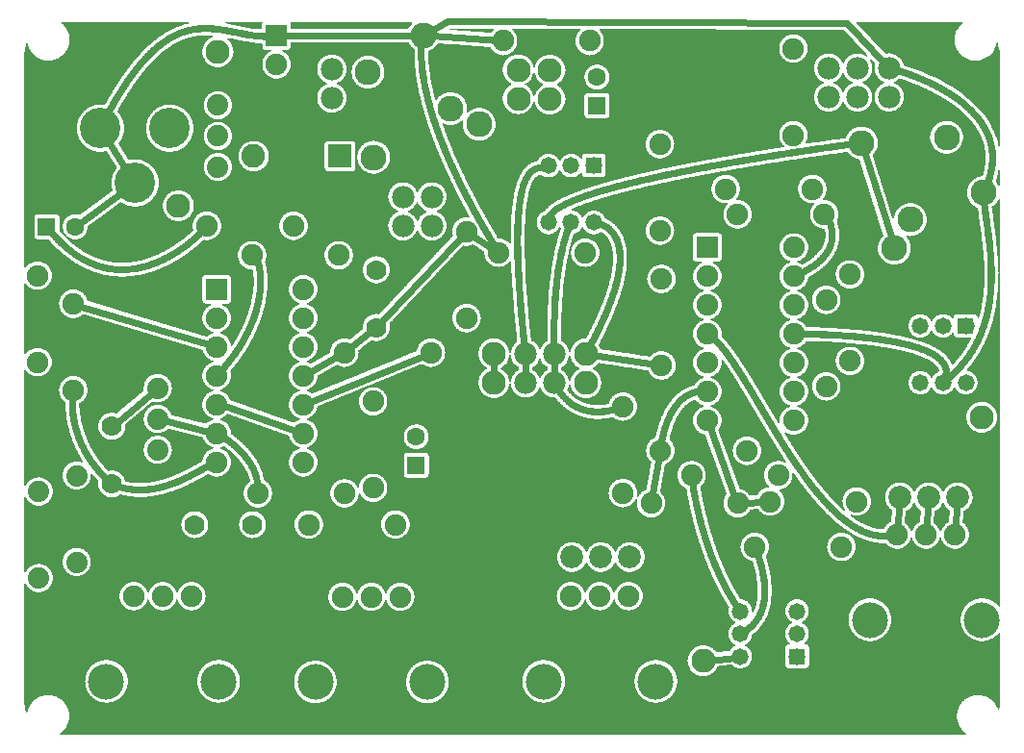
<source format=gtl>
G04 MADE WITH FRITZING*
G04 WWW.FRITZING.ORG*
G04 DOUBLE SIDED*
G04 HOLES PLATED*
G04 CONTOUR ON CENTER OF CONTOUR VECTOR*
%ASAXBY*%
%FSLAX23Y23*%
%MOIN*%
%OFA0B0*%
%SFA1.0B1.0*%
%ADD10C,0.075000*%
%ADD11C,0.058000*%
%ADD12C,0.074000*%
%ADD13C,0.082000*%
%ADD14C,0.070000*%
%ADD15C,0.083307*%
%ADD16C,0.140000*%
%ADD17C,0.078000*%
%ADD18C,0.062992*%
%ADD19C,0.079370*%
%ADD20C,0.090020*%
%ADD21C,0.074667*%
%ADD22C,0.074695*%
%ADD23C,0.124033*%
%ADD24R,0.058000X0.058000*%
%ADD25R,0.082000X0.082000*%
%ADD26R,0.075000X0.075000*%
%ADD27R,0.062992X0.062992*%
%ADD28C,0.024000*%
%ADD29C,0.000100*%
%ADD30R,0.001000X0.001000*%
%LNCOPPER1*%
G90*
G70*
G54D10*
X77Y779D03*
X2544Y920D03*
X1947Y1610D03*
X3016Y2456D03*
G54D11*
X1924Y1808D03*
X1924Y2004D03*
X1845Y2004D03*
X2003Y2004D03*
X2003Y1808D03*
X1845Y1808D03*
X2510Y381D03*
X2707Y381D03*
X2707Y460D03*
X2707Y302D03*
X2510Y302D03*
X2510Y460D03*
X3212Y1252D03*
X3212Y1449D03*
X3133Y1449D03*
X3291Y1449D03*
X3291Y1252D03*
X3133Y1252D03*
G54D12*
X211Y630D03*
X211Y930D03*
X211Y630D03*
X211Y930D03*
X80Y874D03*
X80Y574D03*
X80Y874D03*
X80Y574D03*
G54D13*
X1122Y2037D03*
X824Y2037D03*
G54D14*
X820Y759D03*
X620Y759D03*
G54D15*
X1975Y1352D03*
X1975Y1252D03*
X1741Y2236D03*
X1741Y2336D03*
G54D14*
X333Y901D03*
X333Y1101D03*
G54D15*
X2381Y287D03*
G54D10*
X2395Y1721D03*
X2395Y1621D03*
X2395Y1521D03*
X2395Y1421D03*
X2395Y1321D03*
X2395Y1221D03*
X2395Y1121D03*
X2695Y1121D03*
X2695Y1221D03*
X2695Y1321D03*
X2695Y1421D03*
X2695Y1521D03*
X2695Y1621D03*
X2695Y1721D03*
X696Y1576D03*
X696Y1476D03*
X696Y1376D03*
X696Y1276D03*
X696Y1176D03*
X696Y1076D03*
X696Y976D03*
X996Y976D03*
X996Y1076D03*
X996Y1176D03*
X996Y1276D03*
X996Y1376D03*
X996Y1476D03*
X996Y1576D03*
G54D14*
X1249Y1643D03*
X1249Y1443D03*
G54D10*
X903Y2456D03*
X903Y2356D03*
G54D16*
X533Y2134D03*
X293Y2134D03*
X413Y1944D03*
G54D15*
X1850Y2335D03*
X1850Y2235D03*
X3346Y1132D03*
G54D17*
X1095Y2239D03*
X1095Y2339D03*
G54D10*
X2694Y2410D03*
X2694Y2110D03*
G54D17*
X2816Y2242D03*
X2916Y2242D03*
X2816Y2242D03*
X2916Y2242D03*
X2916Y2342D03*
X2816Y2342D03*
X3025Y2343D03*
X3025Y2343D03*
X3025Y2243D03*
G54D15*
X1656Y1252D03*
X1656Y1352D03*
G54D10*
X2103Y1169D03*
X2103Y869D03*
G54D17*
X1866Y1251D03*
X1866Y1351D03*
X1866Y1251D03*
X1866Y1351D03*
X1766Y1351D03*
X1766Y1251D03*
X1341Y1896D03*
X1341Y1796D03*
X1341Y1896D03*
X1341Y1796D03*
X1441Y1796D03*
X1441Y1896D03*
G54D18*
X107Y1793D03*
X206Y1793D03*
G54D19*
X3063Y854D03*
X3163Y854D03*
X3263Y854D03*
X1927Y647D03*
X2027Y647D03*
X2127Y647D03*
G54D18*
X2014Y2213D03*
X2014Y2311D03*
G54D20*
X3044Y1718D03*
X3099Y1817D03*
X2930Y2083D03*
X3225Y2103D03*
X3353Y1911D03*
G54D21*
X3253Y725D03*
X3153Y725D03*
G54D22*
X3053Y725D03*
G54D23*
X3347Y430D03*
X2959Y430D03*
G54D21*
X2123Y511D03*
X2023Y511D03*
G54D22*
X1923Y511D03*
G54D23*
X2217Y216D03*
X1829Y216D03*
G54D21*
X1332Y509D03*
X1232Y509D03*
G54D22*
X1132Y509D03*
G54D23*
X1426Y214D03*
X1038Y214D03*
G54D21*
X609Y511D03*
X509Y511D03*
G54D22*
X409Y511D03*
G54D23*
X703Y216D03*
X314Y216D03*
G54D18*
X1387Y966D03*
X1387Y1064D03*
G54D10*
X1315Y760D03*
X1015Y760D03*
X1139Y868D03*
X839Y868D03*
X1119Y1694D03*
X819Y1694D03*
X1438Y1356D03*
X1138Y1356D03*
X200Y1225D03*
X200Y1525D03*
X1238Y887D03*
X1238Y1187D03*
X75Y1623D03*
X75Y1323D03*
X962Y1796D03*
X662Y1796D03*
X1988Y2437D03*
X1688Y2437D03*
X2501Y834D03*
X2201Y834D03*
X2341Y931D03*
X2641Y931D03*
X2560Y682D03*
X2860Y682D03*
X2233Y1016D03*
X2533Y1016D03*
X2890Y1327D03*
X2890Y1627D03*
X2808Y1239D03*
X2808Y1539D03*
X1973Y1702D03*
X1673Y1702D03*
X2500Y1836D03*
X2800Y1836D03*
X2459Y1923D03*
X2759Y1923D03*
X2237Y1611D03*
X2237Y1311D03*
G54D12*
X492Y1233D03*
X492Y1126D03*
X492Y1019D03*
X492Y1233D03*
X492Y1126D03*
X492Y1019D03*
G54D15*
X563Y1865D03*
X700Y2399D03*
G54D10*
X2913Y840D03*
X2613Y840D03*
X2231Y1779D03*
X2231Y2079D03*
X1561Y1476D03*
X1561Y1776D03*
G54D12*
X700Y2000D03*
X700Y2107D03*
X700Y2214D03*
X700Y2000D03*
X700Y2107D03*
X700Y2214D03*
G54D20*
X1605Y2147D03*
X1506Y2202D03*
X1240Y2033D03*
X1220Y2328D03*
X1412Y2456D03*
G54D24*
X2002Y2005D03*
X2707Y303D03*
X3290Y1449D03*
G54D25*
X1123Y2037D03*
G54D26*
X2395Y1721D03*
X696Y1576D03*
X903Y2456D03*
G54D27*
X107Y1793D03*
X2014Y2213D03*
X1387Y966D03*
G54D28*
X679Y1080D02*
X511Y1121D01*
D02*
X477Y1220D02*
X345Y1110D01*
D02*
X3035Y1747D02*
X2938Y2054D01*
D02*
X2518Y835D02*
X2596Y839D01*
D02*
X2220Y1314D02*
X1996Y1348D01*
D02*
X2401Y1104D02*
X2494Y850D01*
D02*
X2403Y290D02*
X2491Y300D01*
D02*
X1496Y2504D02*
X1438Y2471D01*
D02*
X2878Y2500D02*
X1496Y2504D01*
D02*
X3012Y2356D02*
X2878Y2500D01*
D02*
X2230Y998D02*
X2204Y851D01*
D02*
X1422Y1349D02*
X1012Y1182D01*
D02*
X1011Y1284D02*
X1123Y1347D01*
D02*
X921Y2456D02*
X1382Y2456D01*
D02*
X3261Y834D02*
X3254Y746D01*
D02*
X3161Y834D02*
X3154Y746D01*
D02*
X3061Y834D02*
X3054Y746D01*
D02*
X696Y1183D02*
X696Y1183D01*
D02*
X696Y1183D02*
X979Y1082D01*
D02*
X679Y1381D02*
X216Y1520D01*
D02*
X1442Y2454D02*
X1671Y2438D01*
D02*
X219Y1802D02*
X373Y1915D01*
D02*
X1237Y1434D02*
X1152Y1367D01*
D02*
X1259Y1454D02*
X1549Y1763D01*
D02*
X1576Y1766D02*
X1658Y1712D01*
D02*
X1766Y1270D02*
X1766Y1332D01*
D02*
X387Y1986D02*
X320Y2092D01*
D02*
X1766Y1332D02*
X1766Y1270D01*
D02*
X1866Y1332D02*
X1866Y1270D01*
D02*
X1656Y1330D02*
X1656Y1274D01*
G54D29*
G36*
X3351Y462D02*
X3354Y461D01*
X3359Y460D01*
X3360Y459D01*
X3364Y457D01*
X3365Y457D01*
X3370Y452D01*
X3374Y448D01*
X3377Y443D01*
X3377Y442D01*
X3379Y436D01*
X3379Y433D01*
X3379Y430D01*
X3379Y426D01*
X3379Y423D01*
X3377Y417D01*
X3374Y412D01*
X3370Y407D01*
X3365Y403D01*
X3360Y400D01*
X3359Y400D01*
X3353Y398D01*
X3351Y398D01*
X3347Y398D01*
X3343Y398D01*
X3340Y398D01*
X3335Y400D01*
X3334Y400D01*
X3329Y403D01*
X3324Y407D01*
X3320Y412D01*
X3317Y417D01*
X3315Y424D01*
X3315Y426D01*
X3315Y430D01*
X3315Y434D01*
X3315Y437D01*
X3317Y442D01*
X3317Y443D01*
X3320Y448D01*
X3324Y453D01*
X3330Y457D01*
X3334Y460D01*
X3341Y462D01*
X3343Y462D01*
X3347Y462D01*
X3351Y462D01*
D02*
G37*
D02*
G36*
X3351Y462D02*
X3354Y461D01*
X3359Y460D01*
X3360Y459D01*
X3364Y457D01*
X3365Y457D01*
X3370Y452D01*
X3374Y448D01*
X3377Y443D01*
X3377Y442D01*
X3379Y436D01*
X3379Y433D01*
X3379Y430D01*
X3379Y426D01*
X3379Y423D01*
X3377Y417D01*
X3374Y412D01*
X3370Y407D01*
X3365Y403D01*
X3360Y400D01*
X3359Y400D01*
X3353Y398D01*
X3351Y398D01*
X3347Y398D01*
X3343Y398D01*
X3340Y398D01*
X3335Y400D01*
X3334Y400D01*
X3329Y403D01*
X3324Y407D01*
X3320Y412D01*
X3317Y417D01*
X3315Y424D01*
X3315Y426D01*
X3315Y430D01*
X3315Y434D01*
X3315Y437D01*
X3317Y442D01*
X3317Y443D01*
X3320Y448D01*
X3324Y453D01*
X3330Y457D01*
X3334Y460D01*
X3341Y462D01*
X3343Y462D01*
X3347Y462D01*
X3351Y462D01*
D02*
G37*
D02*
G36*
X3113Y835D02*
X3114Y835D01*
X3115Y834D01*
X3120Y825D01*
X3120Y824D01*
X3126Y818D01*
X3127Y817D01*
X3134Y811D01*
X3135Y810D01*
X3135Y809D01*
X3135Y809D01*
X3132Y771D01*
X3132Y770D01*
X3131Y769D01*
X3131Y769D01*
X3125Y766D01*
X3124Y765D01*
X3118Y760D01*
X3117Y759D01*
X3112Y753D01*
X3111Y752D01*
X3108Y744D01*
X3106Y738D01*
X3105Y738D01*
X3104Y737D01*
X3103Y737D01*
X3103Y737D01*
X3102Y737D01*
X3101Y737D01*
X3101Y738D01*
X3100Y738D01*
X3098Y744D01*
X3098Y745D01*
X3094Y753D01*
X3093Y754D01*
X3088Y760D01*
X3087Y761D01*
X3081Y766D01*
X3080Y766D01*
X3080Y768D01*
X3083Y806D01*
X3083Y806D01*
X3084Y807D01*
X3085Y808D01*
X3091Y811D01*
X3092Y812D01*
X3099Y817D01*
X3100Y818D01*
X3105Y825D01*
X3110Y834D01*
X3111Y835D01*
X3111Y835D01*
X3112Y835D01*
X3113Y835D01*
D02*
G37*
D02*
G36*
X3113Y835D02*
X3114Y835D01*
X3115Y834D01*
X3120Y825D01*
X3120Y824D01*
X3126Y818D01*
X3127Y817D01*
X3134Y811D01*
X3135Y810D01*
X3135Y809D01*
X3135Y809D01*
X3132Y771D01*
X3132Y770D01*
X3131Y769D01*
X3131Y769D01*
X3125Y766D01*
X3124Y765D01*
X3118Y760D01*
X3117Y759D01*
X3112Y753D01*
X3111Y752D01*
X3108Y744D01*
X3106Y738D01*
X3105Y738D01*
X3104Y737D01*
X3103Y737D01*
X3103Y737D01*
X3102Y737D01*
X3101Y737D01*
X3101Y738D01*
X3100Y738D01*
X3098Y744D01*
X3098Y745D01*
X3094Y753D01*
X3093Y754D01*
X3088Y760D01*
X3087Y761D01*
X3081Y766D01*
X3080Y766D01*
X3080Y768D01*
X3083Y806D01*
X3083Y806D01*
X3084Y807D01*
X3085Y808D01*
X3091Y811D01*
X3092Y812D01*
X3099Y817D01*
X3100Y818D01*
X3105Y825D01*
X3110Y834D01*
X3111Y835D01*
X3111Y835D01*
X3112Y835D01*
X3113Y835D01*
D02*
G37*
D02*
G36*
X3213Y835D02*
X3214Y835D01*
X3215Y834D01*
X3220Y825D01*
X3220Y824D01*
X3226Y818D01*
X3227Y817D01*
X3234Y811D01*
X3235Y810D01*
X3235Y809D01*
X3235Y809D01*
X3232Y771D01*
X3232Y770D01*
X3231Y769D01*
X3231Y769D01*
X3225Y766D01*
X3224Y765D01*
X3218Y760D01*
X3218Y760D01*
X3212Y753D01*
X3211Y752D01*
X3208Y744D01*
X3207Y743D01*
X3206Y738D01*
X3205Y737D01*
X3204Y737D01*
X3203Y737D01*
X3202Y737D01*
X3201Y737D01*
X3201Y738D01*
X3200Y738D01*
X3198Y744D01*
X3197Y746D01*
X3194Y753D01*
X3193Y754D01*
X3188Y760D01*
X3187Y761D01*
X3181Y766D01*
X3180Y766D01*
X3180Y768D01*
X3183Y806D01*
X3183Y806D01*
X3184Y807D01*
X3185Y808D01*
X3191Y811D01*
X3192Y812D01*
X3199Y817D01*
X3200Y818D01*
X3205Y825D01*
X3210Y834D01*
X3211Y835D01*
X3211Y835D01*
X3212Y835D01*
X3213Y835D01*
D02*
G37*
D02*
G36*
X3213Y835D02*
X3214Y835D01*
X3215Y834D01*
X3220Y825D01*
X3220Y824D01*
X3226Y818D01*
X3227Y817D01*
X3234Y811D01*
X3235Y810D01*
X3235Y809D01*
X3235Y809D01*
X3232Y771D01*
X3232Y770D01*
X3231Y769D01*
X3231Y769D01*
X3225Y766D01*
X3224Y765D01*
X3218Y760D01*
X3218Y760D01*
X3212Y753D01*
X3211Y752D01*
X3208Y744D01*
X3207Y743D01*
X3206Y738D01*
X3205Y737D01*
X3204Y737D01*
X3203Y737D01*
X3202Y737D01*
X3201Y737D01*
X3201Y738D01*
X3200Y738D01*
X3198Y744D01*
X3197Y746D01*
X3194Y753D01*
X3193Y754D01*
X3188Y760D01*
X3187Y761D01*
X3181Y766D01*
X3180Y766D01*
X3180Y768D01*
X3183Y806D01*
X3183Y806D01*
X3184Y807D01*
X3185Y808D01*
X3191Y811D01*
X3192Y812D01*
X3199Y817D01*
X3200Y818D01*
X3205Y825D01*
X3210Y834D01*
X3211Y835D01*
X3211Y835D01*
X3212Y835D01*
X3213Y835D01*
D02*
G37*
D02*
G36*
X1713Y1348D02*
X1714Y1347D01*
X1715Y1347D01*
X1715Y1346D01*
X1715Y1345D01*
X1716Y1341D01*
X1719Y1331D01*
X1720Y1330D01*
X1724Y1323D01*
X1724Y1322D01*
X1730Y1315D01*
X1731Y1314D01*
X1737Y1309D01*
X1738Y1308D01*
X1741Y1307D01*
X1741Y1306D01*
X1742Y1306D01*
X1742Y1305D01*
X1742Y1297D01*
X1742Y1296D01*
X1741Y1295D01*
X1740Y1295D01*
X1738Y1293D01*
X1736Y1293D01*
X1730Y1287D01*
X1729Y1286D01*
X1724Y1280D01*
X1723Y1279D01*
X1719Y1271D01*
X1719Y1270D01*
X1716Y1262D01*
X1715Y1257D01*
X1715Y1257D01*
X1714Y1256D01*
X1714Y1256D01*
X1713Y1255D01*
X1712Y1255D01*
X1711Y1256D01*
X1710Y1256D01*
X1710Y1257D01*
X1710Y1258D01*
X1709Y1263D01*
X1706Y1273D01*
X1705Y1274D01*
X1701Y1282D01*
X1700Y1283D01*
X1695Y1290D01*
X1693Y1291D01*
X1686Y1296D01*
X1682Y1299D01*
X1681Y1299D01*
X1680Y1300D01*
X1680Y1301D01*
X1680Y1303D01*
X1681Y1304D01*
X1681Y1305D01*
X1682Y1305D01*
X1686Y1308D01*
X1687Y1308D01*
X1694Y1314D01*
X1695Y1315D01*
X1701Y1322D01*
X1705Y1331D01*
X1706Y1333D01*
X1709Y1341D01*
X1709Y1346D01*
X1710Y1347D01*
X1710Y1347D01*
X1711Y1348D01*
X1712Y1348D01*
X1713Y1348D01*
D02*
G37*
D02*
G36*
X1713Y1348D02*
X1714Y1347D01*
X1715Y1347D01*
X1715Y1346D01*
X1715Y1345D01*
X1716Y1341D01*
X1719Y1331D01*
X1720Y1330D01*
X1724Y1323D01*
X1724Y1322D01*
X1730Y1315D01*
X1731Y1314D01*
X1737Y1309D01*
X1738Y1308D01*
X1741Y1307D01*
X1741Y1306D01*
X1742Y1306D01*
X1742Y1305D01*
X1742Y1297D01*
X1742Y1296D01*
X1741Y1295D01*
X1740Y1295D01*
X1738Y1293D01*
X1736Y1293D01*
X1730Y1287D01*
X1729Y1286D01*
X1724Y1280D01*
X1723Y1279D01*
X1719Y1271D01*
X1719Y1270D01*
X1716Y1262D01*
X1715Y1257D01*
X1715Y1257D01*
X1714Y1256D01*
X1714Y1256D01*
X1713Y1255D01*
X1712Y1255D01*
X1711Y1256D01*
X1710Y1256D01*
X1710Y1257D01*
X1710Y1258D01*
X1709Y1263D01*
X1706Y1273D01*
X1705Y1274D01*
X1701Y1282D01*
X1700Y1283D01*
X1695Y1290D01*
X1693Y1291D01*
X1686Y1296D01*
X1682Y1299D01*
X1681Y1299D01*
X1680Y1300D01*
X1680Y1301D01*
X1680Y1303D01*
X1681Y1304D01*
X1681Y1305D01*
X1682Y1305D01*
X1686Y1308D01*
X1687Y1308D01*
X1694Y1314D01*
X1695Y1315D01*
X1701Y1322D01*
X1705Y1331D01*
X1706Y1333D01*
X1709Y1341D01*
X1709Y1346D01*
X1710Y1347D01*
X1710Y1347D01*
X1711Y1348D01*
X1712Y1348D01*
X1713Y1348D01*
D02*
G37*
D02*
G36*
X1920Y1345D02*
X1921Y1345D01*
X1921Y1344D01*
X1922Y1343D01*
X1922Y1342D01*
X1922Y1341D01*
X1925Y1331D01*
X1926Y1330D01*
X1930Y1322D01*
X1931Y1321D01*
X1937Y1314D01*
X1938Y1313D01*
X1944Y1307D01*
X1951Y1304D01*
X1951Y1303D01*
X1952Y1303D01*
X1952Y1302D01*
X1952Y1301D01*
X1951Y1300D01*
X1951Y1299D01*
X1950Y1299D01*
X1945Y1296D01*
X1944Y1295D01*
X1937Y1290D01*
X1936Y1289D01*
X1931Y1282D01*
X1926Y1273D01*
X1925Y1271D01*
X1922Y1263D01*
X1922Y1260D01*
X1921Y1259D01*
X1921Y1258D01*
X1920Y1258D01*
X1919Y1258D01*
X1918Y1258D01*
X1917Y1258D01*
X1917Y1259D01*
X1916Y1259D01*
X1915Y1262D01*
X1913Y1271D01*
X1912Y1272D01*
X1908Y1279D01*
X1907Y1281D01*
X1902Y1287D01*
X1901Y1288D01*
X1895Y1293D01*
X1894Y1294D01*
X1891Y1295D01*
X1890Y1296D01*
X1890Y1297D01*
X1890Y1297D01*
X1890Y1305D01*
X1890Y1306D01*
X1891Y1307D01*
X1891Y1307D01*
X1894Y1309D01*
X1895Y1310D01*
X1902Y1315D01*
X1903Y1316D01*
X1908Y1322D01*
X1909Y1324D01*
X1913Y1331D01*
X1913Y1332D01*
X1916Y1341D01*
X1916Y1343D01*
X1917Y1344D01*
X1917Y1344D01*
X1918Y1345D01*
X1919Y1345D01*
X1920Y1345D01*
D02*
G37*
D02*
G36*
X1920Y1345D02*
X1921Y1345D01*
X1921Y1344D01*
X1922Y1343D01*
X1922Y1342D01*
X1922Y1341D01*
X1925Y1331D01*
X1926Y1330D01*
X1930Y1322D01*
X1931Y1321D01*
X1937Y1314D01*
X1938Y1313D01*
X1944Y1307D01*
X1951Y1304D01*
X1951Y1303D01*
X1952Y1303D01*
X1952Y1302D01*
X1952Y1301D01*
X1951Y1300D01*
X1951Y1299D01*
X1950Y1299D01*
X1945Y1296D01*
X1944Y1295D01*
X1937Y1290D01*
X1936Y1289D01*
X1931Y1282D01*
X1926Y1273D01*
X1925Y1271D01*
X1922Y1263D01*
X1922Y1260D01*
X1921Y1259D01*
X1921Y1258D01*
X1920Y1258D01*
X1919Y1258D01*
X1918Y1258D01*
X1917Y1258D01*
X1917Y1259D01*
X1916Y1259D01*
X1915Y1262D01*
X1913Y1271D01*
X1912Y1272D01*
X1908Y1279D01*
X1907Y1281D01*
X1902Y1287D01*
X1901Y1288D01*
X1895Y1293D01*
X1894Y1294D01*
X1891Y1295D01*
X1890Y1296D01*
X1890Y1297D01*
X1890Y1297D01*
X1890Y1305D01*
X1890Y1306D01*
X1891Y1307D01*
X1891Y1307D01*
X1894Y1309D01*
X1895Y1310D01*
X1902Y1315D01*
X1903Y1316D01*
X1908Y1322D01*
X1909Y1324D01*
X1913Y1331D01*
X1913Y1332D01*
X1916Y1341D01*
X1916Y1343D01*
X1917Y1344D01*
X1917Y1344D01*
X1918Y1345D01*
X1919Y1345D01*
X1920Y1345D01*
D02*
G37*
D02*
G36*
X1817Y1334D02*
X1818Y1334D01*
X1818Y1333D01*
X1819Y1333D01*
X1819Y1331D01*
X1820Y1330D01*
X1824Y1323D01*
X1824Y1322D01*
X1830Y1315D01*
X1831Y1314D01*
X1837Y1309D01*
X1838Y1308D01*
X1841Y1307D01*
X1841Y1306D01*
X1842Y1306D01*
X1842Y1305D01*
X1842Y1297D01*
X1842Y1296D01*
X1841Y1295D01*
X1840Y1295D01*
X1838Y1293D01*
X1836Y1293D01*
X1830Y1287D01*
X1829Y1286D01*
X1824Y1280D01*
X1823Y1279D01*
X1819Y1271D01*
X1819Y1269D01*
X1818Y1268D01*
X1817Y1268D01*
X1816Y1268D01*
X1815Y1268D01*
X1814Y1269D01*
X1813Y1269D01*
X1812Y1272D01*
X1808Y1279D01*
X1807Y1281D01*
X1802Y1287D01*
X1801Y1288D01*
X1795Y1293D01*
X1794Y1294D01*
X1791Y1295D01*
X1790Y1296D01*
X1790Y1297D01*
X1790Y1297D01*
X1790Y1305D01*
X1790Y1306D01*
X1791Y1307D01*
X1791Y1307D01*
X1794Y1309D01*
X1795Y1310D01*
X1802Y1315D01*
X1803Y1316D01*
X1808Y1322D01*
X1809Y1324D01*
X1813Y1331D01*
X1813Y1333D01*
X1814Y1333D01*
X1814Y1334D01*
X1815Y1334D01*
X1816Y1334D01*
X1817Y1334D01*
D02*
G37*
D02*
G36*
X1817Y1334D02*
X1818Y1334D01*
X1818Y1333D01*
X1819Y1333D01*
X1819Y1331D01*
X1820Y1330D01*
X1824Y1323D01*
X1824Y1322D01*
X1830Y1315D01*
X1831Y1314D01*
X1837Y1309D01*
X1838Y1308D01*
X1841Y1307D01*
X1841Y1306D01*
X1842Y1306D01*
X1842Y1305D01*
X1842Y1297D01*
X1842Y1296D01*
X1841Y1295D01*
X1840Y1295D01*
X1838Y1293D01*
X1836Y1293D01*
X1830Y1287D01*
X1829Y1286D01*
X1824Y1280D01*
X1823Y1279D01*
X1819Y1271D01*
X1819Y1269D01*
X1818Y1268D01*
X1817Y1268D01*
X1816Y1268D01*
X1815Y1268D01*
X1814Y1269D01*
X1813Y1269D01*
X1812Y1272D01*
X1808Y1279D01*
X1807Y1281D01*
X1802Y1287D01*
X1801Y1288D01*
X1795Y1293D01*
X1794Y1294D01*
X1791Y1295D01*
X1790Y1296D01*
X1790Y1297D01*
X1790Y1297D01*
X1790Y1305D01*
X1790Y1306D01*
X1791Y1307D01*
X1791Y1307D01*
X1794Y1309D01*
X1795Y1310D01*
X1802Y1315D01*
X1803Y1316D01*
X1808Y1322D01*
X1809Y1324D01*
X1813Y1331D01*
X1813Y1333D01*
X1814Y1333D01*
X1814Y1334D01*
X1815Y1334D01*
X1816Y1334D01*
X1817Y1334D01*
D02*
G37*
D02*
G36*
X418Y1982D02*
X422Y1981D01*
X425Y1980D01*
X428Y1979D01*
X434Y1976D01*
X434Y1976D01*
X440Y1971D01*
X445Y1965D01*
X449Y1958D01*
X450Y1955D01*
X451Y1952D01*
X451Y1948D01*
X451Y1944D01*
X451Y1940D01*
X451Y1936D01*
X450Y1932D01*
X448Y1929D01*
X445Y1923D01*
X445Y1923D01*
X440Y1917D01*
X434Y1912D01*
X428Y1909D01*
X425Y1908D01*
X421Y1907D01*
X417Y1906D01*
X413Y1906D01*
X409Y1906D01*
X405Y1907D01*
X402Y1908D01*
X399Y1909D01*
X398Y1909D01*
X397Y1910D01*
X397Y1911D01*
X397Y1912D01*
X397Y1915D01*
X397Y1919D01*
X395Y1923D01*
X394Y1926D01*
X393Y1928D01*
X391Y1930D01*
X389Y1933D01*
X386Y1935D01*
X382Y1937D01*
X379Y1938D01*
X378Y1938D01*
X377Y1939D01*
X376Y1939D01*
X376Y1940D01*
X375Y1941D01*
X375Y1944D01*
X376Y1948D01*
X376Y1953D01*
X377Y1956D01*
X378Y1959D01*
X379Y1961D01*
X380Y1962D01*
X381Y1962D01*
X382Y1963D01*
X383Y1963D01*
X385Y1962D01*
X388Y1962D01*
X392Y1963D01*
X395Y1964D01*
X398Y1965D01*
X401Y1967D01*
X404Y1970D01*
X406Y1972D01*
X408Y1975D01*
X409Y1977D01*
X410Y1980D01*
X410Y1981D01*
X411Y1981D01*
X411Y1982D01*
X412Y1982D01*
X413Y1982D01*
X418Y1982D01*
D02*
G37*
D02*
G36*
X418Y1982D02*
X422Y1981D01*
X425Y1980D01*
X428Y1979D01*
X434Y1976D01*
X434Y1976D01*
X440Y1971D01*
X445Y1965D01*
X449Y1958D01*
X450Y1955D01*
X451Y1952D01*
X451Y1948D01*
X451Y1944D01*
X451Y1940D01*
X451Y1936D01*
X450Y1932D01*
X448Y1929D01*
X445Y1923D01*
X445Y1923D01*
X440Y1917D01*
X434Y1912D01*
X428Y1909D01*
X425Y1908D01*
X421Y1907D01*
X417Y1906D01*
X413Y1906D01*
X409Y1906D01*
X405Y1907D01*
X402Y1908D01*
X399Y1909D01*
X398Y1909D01*
X397Y1910D01*
X397Y1911D01*
X397Y1912D01*
X397Y1915D01*
X397Y1919D01*
X395Y1923D01*
X394Y1926D01*
X393Y1928D01*
X391Y1930D01*
X389Y1933D01*
X386Y1935D01*
X382Y1937D01*
X379Y1938D01*
X378Y1938D01*
X377Y1939D01*
X376Y1939D01*
X376Y1940D01*
X375Y1941D01*
X375Y1944D01*
X376Y1948D01*
X376Y1953D01*
X377Y1956D01*
X378Y1959D01*
X379Y1961D01*
X380Y1962D01*
X381Y1962D01*
X382Y1963D01*
X383Y1963D01*
X385Y1962D01*
X388Y1962D01*
X392Y1963D01*
X395Y1964D01*
X398Y1965D01*
X401Y1967D01*
X404Y1970D01*
X406Y1972D01*
X408Y1975D01*
X409Y1977D01*
X410Y1980D01*
X410Y1981D01*
X411Y1981D01*
X411Y1982D01*
X412Y1982D01*
X413Y1982D01*
X418Y1982D01*
D02*
G37*
D02*
G36*
X3407Y1989D02*
X3408Y1989D01*
X3408Y1988D01*
X3409Y1988D01*
X3409Y1987D01*
X3409Y1986D01*
X3409Y1936D01*
X3409Y1936D01*
X3409Y1935D01*
X3408Y1934D01*
X3407Y1934D01*
X3406Y1934D01*
X3405Y1934D01*
X3404Y1935D01*
X3404Y1935D01*
X3400Y1943D01*
X3399Y1944D01*
X3395Y1949D01*
X3395Y1949D01*
X3394Y1950D01*
X3395Y1951D01*
X3398Y1962D01*
X3401Y1977D01*
X3404Y1987D01*
X3404Y1988D01*
X3405Y1989D01*
X3405Y1989D01*
X3406Y1989D01*
X3407Y1989D01*
D02*
G37*
D02*
G36*
X3407Y1989D02*
X3408Y1989D01*
X3408Y1988D01*
X3409Y1988D01*
X3409Y1987D01*
X3409Y1986D01*
X3409Y1936D01*
X3409Y1936D01*
X3409Y1935D01*
X3408Y1934D01*
X3407Y1934D01*
X3406Y1934D01*
X3405Y1934D01*
X3404Y1935D01*
X3404Y1935D01*
X3400Y1943D01*
X3399Y1944D01*
X3395Y1949D01*
X3395Y1949D01*
X3394Y1950D01*
X3395Y1951D01*
X3398Y1962D01*
X3401Y1977D01*
X3404Y1987D01*
X3404Y1988D01*
X3405Y1989D01*
X3405Y1989D01*
X3406Y1989D01*
X3407Y1989D01*
D02*
G37*
D02*
G36*
X3277Y2503D02*
X3277Y2503D01*
X3278Y2502D01*
X3279Y2501D01*
X3279Y2501D01*
X3279Y2500D01*
X3279Y2499D01*
X3279Y2498D01*
X3273Y2493D01*
X3269Y2488D01*
X3265Y2483D01*
X3261Y2477D01*
X3260Y2476D01*
X3257Y2469D01*
X3255Y2463D01*
X3253Y2456D01*
X3252Y2449D01*
X3252Y2442D01*
X3252Y2441D01*
X3252Y2433D01*
X3253Y2426D01*
X3255Y2420D01*
X3257Y2414D01*
X3260Y2407D01*
X3265Y2400D01*
X3269Y2395D01*
X3273Y2390D01*
X3274Y2389D01*
X3279Y2385D01*
X3283Y2381D01*
X3289Y2378D01*
X3291Y2377D01*
X3297Y2374D01*
X3304Y2372D01*
X3309Y2370D01*
X3317Y2369D01*
X3324Y2368D01*
X3325Y2368D01*
X3333Y2369D01*
X3339Y2370D01*
X3346Y2372D01*
X3353Y2374D01*
X3359Y2377D01*
X3366Y2381D01*
X3372Y2385D01*
X3376Y2389D01*
X3377Y2390D01*
X3382Y2395D01*
X3385Y2400D01*
X3389Y2406D01*
X3389Y2407D01*
X3392Y2414D01*
X3394Y2419D01*
X3395Y2420D01*
X3396Y2426D01*
X3397Y2429D01*
X3397Y2430D01*
X3398Y2430D01*
X3398Y2431D01*
X3399Y2431D01*
X3400Y2431D01*
X3401Y2431D01*
X3402Y2430D01*
X3402Y2429D01*
X3404Y2423D01*
X3407Y2412D01*
X3409Y2400D01*
X3409Y2388D01*
X3409Y2075D01*
X3409Y2075D01*
X3409Y2074D01*
X3408Y2073D01*
X3407Y2073D01*
X3406Y2073D01*
X3405Y2073D01*
X3404Y2074D01*
X3404Y2074D01*
X3403Y2075D01*
X3401Y2086D01*
X3398Y2098D01*
X3394Y2110D01*
X3389Y2121D01*
X3384Y2133D01*
X3379Y2143D01*
X3373Y2154D01*
X3366Y2165D01*
X3351Y2184D01*
X3335Y2203D01*
X3318Y2220D01*
X3300Y2236D01*
X3281Y2251D01*
X3261Y2265D01*
X3241Y2278D01*
X3221Y2290D01*
X3201Y2301D01*
X3181Y2311D01*
X3161Y2320D01*
X3142Y2328D01*
X3107Y2342D01*
X3076Y2353D01*
X3076Y2353D01*
X3075Y2354D01*
X3072Y2362D01*
X3068Y2371D01*
X3067Y2372D01*
X3062Y2378D01*
X3060Y2380D01*
X3054Y2385D01*
X3053Y2385D01*
X3045Y2389D01*
X3044Y2390D01*
X3036Y2392D01*
X3031Y2393D01*
X3025Y2394D01*
X3020Y2393D01*
X3015Y2392D01*
X3014Y2392D01*
X3013Y2392D01*
X3012Y2392D01*
X3011Y2393D01*
X2913Y2498D01*
X2912Y2499D01*
X2912Y2499D01*
X2912Y2500D01*
X2913Y2502D01*
X2913Y2502D01*
X2914Y2503D01*
X2915Y2503D01*
X3277Y2503D01*
D02*
G37*
D02*
G36*
X281Y2169D02*
X282Y2169D01*
X282Y2168D01*
X282Y2168D01*
X283Y2167D01*
X283Y2166D01*
X283Y2165D01*
X272Y2145D01*
X270Y2141D01*
X270Y2139D01*
X269Y2136D01*
X269Y2132D01*
X270Y2130D01*
X271Y2127D01*
X272Y2124D01*
X274Y2120D01*
X275Y2118D01*
X277Y2117D01*
X281Y2113D01*
X283Y2112D01*
X287Y2111D01*
X288Y2111D01*
X292Y2110D01*
X296Y2110D01*
X298Y2111D01*
X298Y2111D01*
X299Y2110D01*
X300Y2110D01*
X301Y2109D01*
X301Y2109D01*
X301Y2108D01*
X301Y2107D01*
X301Y2106D01*
X299Y2104D01*
X298Y2101D01*
X297Y2098D01*
X296Y2097D01*
X296Y2097D01*
X295Y2096D01*
X294Y2096D01*
X293Y2096D01*
X289Y2096D01*
X285Y2097D01*
X282Y2098D01*
X279Y2099D01*
X273Y2102D01*
X266Y2108D01*
X262Y2113D01*
X261Y2113D01*
X258Y2120D01*
X257Y2123D01*
X256Y2126D01*
X256Y2130D01*
X255Y2134D01*
X256Y2138D01*
X256Y2143D01*
X257Y2146D01*
X258Y2149D01*
X262Y2155D01*
X267Y2161D01*
X272Y2166D01*
X279Y2169D01*
X279Y2169D01*
X280Y2169D01*
X281Y2169D01*
D02*
G37*
D02*
G36*
X281Y2169D02*
X282Y2169D01*
X282Y2168D01*
X282Y2168D01*
X283Y2167D01*
X283Y2166D01*
X283Y2165D01*
X272Y2145D01*
X270Y2141D01*
X270Y2139D01*
X269Y2136D01*
X269Y2132D01*
X270Y2130D01*
X271Y2127D01*
X272Y2124D01*
X274Y2120D01*
X275Y2118D01*
X277Y2117D01*
X281Y2113D01*
X283Y2112D01*
X287Y2111D01*
X288Y2111D01*
X292Y2110D01*
X296Y2110D01*
X298Y2111D01*
X298Y2111D01*
X299Y2110D01*
X300Y2110D01*
X301Y2109D01*
X301Y2109D01*
X301Y2108D01*
X301Y2107D01*
X301Y2106D01*
X299Y2104D01*
X298Y2101D01*
X297Y2098D01*
X296Y2097D01*
X296Y2097D01*
X295Y2096D01*
X294Y2096D01*
X293Y2096D01*
X289Y2096D01*
X285Y2097D01*
X282Y2098D01*
X279Y2099D01*
X273Y2102D01*
X266Y2108D01*
X262Y2113D01*
X261Y2113D01*
X258Y2120D01*
X257Y2123D01*
X256Y2126D01*
X256Y2130D01*
X255Y2134D01*
X256Y2138D01*
X256Y2143D01*
X257Y2146D01*
X258Y2149D01*
X262Y2155D01*
X267Y2161D01*
X272Y2166D01*
X279Y2169D01*
X279Y2169D01*
X280Y2169D01*
X281Y2169D01*
D02*
G37*
D02*
G36*
X2867Y2325D02*
X2867Y2325D01*
X2868Y2325D01*
X2869Y2324D01*
X2870Y2322D01*
X2874Y2314D01*
X2875Y2313D01*
X2880Y2307D01*
X2881Y2305D01*
X2888Y2300D01*
X2895Y2296D01*
X2898Y2295D01*
X2898Y2294D01*
X2899Y2294D01*
X2899Y2292D01*
X2899Y2292D01*
X2899Y2291D01*
X2899Y2290D01*
X2898Y2290D01*
X2895Y2289D01*
X2888Y2285D01*
X2887Y2284D01*
X2880Y2279D01*
X2879Y2277D01*
X2874Y2271D01*
X2873Y2270D01*
X2869Y2262D01*
X2869Y2261D01*
X2868Y2260D01*
X2867Y2259D01*
X2866Y2259D01*
X2865Y2259D01*
X2864Y2260D01*
X2864Y2261D01*
X2863Y2263D01*
X2858Y2271D01*
X2858Y2272D01*
X2853Y2278D01*
X2851Y2279D01*
X2845Y2284D01*
X2844Y2285D01*
X2836Y2289D01*
X2835Y2290D01*
X2834Y2291D01*
X2833Y2291D01*
X2833Y2292D01*
X2833Y2294D01*
X2834Y2294D01*
X2834Y2295D01*
X2837Y2296D01*
X2845Y2300D01*
X2846Y2301D01*
X2852Y2306D01*
X2853Y2307D01*
X2858Y2314D01*
X2859Y2315D01*
X2863Y2322D01*
X2864Y2324D01*
X2864Y2325D01*
X2865Y2325D01*
X2866Y2325D01*
X2867Y2325D01*
D02*
G37*
D02*
G36*
X2867Y2325D02*
X2867Y2325D01*
X2868Y2325D01*
X2869Y2324D01*
X2870Y2322D01*
X2874Y2314D01*
X2875Y2313D01*
X2880Y2307D01*
X2881Y2305D01*
X2888Y2300D01*
X2895Y2296D01*
X2898Y2295D01*
X2898Y2294D01*
X2899Y2294D01*
X2899Y2292D01*
X2899Y2292D01*
X2899Y2291D01*
X2899Y2290D01*
X2898Y2290D01*
X2895Y2289D01*
X2888Y2285D01*
X2887Y2284D01*
X2880Y2279D01*
X2879Y2277D01*
X2874Y2271D01*
X2873Y2270D01*
X2869Y2262D01*
X2869Y2261D01*
X2868Y2260D01*
X2867Y2259D01*
X2866Y2259D01*
X2865Y2259D01*
X2864Y2260D01*
X2864Y2261D01*
X2863Y2263D01*
X2858Y2271D01*
X2858Y2272D01*
X2853Y2278D01*
X2851Y2279D01*
X2845Y2284D01*
X2844Y2285D01*
X2836Y2289D01*
X2835Y2290D01*
X2834Y2291D01*
X2833Y2291D01*
X2833Y2292D01*
X2833Y2294D01*
X2834Y2294D01*
X2834Y2295D01*
X2837Y2296D01*
X2845Y2300D01*
X2846Y2301D01*
X2852Y2306D01*
X2853Y2307D01*
X2858Y2314D01*
X2859Y2315D01*
X2863Y2322D01*
X2864Y2324D01*
X2864Y2325D01*
X2865Y2325D01*
X2866Y2325D01*
X2867Y2325D01*
D02*
G37*
D02*
G36*
X1655Y2479D02*
X1655Y2479D01*
X1656Y2479D01*
X1657Y2478D01*
X1657Y2477D01*
X1657Y2476D01*
X1657Y2475D01*
X1656Y2475D01*
X1656Y2474D01*
X1653Y2472D01*
X1652Y2471D01*
X1647Y2465D01*
X1647Y2464D01*
X1646Y2464D01*
X1645Y2464D01*
X1505Y2474D01*
X1504Y2474D01*
X1503Y2475D01*
X1503Y2476D01*
X1502Y2476D01*
X1502Y2477D01*
X1503Y2479D01*
X1503Y2479D01*
X1504Y2480D01*
X1505Y2480D01*
X1655Y2479D01*
D02*
G37*
D02*
G36*
X1655Y2479D02*
X1655Y2479D01*
X1656Y2479D01*
X1657Y2478D01*
X1657Y2477D01*
X1657Y2476D01*
X1657Y2475D01*
X1656Y2475D01*
X1656Y2474D01*
X1653Y2472D01*
X1652Y2471D01*
X1647Y2465D01*
X1647Y2464D01*
X1646Y2464D01*
X1645Y2464D01*
X1505Y2474D01*
X1504Y2474D01*
X1503Y2475D01*
X1503Y2476D01*
X1502Y2476D01*
X1502Y2477D01*
X1503Y2479D01*
X1503Y2479D01*
X1504Y2480D01*
X1505Y2480D01*
X1655Y2479D01*
D02*
G37*
D02*
G36*
X854Y2503D02*
X854Y2502D01*
X855Y2501D01*
X855Y2501D01*
X855Y2500D01*
X855Y2499D01*
X854Y2498D01*
X854Y2495D01*
X854Y2493D01*
X854Y2479D01*
X853Y2478D01*
X853Y2478D01*
X852Y2477D01*
X851Y2477D01*
X850Y2477D01*
X838Y2478D01*
X823Y2479D01*
X807Y2482D01*
X774Y2488D01*
X739Y2495D01*
X730Y2497D01*
X729Y2497D01*
X728Y2498D01*
X727Y2498D01*
X727Y2499D01*
X727Y2500D01*
X727Y2501D01*
X728Y2502D01*
X728Y2502D01*
X729Y2503D01*
X730Y2503D01*
X853Y2503D01*
X854Y2503D01*
D02*
G37*
D02*
G36*
X854Y2503D02*
X854Y2502D01*
X855Y2501D01*
X855Y2501D01*
X855Y2500D01*
X855Y2499D01*
X854Y2498D01*
X854Y2495D01*
X854Y2493D01*
X854Y2479D01*
X853Y2478D01*
X853Y2478D01*
X852Y2477D01*
X851Y2477D01*
X850Y2477D01*
X838Y2478D01*
X823Y2479D01*
X807Y2482D01*
X774Y2488D01*
X739Y2495D01*
X730Y2497D01*
X729Y2497D01*
X728Y2498D01*
X727Y2498D01*
X727Y2499D01*
X727Y2500D01*
X727Y2501D01*
X728Y2502D01*
X728Y2502D01*
X729Y2503D01*
X730Y2503D01*
X853Y2503D01*
X854Y2503D01*
D02*
G37*
D02*
G36*
X1371Y2503D02*
X1372Y2503D01*
X1373Y2502D01*
X1373Y2501D01*
X1374Y2501D01*
X1374Y2500D01*
X1374Y2499D01*
X1373Y2498D01*
X1371Y2496D01*
X1365Y2488D01*
X1361Y2482D01*
X1360Y2481D01*
X1360Y2481D01*
X1359Y2480D01*
X955Y2480D01*
X954Y2480D01*
X954Y2481D01*
X953Y2481D01*
X953Y2482D01*
X953Y2482D01*
X953Y2494D01*
X952Y2496D01*
X951Y2498D01*
X951Y2499D01*
X951Y2500D01*
X951Y2501D01*
X952Y2502D01*
X952Y2502D01*
X954Y2503D01*
X1371Y2503D01*
D02*
G37*
D02*
G36*
X1371Y2503D02*
X1372Y2503D01*
X1373Y2502D01*
X1373Y2501D01*
X1374Y2501D01*
X1374Y2500D01*
X1374Y2499D01*
X1373Y2498D01*
X1371Y2496D01*
X1365Y2488D01*
X1361Y2482D01*
X1360Y2481D01*
X1360Y2481D01*
X1359Y2480D01*
X955Y2480D01*
X954Y2480D01*
X954Y2481D01*
X953Y2481D01*
X953Y2482D01*
X953Y2482D01*
X953Y2494D01*
X952Y2496D01*
X951Y2498D01*
X951Y2499D01*
X951Y2500D01*
X951Y2501D01*
X952Y2502D01*
X952Y2502D01*
X954Y2503D01*
X1371Y2503D01*
D02*
G37*
D02*
G36*
X1430Y246D02*
X1433Y246D01*
X1438Y244D01*
X1439Y244D01*
X1443Y241D01*
X1449Y236D01*
X1453Y232D01*
X1456Y227D01*
X1456Y226D01*
X1458Y220D01*
X1458Y218D01*
X1458Y214D01*
X1458Y210D01*
X1458Y208D01*
X1456Y202D01*
X1456Y201D01*
X1453Y197D01*
X1453Y196D01*
X1449Y191D01*
X1443Y187D01*
X1439Y184D01*
X1438Y184D01*
X1432Y182D01*
X1430Y182D01*
X1426Y182D01*
X1422Y182D01*
X1419Y182D01*
X1414Y184D01*
X1413Y184D01*
X1408Y187D01*
X1403Y192D01*
X1399Y196D01*
X1399Y197D01*
X1396Y201D01*
X1396Y202D01*
X1394Y208D01*
X1394Y211D01*
X1394Y214D01*
X1394Y218D01*
X1395Y221D01*
X1396Y226D01*
X1399Y231D01*
X1399Y232D01*
X1403Y237D01*
X1408Y241D01*
X1413Y244D01*
X1414Y244D01*
X1420Y246D01*
X1422Y246D01*
X1426Y246D01*
X1430Y246D01*
D02*
G37*
D02*
G36*
X1430Y246D02*
X1433Y246D01*
X1438Y244D01*
X1439Y244D01*
X1443Y241D01*
X1449Y236D01*
X1453Y232D01*
X1456Y227D01*
X1456Y226D01*
X1458Y220D01*
X1458Y218D01*
X1458Y214D01*
X1458Y210D01*
X1458Y208D01*
X1456Y202D01*
X1456Y201D01*
X1453Y197D01*
X1453Y196D01*
X1449Y191D01*
X1443Y187D01*
X1439Y184D01*
X1438Y184D01*
X1432Y182D01*
X1430Y182D01*
X1426Y182D01*
X1422Y182D01*
X1419Y182D01*
X1414Y184D01*
X1413Y184D01*
X1408Y187D01*
X1403Y192D01*
X1399Y196D01*
X1399Y197D01*
X1396Y201D01*
X1396Y202D01*
X1394Y208D01*
X1394Y211D01*
X1394Y214D01*
X1394Y218D01*
X1395Y221D01*
X1396Y226D01*
X1399Y231D01*
X1399Y232D01*
X1403Y237D01*
X1408Y241D01*
X1413Y244D01*
X1414Y244D01*
X1420Y246D01*
X1422Y246D01*
X1426Y246D01*
X1430Y246D01*
D02*
G37*
D02*
G36*
X1042Y246D02*
X1044Y246D01*
X1050Y244D01*
X1051Y244D01*
X1055Y241D01*
X1061Y236D01*
X1064Y232D01*
X1067Y227D01*
X1068Y226D01*
X1069Y220D01*
X1070Y218D01*
X1070Y214D01*
X1070Y210D01*
X1069Y208D01*
X1068Y202D01*
X1067Y201D01*
X1065Y197D01*
X1064Y196D01*
X1060Y191D01*
X1055Y187D01*
X1051Y184D01*
X1050Y184D01*
X1044Y182D01*
X1041Y182D01*
X1038Y182D01*
X1034Y182D01*
X1031Y182D01*
X1025Y184D01*
X1025Y184D01*
X1020Y187D01*
X1020Y187D01*
X1015Y192D01*
X1011Y196D01*
X1011Y197D01*
X1008Y201D01*
X1008Y202D01*
X1006Y208D01*
X1006Y211D01*
X1006Y214D01*
X1006Y218D01*
X1006Y221D01*
X1008Y226D01*
X1011Y231D01*
X1011Y232D01*
X1015Y237D01*
X1020Y241D01*
X1020Y241D01*
X1025Y244D01*
X1025Y244D01*
X1032Y246D01*
X1034Y246D01*
X1038Y246D01*
X1042Y246D01*
D02*
G37*
D02*
G36*
X1042Y246D02*
X1044Y246D01*
X1050Y244D01*
X1051Y244D01*
X1055Y241D01*
X1061Y236D01*
X1064Y232D01*
X1067Y227D01*
X1068Y226D01*
X1069Y220D01*
X1070Y218D01*
X1070Y214D01*
X1070Y210D01*
X1069Y208D01*
X1068Y202D01*
X1067Y201D01*
X1065Y197D01*
X1064Y196D01*
X1060Y191D01*
X1055Y187D01*
X1051Y184D01*
X1050Y184D01*
X1044Y182D01*
X1041Y182D01*
X1038Y182D01*
X1034Y182D01*
X1031Y182D01*
X1025Y184D01*
X1025Y184D01*
X1020Y187D01*
X1020Y187D01*
X1015Y192D01*
X1011Y196D01*
X1011Y197D01*
X1008Y201D01*
X1008Y202D01*
X1006Y208D01*
X1006Y211D01*
X1006Y214D01*
X1006Y218D01*
X1006Y221D01*
X1008Y226D01*
X1011Y231D01*
X1011Y232D01*
X1015Y237D01*
X1020Y241D01*
X1020Y241D01*
X1025Y244D01*
X1025Y244D01*
X1032Y246D01*
X1034Y246D01*
X1038Y246D01*
X1042Y246D01*
D02*
G37*
D02*
G36*
X2221Y248D02*
X2224Y248D01*
X2229Y246D01*
X2230Y246D01*
X2235Y243D01*
X2240Y239D01*
X2244Y234D01*
X2247Y229D01*
X2247Y229D01*
X2249Y222D01*
X2249Y220D01*
X2249Y216D01*
X2249Y212D01*
X2249Y210D01*
X2247Y204D01*
X2247Y203D01*
X2244Y198D01*
X2240Y193D01*
X2235Y189D01*
X2235Y189D01*
X2230Y187D01*
X2229Y186D01*
X2223Y185D01*
X2221Y184D01*
X2217Y184D01*
X2213Y184D01*
X2210Y185D01*
X2205Y186D01*
X2204Y187D01*
X2199Y190D01*
X2194Y194D01*
X2190Y198D01*
X2188Y203D01*
X2187Y204D01*
X2185Y210D01*
X2185Y213D01*
X2185Y216D01*
X2185Y220D01*
X2186Y223D01*
X2187Y229D01*
X2188Y229D01*
X2190Y234D01*
X2195Y239D01*
X2199Y243D01*
X2204Y246D01*
X2205Y246D01*
X2211Y248D01*
X2213Y248D01*
X2217Y248D01*
X2221Y248D01*
D02*
G37*
D02*
G36*
X2221Y248D02*
X2224Y248D01*
X2229Y246D01*
X2230Y246D01*
X2235Y243D01*
X2240Y239D01*
X2244Y234D01*
X2247Y229D01*
X2247Y229D01*
X2249Y222D01*
X2249Y220D01*
X2249Y216D01*
X2249Y212D01*
X2249Y210D01*
X2247Y204D01*
X2247Y203D01*
X2244Y198D01*
X2240Y193D01*
X2235Y189D01*
X2235Y189D01*
X2230Y187D01*
X2229Y186D01*
X2223Y185D01*
X2221Y184D01*
X2217Y184D01*
X2213Y184D01*
X2210Y185D01*
X2205Y186D01*
X2204Y187D01*
X2199Y190D01*
X2194Y194D01*
X2190Y198D01*
X2188Y203D01*
X2187Y204D01*
X2185Y210D01*
X2185Y213D01*
X2185Y216D01*
X2185Y220D01*
X2186Y223D01*
X2187Y229D01*
X2188Y229D01*
X2190Y234D01*
X2195Y239D01*
X2199Y243D01*
X2204Y246D01*
X2205Y246D01*
X2211Y248D01*
X2213Y248D01*
X2217Y248D01*
X2221Y248D01*
D02*
G37*
D02*
G36*
X318Y248D02*
X321Y248D01*
X327Y246D01*
X327Y246D01*
X332Y243D01*
X337Y239D01*
X342Y234D01*
X344Y229D01*
X344Y229D01*
X346Y222D01*
X346Y220D01*
X347Y216D01*
X346Y212D01*
X346Y210D01*
X344Y204D01*
X344Y203D01*
X341Y198D01*
X337Y193D01*
X332Y189D01*
X332Y189D01*
X327Y187D01*
X327Y186D01*
X321Y185D01*
X318Y184D01*
X314Y184D01*
X311Y184D01*
X308Y185D01*
X302Y186D01*
X302Y187D01*
X296Y190D01*
X292Y194D01*
X288Y198D01*
X285Y203D01*
X285Y204D01*
X283Y210D01*
X283Y213D01*
X282Y216D01*
X283Y220D01*
X283Y223D01*
X285Y229D01*
X285Y229D01*
X287Y234D01*
X292Y239D01*
X296Y243D01*
X302Y246D01*
X302Y246D01*
X308Y248D01*
X311Y248D01*
X314Y248D01*
X318Y248D01*
D02*
G37*
D02*
G36*
X318Y248D02*
X321Y248D01*
X327Y246D01*
X327Y246D01*
X332Y243D01*
X337Y239D01*
X342Y234D01*
X344Y229D01*
X344Y229D01*
X346Y222D01*
X346Y220D01*
X347Y216D01*
X346Y212D01*
X346Y210D01*
X344Y204D01*
X344Y203D01*
X341Y198D01*
X337Y193D01*
X332Y189D01*
X332Y189D01*
X327Y187D01*
X327Y186D01*
X321Y185D01*
X318Y184D01*
X314Y184D01*
X311Y184D01*
X308Y185D01*
X302Y186D01*
X302Y187D01*
X296Y190D01*
X292Y194D01*
X288Y198D01*
X285Y203D01*
X285Y204D01*
X283Y210D01*
X283Y213D01*
X282Y216D01*
X283Y220D01*
X283Y223D01*
X285Y229D01*
X285Y229D01*
X287Y234D01*
X292Y239D01*
X296Y243D01*
X302Y246D01*
X302Y246D01*
X308Y248D01*
X311Y248D01*
X314Y248D01*
X318Y248D01*
D02*
G37*
D02*
G36*
X1833Y248D02*
X1835Y248D01*
X1841Y246D01*
X1842Y246D01*
X1847Y243D01*
X1852Y239D01*
X1856Y234D01*
X1858Y229D01*
X1859Y229D01*
X1860Y222D01*
X1861Y220D01*
X1861Y216D01*
X1861Y212D01*
X1860Y210D01*
X1859Y204D01*
X1858Y203D01*
X1856Y198D01*
X1851Y193D01*
X1847Y189D01*
X1846Y189D01*
X1842Y187D01*
X1841Y186D01*
X1835Y185D01*
X1832Y184D01*
X1829Y184D01*
X1825Y184D01*
X1822Y185D01*
X1817Y186D01*
X1816Y187D01*
X1811Y189D01*
X1811Y189D01*
X1806Y194D01*
X1802Y198D01*
X1799Y203D01*
X1799Y204D01*
X1797Y210D01*
X1797Y213D01*
X1797Y216D01*
X1797Y220D01*
X1797Y223D01*
X1799Y229D01*
X1799Y229D01*
X1802Y234D01*
X1806Y239D01*
X1811Y243D01*
X1816Y246D01*
X1817Y246D01*
X1823Y248D01*
X1825Y248D01*
X1829Y248D01*
X1833Y248D01*
D02*
G37*
D02*
G36*
X1833Y248D02*
X1835Y248D01*
X1841Y246D01*
X1842Y246D01*
X1847Y243D01*
X1852Y239D01*
X1856Y234D01*
X1858Y229D01*
X1859Y229D01*
X1860Y222D01*
X1861Y220D01*
X1861Y216D01*
X1861Y212D01*
X1860Y210D01*
X1859Y204D01*
X1858Y203D01*
X1856Y198D01*
X1851Y193D01*
X1847Y189D01*
X1846Y189D01*
X1842Y187D01*
X1841Y186D01*
X1835Y185D01*
X1832Y184D01*
X1829Y184D01*
X1825Y184D01*
X1822Y185D01*
X1817Y186D01*
X1816Y187D01*
X1811Y189D01*
X1811Y189D01*
X1806Y194D01*
X1802Y198D01*
X1799Y203D01*
X1799Y204D01*
X1797Y210D01*
X1797Y213D01*
X1797Y216D01*
X1797Y220D01*
X1797Y223D01*
X1799Y229D01*
X1799Y229D01*
X1802Y234D01*
X1806Y239D01*
X1811Y243D01*
X1816Y246D01*
X1817Y246D01*
X1823Y248D01*
X1825Y248D01*
X1829Y248D01*
X1833Y248D01*
D02*
G37*
D02*
G36*
X707Y248D02*
X709Y248D01*
X716Y246D01*
X720Y243D01*
X726Y239D01*
X730Y234D01*
X732Y229D01*
X734Y223D01*
X735Y220D01*
X735Y216D01*
X735Y212D01*
X734Y210D01*
X733Y204D01*
X732Y203D01*
X730Y199D01*
X725Y193D01*
X720Y189D01*
X716Y187D01*
X709Y185D01*
X706Y184D01*
X703Y184D01*
X699Y184D01*
X696Y185D01*
X691Y186D01*
X690Y187D01*
X685Y190D01*
X680Y194D01*
X676Y199D01*
X673Y203D01*
X671Y210D01*
X671Y213D01*
X671Y216D01*
X671Y220D01*
X671Y223D01*
X673Y229D01*
X676Y234D01*
X680Y239D01*
X685Y243D01*
X690Y246D01*
X691Y246D01*
X697Y248D01*
X699Y248D01*
X703Y248D01*
X707Y248D01*
D02*
G37*
D02*
G36*
X707Y248D02*
X709Y248D01*
X716Y246D01*
X720Y243D01*
X726Y239D01*
X730Y234D01*
X732Y229D01*
X734Y223D01*
X735Y220D01*
X735Y216D01*
X735Y212D01*
X734Y210D01*
X733Y204D01*
X732Y203D01*
X730Y199D01*
X725Y193D01*
X720Y189D01*
X716Y187D01*
X709Y185D01*
X706Y184D01*
X703Y184D01*
X699Y184D01*
X696Y185D01*
X691Y186D01*
X690Y187D01*
X685Y190D01*
X680Y194D01*
X676Y199D01*
X673Y203D01*
X671Y210D01*
X671Y213D01*
X671Y216D01*
X671Y220D01*
X671Y223D01*
X673Y229D01*
X676Y234D01*
X680Y239D01*
X685Y243D01*
X690Y246D01*
X691Y246D01*
X697Y248D01*
X699Y248D01*
X703Y248D01*
X707Y248D01*
D02*
G37*
D02*
G36*
X2963Y462D02*
X2965Y461D01*
X2971Y460D01*
X2971Y459D01*
X2976Y457D01*
X2977Y457D01*
X2982Y452D01*
X2985Y448D01*
X2988Y443D01*
X2989Y442D01*
X2990Y436D01*
X2991Y433D01*
X2991Y430D01*
X2991Y426D01*
X2990Y423D01*
X2989Y418D01*
X2988Y417D01*
X2985Y412D01*
X2981Y407D01*
X2976Y403D01*
X2971Y400D01*
X2965Y398D01*
X2962Y398D01*
X2959Y398D01*
X2955Y398D01*
X2952Y398D01*
X2947Y400D01*
X2946Y400D01*
X2941Y403D01*
X2936Y407D01*
X2932Y412D01*
X2929Y417D01*
X2927Y424D01*
X2927Y426D01*
X2927Y430D01*
X2927Y434D01*
X2927Y437D01*
X2929Y442D01*
X2929Y443D01*
X2932Y448D01*
X2936Y453D01*
X2941Y457D01*
X2946Y460D01*
X2952Y462D01*
X2955Y462D01*
X2959Y462D01*
X2963Y462D01*
D02*
G37*
D02*
G36*
X2963Y462D02*
X2965Y461D01*
X2971Y460D01*
X2971Y459D01*
X2976Y457D01*
X2977Y457D01*
X2982Y452D01*
X2985Y448D01*
X2988Y443D01*
X2989Y442D01*
X2990Y436D01*
X2991Y433D01*
X2991Y430D01*
X2991Y426D01*
X2990Y423D01*
X2989Y418D01*
X2988Y417D01*
X2985Y412D01*
X2981Y407D01*
X2976Y403D01*
X2971Y400D01*
X2965Y398D01*
X2962Y398D01*
X2959Y398D01*
X2955Y398D01*
X2952Y398D01*
X2947Y400D01*
X2946Y400D01*
X2941Y403D01*
X2936Y407D01*
X2932Y412D01*
X2929Y417D01*
X2927Y424D01*
X2927Y426D01*
X2927Y430D01*
X2927Y434D01*
X2927Y437D01*
X2929Y442D01*
X2929Y443D01*
X2932Y448D01*
X2936Y453D01*
X2941Y457D01*
X2946Y460D01*
X2952Y462D01*
X2955Y462D01*
X2959Y462D01*
X2963Y462D01*
D02*
G37*
D02*
G36*
X1392Y1879D02*
X1393Y1878D01*
X1394Y1878D01*
X1394Y1877D01*
X1394Y1876D01*
X1399Y1868D01*
X1400Y1867D01*
X1405Y1860D01*
X1406Y1859D01*
X1413Y1854D01*
X1414Y1853D01*
X1421Y1849D01*
X1423Y1849D01*
X1424Y1848D01*
X1424Y1847D01*
X1424Y1846D01*
X1424Y1845D01*
X1424Y1845D01*
X1424Y1844D01*
X1423Y1843D01*
X1421Y1842D01*
X1413Y1838D01*
X1412Y1837D01*
X1406Y1832D01*
X1404Y1831D01*
X1399Y1825D01*
X1399Y1823D01*
X1395Y1816D01*
X1394Y1814D01*
X1393Y1814D01*
X1393Y1813D01*
X1391Y1813D01*
X1391Y1813D01*
X1390Y1813D01*
X1389Y1813D01*
X1389Y1814D01*
X1388Y1817D01*
X1384Y1824D01*
X1383Y1825D01*
X1378Y1832D01*
X1376Y1833D01*
X1370Y1838D01*
X1369Y1839D01*
X1361Y1843D01*
X1360Y1843D01*
X1359Y1844D01*
X1358Y1845D01*
X1358Y1846D01*
X1358Y1847D01*
X1359Y1848D01*
X1360Y1848D01*
X1362Y1850D01*
X1370Y1854D01*
X1371Y1854D01*
X1377Y1860D01*
X1378Y1861D01*
X1383Y1867D01*
X1384Y1868D01*
X1388Y1876D01*
X1389Y1877D01*
X1389Y1878D01*
X1390Y1879D01*
X1391Y1879D01*
X1392Y1879D01*
X1392Y1879D01*
D02*
G37*
D02*
G36*
X1392Y1879D02*
X1393Y1878D01*
X1394Y1878D01*
X1394Y1877D01*
X1394Y1876D01*
X1399Y1868D01*
X1400Y1867D01*
X1405Y1860D01*
X1406Y1859D01*
X1413Y1854D01*
X1414Y1853D01*
X1421Y1849D01*
X1423Y1849D01*
X1424Y1848D01*
X1424Y1847D01*
X1424Y1846D01*
X1424Y1845D01*
X1424Y1845D01*
X1424Y1844D01*
X1423Y1843D01*
X1421Y1842D01*
X1413Y1838D01*
X1412Y1837D01*
X1406Y1832D01*
X1404Y1831D01*
X1399Y1825D01*
X1399Y1823D01*
X1395Y1816D01*
X1394Y1814D01*
X1393Y1814D01*
X1393Y1813D01*
X1391Y1813D01*
X1391Y1813D01*
X1390Y1813D01*
X1389Y1813D01*
X1389Y1814D01*
X1388Y1817D01*
X1384Y1824D01*
X1383Y1825D01*
X1378Y1832D01*
X1376Y1833D01*
X1370Y1838D01*
X1369Y1839D01*
X1361Y1843D01*
X1360Y1843D01*
X1359Y1844D01*
X1358Y1845D01*
X1358Y1846D01*
X1358Y1847D01*
X1359Y1848D01*
X1360Y1848D01*
X1362Y1850D01*
X1370Y1854D01*
X1371Y1854D01*
X1377Y1860D01*
X1378Y1861D01*
X1383Y1867D01*
X1384Y1868D01*
X1388Y1876D01*
X1389Y1877D01*
X1389Y1878D01*
X1390Y1879D01*
X1391Y1879D01*
X1392Y1879D01*
X1392Y1879D01*
D02*
G37*
D02*
G36*
X538Y2172D02*
X542Y2171D01*
X545Y2170D01*
X548Y2169D01*
X555Y2166D01*
X560Y2161D01*
X565Y2155D01*
X569Y2148D01*
X570Y2146D01*
X571Y2142D01*
X571Y2138D01*
X571Y2134D01*
X571Y2130D01*
X571Y2126D01*
X570Y2122D01*
X569Y2119D01*
X565Y2113D01*
X565Y2113D01*
X560Y2107D01*
X554Y2102D01*
X548Y2099D01*
X545Y2098D01*
X541Y2097D01*
X537Y2096D01*
X533Y2096D01*
X529Y2096D01*
X525Y2097D01*
X522Y2098D01*
X519Y2099D01*
X513Y2102D01*
X506Y2108D01*
X502Y2113D01*
X501Y2113D01*
X498Y2120D01*
X497Y2123D01*
X496Y2126D01*
X496Y2130D01*
X495Y2134D01*
X496Y2138D01*
X496Y2143D01*
X497Y2146D01*
X498Y2149D01*
X502Y2155D01*
X507Y2161D01*
X512Y2166D01*
X519Y2169D01*
X522Y2170D01*
X525Y2171D01*
X529Y2172D01*
X533Y2172D01*
X538Y2172D01*
D02*
G37*
D02*
G36*
X538Y2172D02*
X542Y2171D01*
X545Y2170D01*
X548Y2169D01*
X555Y2166D01*
X560Y2161D01*
X565Y2155D01*
X569Y2148D01*
X570Y2146D01*
X571Y2142D01*
X571Y2138D01*
X571Y2134D01*
X571Y2130D01*
X571Y2126D01*
X570Y2122D01*
X569Y2119D01*
X565Y2113D01*
X565Y2113D01*
X560Y2107D01*
X554Y2102D01*
X548Y2099D01*
X545Y2098D01*
X541Y2097D01*
X537Y2096D01*
X533Y2096D01*
X529Y2096D01*
X525Y2097D01*
X522Y2098D01*
X519Y2099D01*
X513Y2102D01*
X506Y2108D01*
X502Y2113D01*
X501Y2113D01*
X498Y2120D01*
X497Y2123D01*
X496Y2126D01*
X496Y2130D01*
X495Y2134D01*
X496Y2138D01*
X496Y2143D01*
X497Y2146D01*
X498Y2149D01*
X502Y2155D01*
X507Y2161D01*
X512Y2166D01*
X519Y2169D01*
X522Y2170D01*
X525Y2171D01*
X529Y2172D01*
X533Y2172D01*
X538Y2172D01*
D02*
G37*
D02*
G36*
X1796Y2325D02*
X1797Y2325D01*
X1798Y2324D01*
X1798Y2323D01*
X1801Y2315D01*
X1801Y2313D01*
X1806Y2305D01*
X1807Y2304D01*
X1812Y2298D01*
X1813Y2296D01*
X1820Y2291D01*
X1826Y2288D01*
X1827Y2287D01*
X1827Y2286D01*
X1827Y2285D01*
X1827Y2284D01*
X1827Y2284D01*
X1826Y2283D01*
X1826Y2283D01*
X1820Y2280D01*
X1819Y2279D01*
X1813Y2273D01*
X1811Y2272D01*
X1806Y2265D01*
X1805Y2264D01*
X1801Y2256D01*
X1801Y2255D01*
X1798Y2248D01*
X1798Y2247D01*
X1797Y2247D01*
X1796Y2246D01*
X1795Y2246D01*
X1795Y2246D01*
X1794Y2247D01*
X1793Y2248D01*
X1793Y2248D01*
X1790Y2257D01*
X1789Y2258D01*
X1785Y2266D01*
X1784Y2267D01*
X1779Y2274D01*
X1778Y2275D01*
X1771Y2281D01*
X1765Y2284D01*
X1764Y2284D01*
X1764Y2285D01*
X1764Y2286D01*
X1763Y2286D01*
X1764Y2287D01*
X1764Y2288D01*
X1764Y2288D01*
X1765Y2289D01*
X1770Y2292D01*
X1772Y2293D01*
X1778Y2298D01*
X1780Y2300D01*
X1785Y2306D01*
X1786Y2307D01*
X1790Y2316D01*
X1793Y2324D01*
X1793Y2324D01*
X1794Y2325D01*
X1795Y2325D01*
X1795Y2325D01*
X1796Y2325D01*
D02*
G37*
D02*
G36*
X1796Y2325D02*
X1797Y2325D01*
X1798Y2324D01*
X1798Y2323D01*
X1801Y2315D01*
X1801Y2313D01*
X1806Y2305D01*
X1807Y2304D01*
X1812Y2298D01*
X1813Y2296D01*
X1820Y2291D01*
X1826Y2288D01*
X1827Y2287D01*
X1827Y2286D01*
X1827Y2285D01*
X1827Y2284D01*
X1827Y2284D01*
X1826Y2283D01*
X1826Y2283D01*
X1820Y2280D01*
X1819Y2279D01*
X1813Y2273D01*
X1811Y2272D01*
X1806Y2265D01*
X1805Y2264D01*
X1801Y2256D01*
X1801Y2255D01*
X1798Y2248D01*
X1798Y2247D01*
X1797Y2247D01*
X1796Y2246D01*
X1795Y2246D01*
X1795Y2246D01*
X1794Y2247D01*
X1793Y2248D01*
X1793Y2248D01*
X1790Y2257D01*
X1789Y2258D01*
X1785Y2266D01*
X1784Y2267D01*
X1779Y2274D01*
X1778Y2275D01*
X1771Y2281D01*
X1765Y2284D01*
X1764Y2284D01*
X1764Y2285D01*
X1764Y2286D01*
X1763Y2286D01*
X1764Y2287D01*
X1764Y2288D01*
X1764Y2288D01*
X1765Y2289D01*
X1770Y2292D01*
X1772Y2293D01*
X1778Y2298D01*
X1780Y2300D01*
X1785Y2306D01*
X1786Y2307D01*
X1790Y2316D01*
X1793Y2324D01*
X1793Y2324D01*
X1794Y2325D01*
X1795Y2325D01*
X1795Y2325D01*
X1796Y2325D01*
D02*
G37*
D02*
G54D30*
X161Y2502D02*
X598Y2502D01*
X160Y2501D02*
X599Y2501D01*
X160Y2500D02*
X600Y2500D01*
X160Y2499D02*
X600Y2499D01*
X160Y2498D02*
X599Y2498D01*
X161Y2497D02*
X598Y2497D01*
X162Y2496D02*
X595Y2496D01*
X163Y2495D02*
X591Y2495D01*
X164Y2494D02*
X587Y2494D01*
X165Y2493D02*
X583Y2493D01*
X166Y2492D02*
X580Y2492D01*
X167Y2491D02*
X577Y2491D01*
X643Y2491D02*
X675Y2491D01*
X168Y2490D02*
X574Y2490D01*
X631Y2490D02*
X688Y2490D01*
X169Y2489D02*
X571Y2489D01*
X623Y2489D02*
X698Y2489D01*
X170Y2488D02*
X568Y2488D01*
X616Y2488D02*
X706Y2488D01*
X171Y2487D02*
X565Y2487D01*
X610Y2487D02*
X713Y2487D01*
X172Y2486D02*
X563Y2486D01*
X606Y2486D02*
X720Y2486D01*
X172Y2485D02*
X561Y2485D01*
X601Y2485D02*
X726Y2485D01*
X173Y2484D02*
X558Y2484D01*
X597Y2484D02*
X731Y2484D01*
X174Y2483D02*
X556Y2483D01*
X593Y2483D02*
X737Y2483D01*
X175Y2482D02*
X554Y2482D01*
X589Y2482D02*
X742Y2482D01*
X175Y2481D02*
X551Y2481D01*
X586Y2481D02*
X747Y2481D01*
X176Y2480D02*
X549Y2480D01*
X583Y2480D02*
X752Y2480D01*
X176Y2479D02*
X547Y2479D01*
X580Y2479D02*
X758Y2479D01*
X177Y2478D02*
X544Y2478D01*
X577Y2478D02*
X763Y2478D01*
X1721Y2478D02*
X1954Y2478D01*
X2023Y2478D02*
X2059Y2478D01*
X178Y2477D02*
X542Y2477D01*
X574Y2477D02*
X768Y2477D01*
X1720Y2477D02*
X1955Y2477D01*
X2022Y2477D02*
X2424Y2477D01*
X178Y2476D02*
X540Y2476D01*
X571Y2476D02*
X773Y2476D01*
X1720Y2476D02*
X1956Y2476D01*
X2021Y2476D02*
X2788Y2476D01*
X179Y2475D02*
X538Y2475D01*
X569Y2475D02*
X778Y2475D01*
X1720Y2475D02*
X1956Y2475D01*
X2021Y2475D02*
X2868Y2475D01*
X179Y2474D02*
X537Y2474D01*
X566Y2474D02*
X783Y2474D01*
X1721Y2474D02*
X1955Y2474D01*
X2021Y2474D02*
X2869Y2474D01*
X180Y2473D02*
X535Y2473D01*
X564Y2473D02*
X788Y2473D01*
X1722Y2473D02*
X1955Y2473D01*
X2022Y2473D02*
X2870Y2473D01*
X180Y2472D02*
X533Y2472D01*
X561Y2472D02*
X793Y2472D01*
X1723Y2472D02*
X1954Y2472D01*
X2023Y2472D02*
X2871Y2472D01*
X181Y2471D02*
X531Y2471D01*
X559Y2471D02*
X799Y2471D01*
X1724Y2471D02*
X1953Y2471D01*
X2024Y2471D02*
X2872Y2471D01*
X181Y2470D02*
X529Y2470D01*
X557Y2470D02*
X804Y2470D01*
X1725Y2470D02*
X1952Y2470D01*
X2025Y2470D02*
X2872Y2470D01*
X182Y2469D02*
X527Y2469D01*
X554Y2469D02*
X810Y2469D01*
X1726Y2469D02*
X1951Y2469D01*
X2026Y2469D02*
X2873Y2469D01*
X182Y2468D02*
X525Y2468D01*
X552Y2468D02*
X816Y2468D01*
X1412Y2468D02*
X1412Y2468D01*
X1727Y2468D02*
X1950Y2468D01*
X2027Y2468D02*
X2874Y2468D01*
X182Y2467D02*
X523Y2467D01*
X550Y2467D02*
X643Y2467D01*
X676Y2467D02*
X823Y2467D01*
X902Y2467D02*
X905Y2467D01*
X1408Y2467D02*
X1417Y2467D01*
X1727Y2467D02*
X1949Y2467D01*
X2027Y2467D02*
X2875Y2467D01*
X183Y2466D02*
X522Y2466D01*
X548Y2466D02*
X631Y2466D01*
X688Y2466D02*
X831Y2466D01*
X896Y2466D02*
X908Y2466D01*
X1406Y2466D02*
X1419Y2466D01*
X1728Y2466D02*
X1948Y2466D01*
X2028Y2466D02*
X2876Y2466D01*
X183Y2465D02*
X520Y2465D01*
X546Y2465D02*
X623Y2465D01*
X698Y2465D02*
X840Y2465D01*
X888Y2465D02*
X910Y2465D01*
X1405Y2465D02*
X1420Y2465D01*
X1729Y2465D02*
X1948Y2465D01*
X2029Y2465D02*
X2877Y2465D01*
X183Y2464D02*
X519Y2464D01*
X544Y2464D02*
X617Y2464D01*
X706Y2464D02*
X855Y2464D01*
X874Y2464D02*
X911Y2464D01*
X1404Y2464D02*
X1421Y2464D01*
X1730Y2464D02*
X1947Y2464D01*
X2030Y2464D02*
X2878Y2464D01*
X184Y2463D02*
X517Y2463D01*
X542Y2463D02*
X611Y2463D01*
X712Y2463D02*
X912Y2463D01*
X1403Y2463D02*
X1422Y2463D01*
X1730Y2463D02*
X1946Y2463D01*
X2030Y2463D02*
X2879Y2463D01*
X184Y2462D02*
X515Y2462D01*
X540Y2462D02*
X607Y2462D01*
X719Y2462D02*
X913Y2462D01*
X1402Y2462D02*
X1422Y2462D01*
X1731Y2462D02*
X1946Y2462D01*
X2031Y2462D02*
X2880Y2462D01*
X184Y2461D02*
X514Y2461D01*
X538Y2461D02*
X602Y2461D01*
X725Y2461D02*
X914Y2461D01*
X1402Y2461D02*
X1423Y2461D01*
X1731Y2461D02*
X1945Y2461D01*
X2031Y2461D02*
X2881Y2461D01*
X185Y2460D02*
X512Y2460D01*
X536Y2460D02*
X598Y2460D01*
X730Y2460D02*
X914Y2460D01*
X1402Y2460D02*
X1423Y2460D01*
X1732Y2460D02*
X1945Y2460D01*
X2032Y2460D02*
X2882Y2460D01*
X185Y2459D02*
X511Y2459D01*
X535Y2459D02*
X595Y2459D01*
X736Y2459D02*
X914Y2459D01*
X1401Y2459D02*
X1423Y2459D01*
X1732Y2459D02*
X1944Y2459D01*
X2032Y2459D02*
X2688Y2459D01*
X2699Y2459D02*
X2883Y2459D01*
X185Y2458D02*
X509Y2458D01*
X533Y2458D02*
X591Y2458D01*
X741Y2458D02*
X915Y2458D01*
X1401Y2458D02*
X1424Y2458D01*
X1733Y2458D02*
X1944Y2458D01*
X2033Y2458D02*
X2682Y2458D01*
X2706Y2458D02*
X2884Y2458D01*
X185Y2457D02*
X508Y2457D01*
X531Y2457D02*
X588Y2457D01*
X746Y2457D02*
X915Y2457D01*
X1401Y2457D02*
X1424Y2457D01*
X1734Y2457D02*
X1943Y2457D01*
X2033Y2457D02*
X2679Y2457D01*
X2709Y2457D02*
X2885Y2457D01*
X186Y2456D02*
X506Y2456D01*
X529Y2456D02*
X585Y2456D01*
X751Y2456D02*
X915Y2456D01*
X1400Y2456D02*
X1424Y2456D01*
X1734Y2456D02*
X1943Y2456D01*
X2034Y2456D02*
X2676Y2456D01*
X2712Y2456D02*
X2886Y2456D01*
X186Y2455D02*
X504Y2455D01*
X528Y2455D02*
X582Y2455D01*
X645Y2455D02*
X673Y2455D01*
X756Y2455D02*
X915Y2455D01*
X1400Y2455D02*
X1424Y2455D01*
X1734Y2455D02*
X1942Y2455D01*
X2034Y2455D02*
X2673Y2455D01*
X2714Y2455D02*
X2887Y2455D01*
X186Y2454D02*
X503Y2454D01*
X526Y2454D02*
X579Y2454D01*
X632Y2454D02*
X682Y2454D01*
X761Y2454D02*
X915Y2454D01*
X1400Y2454D02*
X1424Y2454D01*
X1735Y2454D02*
X1942Y2454D01*
X2035Y2454D02*
X2671Y2454D01*
X2716Y2454D02*
X2887Y2454D01*
X186Y2453D02*
X501Y2453D01*
X524Y2453D02*
X576Y2453D01*
X626Y2453D02*
X683Y2453D01*
X766Y2453D02*
X915Y2453D01*
X1400Y2453D02*
X1423Y2453D01*
X1735Y2453D02*
X1942Y2453D01*
X2035Y2453D02*
X2670Y2453D01*
X2718Y2453D02*
X2888Y2453D01*
X186Y2452D02*
X500Y2452D01*
X523Y2452D02*
X574Y2452D01*
X619Y2452D02*
X683Y2452D01*
X771Y2452D02*
X915Y2452D01*
X1399Y2452D02*
X1423Y2452D01*
X1735Y2452D02*
X1941Y2452D01*
X2035Y2452D02*
X2668Y2452D01*
X2720Y2452D02*
X2889Y2452D01*
X186Y2451D02*
X499Y2451D01*
X521Y2451D02*
X571Y2451D01*
X614Y2451D02*
X683Y2451D01*
X776Y2451D02*
X914Y2451D01*
X1399Y2451D02*
X1423Y2451D01*
X1736Y2451D02*
X1941Y2451D01*
X2036Y2451D02*
X2666Y2451D01*
X2722Y2451D02*
X2890Y2451D01*
X187Y2450D02*
X497Y2450D01*
X519Y2450D02*
X569Y2450D01*
X610Y2450D02*
X682Y2450D01*
X781Y2450D02*
X914Y2450D01*
X1399Y2450D02*
X1423Y2450D01*
X1736Y2450D02*
X1941Y2450D01*
X2036Y2450D02*
X2665Y2450D01*
X2723Y2450D02*
X2891Y2450D01*
X187Y2449D02*
X496Y2449D01*
X518Y2449D02*
X567Y2449D01*
X605Y2449D02*
X681Y2449D01*
X787Y2449D02*
X913Y2449D01*
X1399Y2449D02*
X1422Y2449D01*
X1736Y2449D02*
X1940Y2449D01*
X2036Y2449D02*
X2663Y2449D01*
X2725Y2449D02*
X2892Y2449D01*
X187Y2448D02*
X495Y2448D01*
X516Y2448D02*
X564Y2448D01*
X601Y2448D02*
X679Y2448D01*
X792Y2448D02*
X913Y2448D01*
X1399Y2448D02*
X1422Y2448D01*
X1737Y2448D02*
X1940Y2448D01*
X2037Y2448D02*
X2662Y2448D01*
X2726Y2448D02*
X2893Y2448D01*
X187Y2447D02*
X493Y2447D01*
X515Y2447D02*
X562Y2447D01*
X597Y2447D02*
X677Y2447D01*
X797Y2447D02*
X912Y2447D01*
X1398Y2447D02*
X1422Y2447D01*
X1737Y2447D02*
X1940Y2447D01*
X2037Y2447D02*
X2661Y2447D01*
X2727Y2447D02*
X2894Y2447D01*
X187Y2446D02*
X492Y2446D01*
X513Y2446D02*
X560Y2446D01*
X594Y2446D02*
X675Y2446D01*
X733Y2446D02*
X739Y2446D01*
X803Y2446D02*
X911Y2446D01*
X1398Y2446D02*
X1422Y2446D01*
X1737Y2446D02*
X1939Y2446D01*
X2037Y2446D02*
X2660Y2446D01*
X2728Y2446D02*
X2895Y2446D01*
X187Y2445D02*
X491Y2445D01*
X512Y2445D02*
X558Y2445D01*
X591Y2445D02*
X673Y2445D01*
X732Y2445D02*
X744Y2445D01*
X809Y2445D02*
X909Y2445D01*
X1398Y2445D02*
X1421Y2445D01*
X1737Y2445D02*
X1939Y2445D01*
X2037Y2445D02*
X2658Y2445D01*
X2729Y2445D02*
X2896Y2445D01*
X187Y2444D02*
X489Y2444D01*
X510Y2444D02*
X556Y2444D01*
X588Y2444D02*
X671Y2444D01*
X732Y2444D02*
X749Y2444D01*
X816Y2444D02*
X907Y2444D01*
X1398Y2444D02*
X1421Y2444D01*
X1738Y2444D02*
X1939Y2444D01*
X2037Y2444D02*
X2657Y2444D01*
X2730Y2444D02*
X2897Y2444D01*
X187Y2443D02*
X488Y2443D01*
X509Y2443D02*
X554Y2443D01*
X585Y2443D02*
X670Y2443D01*
X732Y2443D02*
X754Y2443D01*
X823Y2443D02*
X903Y2443D01*
X1398Y2443D02*
X1421Y2443D01*
X1738Y2443D02*
X1939Y2443D01*
X2038Y2443D02*
X2657Y2443D01*
X2731Y2443D02*
X2898Y2443D01*
X187Y2442D02*
X487Y2442D01*
X508Y2442D02*
X552Y2442D01*
X582Y2442D02*
X668Y2442D01*
X733Y2442D02*
X759Y2442D01*
X831Y2442D02*
X897Y2442D01*
X1397Y2442D02*
X1421Y2442D01*
X1738Y2442D02*
X1939Y2442D01*
X2038Y2442D02*
X2656Y2442D01*
X2732Y2442D02*
X2899Y2442D01*
X187Y2441D02*
X485Y2441D01*
X506Y2441D02*
X550Y2441D01*
X580Y2441D02*
X667Y2441D01*
X734Y2441D02*
X764Y2441D01*
X841Y2441D02*
X888Y2441D01*
X1397Y2441D02*
X1421Y2441D01*
X1738Y2441D02*
X1939Y2441D01*
X2038Y2441D02*
X2655Y2441D01*
X2733Y2441D02*
X2900Y2441D01*
X187Y2440D02*
X484Y2440D01*
X505Y2440D02*
X548Y2440D01*
X578Y2440D02*
X666Y2440D01*
X735Y2440D02*
X770Y2440D01*
X857Y2440D02*
X873Y2440D01*
X1397Y2440D02*
X1420Y2440D01*
X1738Y2440D02*
X1939Y2440D01*
X2038Y2440D02*
X2654Y2440D01*
X2734Y2440D02*
X2901Y2440D01*
X187Y2439D02*
X483Y2439D01*
X503Y2439D02*
X546Y2439D01*
X575Y2439D02*
X665Y2439D01*
X736Y2439D02*
X775Y2439D01*
X1397Y2439D02*
X1420Y2439D01*
X1738Y2439D02*
X1939Y2439D01*
X2038Y2439D02*
X2654Y2439D01*
X2734Y2439D02*
X2902Y2439D01*
X187Y2438D02*
X481Y2438D01*
X502Y2438D02*
X545Y2438D01*
X573Y2438D02*
X663Y2438D01*
X738Y2438D02*
X780Y2438D01*
X1397Y2438D02*
X1420Y2438D01*
X1738Y2438D02*
X1938Y2438D01*
X2038Y2438D02*
X2653Y2438D01*
X2735Y2438D02*
X2902Y2438D01*
X187Y2437D02*
X480Y2437D01*
X501Y2437D02*
X543Y2437D01*
X570Y2437D02*
X662Y2437D01*
X739Y2437D02*
X785Y2437D01*
X1397Y2437D02*
X1420Y2437D01*
X1738Y2437D02*
X1938Y2437D01*
X2038Y2437D02*
X2652Y2437D01*
X2736Y2437D02*
X2903Y2437D01*
X187Y2436D02*
X479Y2436D01*
X499Y2436D02*
X541Y2436D01*
X568Y2436D02*
X661Y2436D01*
X740Y2436D02*
X790Y2436D01*
X1397Y2436D02*
X1420Y2436D01*
X1738Y2436D02*
X1938Y2436D01*
X2038Y2436D02*
X2652Y2436D01*
X2736Y2436D02*
X2904Y2436D01*
X187Y2435D02*
X478Y2435D01*
X498Y2435D02*
X539Y2435D01*
X566Y2435D02*
X661Y2435D01*
X741Y2435D02*
X796Y2435D01*
X1396Y2435D02*
X1420Y2435D01*
X1738Y2435D02*
X1938Y2435D01*
X2038Y2435D02*
X2651Y2435D01*
X2737Y2435D02*
X2905Y2435D01*
X187Y2434D02*
X476Y2434D01*
X497Y2434D02*
X538Y2434D01*
X564Y2434D02*
X660Y2434D01*
X741Y2434D02*
X801Y2434D01*
X1396Y2434D02*
X1420Y2434D01*
X1738Y2434D02*
X1938Y2434D01*
X2038Y2434D02*
X2650Y2434D01*
X2737Y2434D02*
X2906Y2434D01*
X187Y2433D02*
X475Y2433D01*
X495Y2433D02*
X536Y2433D01*
X562Y2433D02*
X659Y2433D01*
X742Y2433D02*
X808Y2433D01*
X1396Y2433D02*
X1419Y2433D01*
X1738Y2433D02*
X1939Y2433D01*
X2038Y2433D02*
X2650Y2433D01*
X2738Y2433D02*
X2907Y2433D01*
X187Y2432D02*
X474Y2432D01*
X494Y2432D02*
X535Y2432D01*
X560Y2432D02*
X658Y2432D01*
X743Y2432D02*
X814Y2432D01*
X1396Y2432D02*
X1419Y2432D01*
X1738Y2432D02*
X1939Y2432D01*
X2038Y2432D02*
X2649Y2432D01*
X2738Y2432D02*
X2908Y2432D01*
X186Y2431D02*
X473Y2431D01*
X493Y2431D02*
X533Y2431D01*
X558Y2431D02*
X657Y2431D01*
X744Y2431D02*
X822Y2431D01*
X955Y2431D02*
X1361Y2431D01*
X1396Y2431D02*
X1419Y2431D01*
X1738Y2431D02*
X1939Y2431D01*
X2038Y2431D02*
X2649Y2431D01*
X2739Y2431D02*
X2909Y2431D01*
X186Y2430D02*
X472Y2430D01*
X491Y2430D02*
X531Y2430D01*
X556Y2430D02*
X656Y2430D01*
X745Y2430D02*
X830Y2430D01*
X954Y2430D02*
X1362Y2430D01*
X1396Y2430D02*
X1419Y2430D01*
X1738Y2430D02*
X1939Y2430D01*
X2038Y2430D02*
X2648Y2430D01*
X2739Y2430D02*
X2910Y2430D01*
X186Y2429D02*
X471Y2429D01*
X490Y2429D02*
X530Y2429D01*
X554Y2429D02*
X656Y2429D01*
X745Y2429D02*
X840Y2429D01*
X954Y2429D02*
X1362Y2429D01*
X1396Y2429D02*
X1419Y2429D01*
X1738Y2429D02*
X1939Y2429D01*
X2038Y2429D02*
X2648Y2429D01*
X2740Y2429D02*
X2911Y2429D01*
X186Y2428D02*
X470Y2428D01*
X489Y2428D02*
X528Y2428D01*
X553Y2428D02*
X655Y2428D01*
X746Y2428D02*
X852Y2428D01*
X954Y2428D02*
X1363Y2428D01*
X1396Y2428D02*
X1419Y2428D01*
X1463Y2428D02*
X1468Y2428D01*
X1737Y2428D02*
X1939Y2428D01*
X2037Y2428D02*
X2648Y2428D01*
X2740Y2428D02*
X2912Y2428D01*
X38Y2427D02*
X41Y2427D01*
X186Y2427D02*
X468Y2427D01*
X488Y2427D02*
X527Y2427D01*
X551Y2427D02*
X655Y2427D01*
X746Y2427D02*
X853Y2427D01*
X954Y2427D02*
X1363Y2427D01*
X1395Y2427D02*
X1419Y2427D01*
X1462Y2427D02*
X1482Y2427D01*
X1737Y2427D02*
X1939Y2427D01*
X2037Y2427D02*
X2647Y2427D01*
X2741Y2427D02*
X2913Y2427D01*
X37Y2426D02*
X42Y2426D01*
X186Y2426D02*
X467Y2426D01*
X486Y2426D02*
X525Y2426D01*
X549Y2426D02*
X654Y2426D01*
X747Y2426D02*
X853Y2426D01*
X954Y2426D02*
X1364Y2426D01*
X1395Y2426D02*
X1418Y2426D01*
X1461Y2426D02*
X1496Y2426D01*
X1737Y2426D02*
X1940Y2426D01*
X2037Y2426D02*
X2647Y2426D01*
X2741Y2426D02*
X2914Y2426D01*
X37Y2425D02*
X42Y2425D01*
X185Y2425D02*
X466Y2425D01*
X485Y2425D02*
X524Y2425D01*
X547Y2425D02*
X654Y2425D01*
X748Y2425D02*
X854Y2425D01*
X954Y2425D02*
X1364Y2425D01*
X1395Y2425D02*
X1418Y2425D01*
X1460Y2425D02*
X1510Y2425D01*
X1737Y2425D02*
X1940Y2425D01*
X2037Y2425D02*
X2647Y2425D01*
X2741Y2425D02*
X2915Y2425D01*
X36Y2424D02*
X42Y2424D01*
X185Y2424D02*
X465Y2424D01*
X484Y2424D02*
X522Y2424D01*
X545Y2424D02*
X653Y2424D01*
X748Y2424D02*
X854Y2424D01*
X954Y2424D02*
X1365Y2424D01*
X1395Y2424D02*
X1418Y2424D01*
X1460Y2424D02*
X1524Y2424D01*
X1736Y2424D02*
X1940Y2424D01*
X2036Y2424D02*
X2646Y2424D01*
X2742Y2424D02*
X2916Y2424D01*
X36Y2423D02*
X42Y2423D01*
X185Y2423D02*
X464Y2423D01*
X483Y2423D02*
X521Y2423D01*
X544Y2423D02*
X653Y2423D01*
X749Y2423D02*
X854Y2423D01*
X954Y2423D02*
X1366Y2423D01*
X1395Y2423D02*
X1418Y2423D01*
X1459Y2423D02*
X1538Y2423D01*
X1736Y2423D02*
X1940Y2423D01*
X2036Y2423D02*
X2646Y2423D01*
X2742Y2423D02*
X2917Y2423D01*
X36Y2422D02*
X43Y2422D01*
X185Y2422D02*
X463Y2422D01*
X482Y2422D02*
X520Y2422D01*
X542Y2422D02*
X652Y2422D01*
X749Y2422D02*
X854Y2422D01*
X954Y2422D02*
X1366Y2422D01*
X1395Y2422D02*
X1418Y2422D01*
X1458Y2422D02*
X1552Y2422D01*
X1736Y2422D02*
X1941Y2422D01*
X2036Y2422D02*
X2646Y2422D01*
X2742Y2422D02*
X2917Y2422D01*
X35Y2421D02*
X43Y2421D01*
X184Y2421D02*
X462Y2421D01*
X481Y2421D02*
X518Y2421D01*
X541Y2421D02*
X651Y2421D01*
X750Y2421D02*
X854Y2421D01*
X954Y2421D02*
X1367Y2421D01*
X1395Y2421D02*
X1418Y2421D01*
X1457Y2421D02*
X1566Y2421D01*
X1736Y2421D02*
X1941Y2421D01*
X2035Y2421D02*
X2645Y2421D01*
X2742Y2421D02*
X2918Y2421D01*
X35Y2420D02*
X43Y2420D01*
X184Y2420D02*
X460Y2420D01*
X479Y2420D02*
X517Y2420D01*
X539Y2420D02*
X651Y2420D01*
X750Y2420D02*
X854Y2420D01*
X954Y2420D02*
X1368Y2420D01*
X1395Y2420D02*
X1418Y2420D01*
X1457Y2420D02*
X1580Y2420D01*
X1735Y2420D02*
X1941Y2420D01*
X2035Y2420D02*
X2645Y2420D01*
X2743Y2420D02*
X2919Y2420D01*
X35Y2419D02*
X44Y2419D01*
X184Y2419D02*
X459Y2419D01*
X478Y2419D02*
X515Y2419D01*
X538Y2419D02*
X651Y2419D01*
X751Y2419D02*
X854Y2419D01*
X954Y2419D02*
X1369Y2419D01*
X1395Y2419D02*
X1418Y2419D01*
X1456Y2419D02*
X1594Y2419D01*
X1735Y2419D02*
X1942Y2419D01*
X2035Y2419D02*
X2645Y2419D01*
X2743Y2419D02*
X2920Y2419D01*
X35Y2418D02*
X44Y2418D01*
X183Y2418D02*
X458Y2418D01*
X477Y2418D02*
X514Y2418D01*
X536Y2418D02*
X650Y2418D01*
X751Y2418D02*
X854Y2418D01*
X954Y2418D02*
X1370Y2418D01*
X1395Y2418D02*
X1418Y2418D01*
X1455Y2418D02*
X1608Y2418D01*
X1735Y2418D02*
X1942Y2418D01*
X2035Y2418D02*
X2645Y2418D01*
X2743Y2418D02*
X2921Y2418D01*
X35Y2417D02*
X44Y2417D01*
X183Y2417D02*
X457Y2417D01*
X476Y2417D02*
X513Y2417D01*
X535Y2417D02*
X650Y2417D01*
X751Y2417D02*
X854Y2417D01*
X953Y2417D02*
X1370Y2417D01*
X1395Y2417D02*
X1418Y2417D01*
X1454Y2417D02*
X1622Y2417D01*
X1734Y2417D02*
X1943Y2417D01*
X2034Y2417D02*
X2645Y2417D01*
X2743Y2417D02*
X2922Y2417D01*
X34Y2416D02*
X45Y2416D01*
X183Y2416D02*
X456Y2416D01*
X475Y2416D02*
X511Y2416D01*
X533Y2416D02*
X650Y2416D01*
X751Y2416D02*
X854Y2416D01*
X953Y2416D02*
X1371Y2416D01*
X1395Y2416D02*
X1418Y2416D01*
X1453Y2416D02*
X1636Y2416D01*
X1734Y2416D02*
X1943Y2416D01*
X2034Y2416D02*
X2644Y2416D01*
X2743Y2416D02*
X2923Y2416D01*
X34Y2415D02*
X45Y2415D01*
X182Y2415D02*
X455Y2415D01*
X474Y2415D02*
X510Y2415D01*
X532Y2415D02*
X649Y2415D01*
X752Y2415D02*
X854Y2415D01*
X953Y2415D02*
X1372Y2415D01*
X1394Y2415D02*
X1418Y2415D01*
X1452Y2415D02*
X1643Y2415D01*
X1733Y2415D02*
X1943Y2415D01*
X2033Y2415D02*
X2644Y2415D01*
X2743Y2415D02*
X2924Y2415D01*
X34Y2414D02*
X45Y2414D01*
X182Y2414D02*
X454Y2414D01*
X473Y2414D02*
X509Y2414D01*
X530Y2414D02*
X649Y2414D01*
X752Y2414D02*
X854Y2414D01*
X953Y2414D02*
X1374Y2414D01*
X1394Y2414D02*
X1417Y2414D01*
X1451Y2414D02*
X1644Y2414D01*
X1733Y2414D02*
X1944Y2414D01*
X2033Y2414D02*
X2644Y2414D01*
X2744Y2414D02*
X2925Y2414D01*
X34Y2413D02*
X46Y2413D01*
X182Y2413D02*
X453Y2413D01*
X471Y2413D02*
X508Y2413D01*
X529Y2413D02*
X649Y2413D01*
X752Y2413D02*
X855Y2413D01*
X953Y2413D02*
X1375Y2413D01*
X1394Y2413D02*
X1417Y2413D01*
X1450Y2413D02*
X1645Y2413D01*
X1732Y2413D02*
X1945Y2413D01*
X2032Y2413D02*
X2644Y2413D01*
X2744Y2413D02*
X2926Y2413D01*
X33Y2412D02*
X46Y2412D01*
X181Y2412D02*
X452Y2412D01*
X470Y2412D02*
X506Y2412D01*
X527Y2412D02*
X648Y2412D01*
X753Y2412D02*
X855Y2412D01*
X952Y2412D02*
X1376Y2412D01*
X1394Y2412D02*
X1417Y2412D01*
X1449Y2412D02*
X1645Y2412D01*
X1732Y2412D02*
X1945Y2412D01*
X2032Y2412D02*
X2644Y2412D01*
X2744Y2412D02*
X2927Y2412D01*
X33Y2411D02*
X47Y2411D01*
X181Y2411D02*
X451Y2411D01*
X469Y2411D02*
X505Y2411D01*
X526Y2411D02*
X648Y2411D01*
X753Y2411D02*
X856Y2411D01*
X951Y2411D02*
X1377Y2411D01*
X1394Y2411D02*
X1417Y2411D01*
X1447Y2411D02*
X1646Y2411D01*
X1731Y2411D02*
X1946Y2411D01*
X2031Y2411D02*
X2644Y2411D01*
X2744Y2411D02*
X2928Y2411D01*
X33Y2410D02*
X47Y2410D01*
X180Y2410D02*
X450Y2410D01*
X468Y2410D02*
X504Y2410D01*
X525Y2410D02*
X648Y2410D01*
X753Y2410D02*
X856Y2410D01*
X951Y2410D02*
X1379Y2410D01*
X1394Y2410D02*
X1417Y2410D01*
X1446Y2410D02*
X1646Y2410D01*
X1731Y2410D02*
X1946Y2410D01*
X2030Y2410D02*
X2644Y2410D01*
X2744Y2410D02*
X2929Y2410D01*
X33Y2409D02*
X48Y2409D01*
X180Y2409D02*
X449Y2409D01*
X467Y2409D02*
X502Y2409D01*
X523Y2409D02*
X647Y2409D01*
X754Y2409D02*
X857Y2409D01*
X950Y2409D02*
X1380Y2409D01*
X1394Y2409D02*
X1417Y2409D01*
X1445Y2409D02*
X1647Y2409D01*
X1730Y2409D02*
X1947Y2409D01*
X2030Y2409D02*
X2644Y2409D01*
X2744Y2409D02*
X2930Y2409D01*
X33Y2408D02*
X48Y2408D01*
X179Y2408D02*
X448Y2408D01*
X466Y2408D02*
X501Y2408D01*
X522Y2408D02*
X647Y2408D01*
X754Y2408D02*
X859Y2408D01*
X948Y2408D02*
X1381Y2408D01*
X1394Y2408D02*
X1417Y2408D01*
X1443Y2408D02*
X1647Y2408D01*
X1729Y2408D02*
X1947Y2408D01*
X2029Y2408D02*
X2644Y2408D01*
X2744Y2408D02*
X2931Y2408D01*
X33Y2407D02*
X49Y2407D01*
X179Y2407D02*
X447Y2407D01*
X465Y2407D02*
X500Y2407D01*
X521Y2407D02*
X647Y2407D01*
X754Y2407D02*
X860Y2407D01*
X947Y2407D02*
X1381Y2407D01*
X1394Y2407D02*
X1417Y2407D01*
X1441Y2407D02*
X1648Y2407D01*
X1728Y2407D02*
X1948Y2407D01*
X2028Y2407D02*
X2644Y2407D01*
X2744Y2407D02*
X2932Y2407D01*
X32Y2406D02*
X49Y2406D01*
X178Y2406D02*
X446Y2406D01*
X464Y2406D02*
X499Y2406D01*
X519Y2406D02*
X647Y2406D01*
X754Y2406D02*
X863Y2406D01*
X944Y2406D02*
X1381Y2406D01*
X1394Y2406D02*
X1417Y2406D01*
X1439Y2406D02*
X1649Y2406D01*
X1728Y2406D02*
X1949Y2406D01*
X2028Y2406D02*
X2644Y2406D01*
X2743Y2406D02*
X2932Y2406D01*
X32Y2405D02*
X50Y2405D01*
X178Y2405D02*
X445Y2405D01*
X463Y2405D02*
X498Y2405D01*
X518Y2405D02*
X647Y2405D01*
X754Y2405D02*
X883Y2405D01*
X924Y2405D02*
X1381Y2405D01*
X1394Y2405D02*
X1417Y2405D01*
X1437Y2405D02*
X1650Y2405D01*
X1727Y2405D02*
X1950Y2405D01*
X2027Y2405D02*
X2644Y2405D01*
X2743Y2405D02*
X2933Y2405D01*
X32Y2404D02*
X50Y2404D01*
X177Y2404D02*
X444Y2404D01*
X462Y2404D02*
X497Y2404D01*
X517Y2404D02*
X647Y2404D01*
X754Y2404D02*
X884Y2404D01*
X923Y2404D02*
X1381Y2404D01*
X1394Y2404D02*
X1417Y2404D01*
X1436Y2404D02*
X1651Y2404D01*
X1726Y2404D02*
X1951Y2404D01*
X2026Y2404D02*
X2645Y2404D01*
X2743Y2404D02*
X2934Y2404D01*
X32Y2403D02*
X51Y2403D01*
X176Y2403D02*
X443Y2403D01*
X461Y2403D02*
X495Y2403D01*
X515Y2403D02*
X647Y2403D01*
X754Y2403D02*
X884Y2403D01*
X923Y2403D02*
X1381Y2403D01*
X1394Y2403D02*
X1417Y2403D01*
X1433Y2403D02*
X1651Y2403D01*
X1725Y2403D02*
X1951Y2403D01*
X2025Y2403D02*
X2645Y2403D01*
X2743Y2403D02*
X2935Y2403D01*
X32Y2402D02*
X52Y2402D01*
X176Y2402D02*
X442Y2402D01*
X460Y2402D02*
X494Y2402D01*
X514Y2402D02*
X647Y2402D01*
X755Y2402D02*
X884Y2402D01*
X923Y2402D02*
X1381Y2402D01*
X1394Y2402D02*
X1417Y2402D01*
X1431Y2402D02*
X1652Y2402D01*
X1724Y2402D02*
X1952Y2402D01*
X2024Y2402D02*
X2645Y2402D01*
X2743Y2402D02*
X2936Y2402D01*
X32Y2401D02*
X52Y2401D01*
X175Y2401D02*
X441Y2401D01*
X459Y2401D02*
X493Y2401D01*
X513Y2401D02*
X647Y2401D01*
X755Y2401D02*
X884Y2401D01*
X923Y2401D02*
X1381Y2401D01*
X1394Y2401D02*
X1417Y2401D01*
X1430Y2401D02*
X1653Y2401D01*
X1723Y2401D02*
X1953Y2401D01*
X2023Y2401D02*
X2645Y2401D01*
X2743Y2401D02*
X2937Y2401D01*
X32Y2400D02*
X53Y2400D01*
X174Y2400D02*
X440Y2400D01*
X458Y2400D02*
X492Y2400D01*
X511Y2400D02*
X646Y2400D01*
X755Y2400D02*
X882Y2400D01*
X925Y2400D02*
X1381Y2400D01*
X1394Y2400D02*
X1417Y2400D01*
X1430Y2400D02*
X1654Y2400D01*
X1722Y2400D02*
X1954Y2400D01*
X2022Y2400D02*
X2645Y2400D01*
X2743Y2400D02*
X2938Y2400D01*
X32Y2399D02*
X54Y2399D01*
X174Y2399D02*
X439Y2399D01*
X457Y2399D02*
X491Y2399D01*
X510Y2399D02*
X646Y2399D01*
X755Y2399D02*
X881Y2399D01*
X927Y2399D02*
X1381Y2399D01*
X1394Y2399D02*
X1417Y2399D01*
X1430Y2399D02*
X1656Y2399D01*
X1721Y2399D02*
X1956Y2399D01*
X2021Y2399D02*
X2645Y2399D01*
X2742Y2399D02*
X2939Y2399D01*
X31Y2398D02*
X54Y2398D01*
X173Y2398D02*
X438Y2398D01*
X456Y2398D02*
X490Y2398D01*
X509Y2398D02*
X646Y2398D01*
X755Y2398D02*
X879Y2398D01*
X928Y2398D02*
X1381Y2398D01*
X1394Y2398D02*
X1417Y2398D01*
X1430Y2398D02*
X1657Y2398D01*
X1720Y2398D02*
X1957Y2398D01*
X2020Y2398D02*
X2646Y2398D01*
X2742Y2398D02*
X2940Y2398D01*
X31Y2397D02*
X55Y2397D01*
X172Y2397D02*
X437Y2397D01*
X455Y2397D02*
X489Y2397D01*
X508Y2397D02*
X647Y2397D01*
X755Y2397D02*
X877Y2397D01*
X930Y2397D02*
X1381Y2397D01*
X1394Y2397D02*
X1417Y2397D01*
X1430Y2397D02*
X1658Y2397D01*
X1718Y2397D02*
X1958Y2397D01*
X2018Y2397D02*
X2646Y2397D01*
X2742Y2397D02*
X2941Y2397D01*
X31Y2396D02*
X56Y2396D01*
X171Y2396D02*
X436Y2396D01*
X454Y2396D02*
X487Y2396D01*
X507Y2396D02*
X647Y2396D01*
X754Y2396D02*
X875Y2396D01*
X932Y2396D02*
X1381Y2396D01*
X1394Y2396D02*
X1417Y2396D01*
X1430Y2396D02*
X1659Y2396D01*
X1717Y2396D02*
X1959Y2396D01*
X2017Y2396D02*
X2646Y2396D01*
X2742Y2396D02*
X2942Y2396D01*
X31Y2395D02*
X57Y2395D01*
X171Y2395D02*
X435Y2395D01*
X453Y2395D02*
X486Y2395D01*
X506Y2395D02*
X647Y2395D01*
X754Y2395D02*
X874Y2395D01*
X933Y2395D02*
X1381Y2395D01*
X1394Y2395D02*
X1417Y2395D01*
X1430Y2395D02*
X1661Y2395D01*
X1716Y2395D02*
X1961Y2395D01*
X2016Y2395D02*
X2647Y2395D01*
X2741Y2395D02*
X2943Y2395D01*
X31Y2394D02*
X57Y2394D01*
X170Y2394D02*
X434Y2394D01*
X452Y2394D02*
X485Y2394D01*
X505Y2394D02*
X647Y2394D01*
X754Y2394D02*
X873Y2394D01*
X935Y2394D02*
X1381Y2394D01*
X1394Y2394D02*
X1417Y2394D01*
X1430Y2394D02*
X1663Y2394D01*
X1714Y2394D02*
X1963Y2394D01*
X2014Y2394D02*
X2647Y2394D01*
X2741Y2394D02*
X2944Y2394D01*
X31Y2393D02*
X58Y2393D01*
X169Y2393D02*
X433Y2393D01*
X451Y2393D02*
X484Y2393D01*
X503Y2393D02*
X647Y2393D01*
X754Y2393D02*
X871Y2393D01*
X936Y2393D02*
X1381Y2393D01*
X1394Y2393D02*
X1417Y2393D01*
X1430Y2393D02*
X1665Y2393D01*
X1712Y2393D02*
X1965Y2393D01*
X2012Y2393D02*
X2647Y2393D01*
X2741Y2393D02*
X2945Y2393D01*
X31Y2392D02*
X59Y2392D01*
X168Y2392D02*
X432Y2392D01*
X450Y2392D02*
X483Y2392D01*
X502Y2392D02*
X647Y2392D01*
X754Y2392D02*
X870Y2392D01*
X937Y2392D02*
X1381Y2392D01*
X1394Y2392D02*
X1417Y2392D01*
X1430Y2392D02*
X1667Y2392D01*
X1710Y2392D02*
X1967Y2392D01*
X2010Y2392D02*
X2648Y2392D01*
X2740Y2392D02*
X2807Y2392D01*
X2826Y2392D02*
X2907Y2392D01*
X2926Y2392D02*
X2946Y2392D01*
X31Y2391D02*
X60Y2391D01*
X167Y2391D02*
X431Y2391D01*
X449Y2391D02*
X482Y2391D01*
X501Y2391D02*
X647Y2391D01*
X754Y2391D02*
X869Y2391D01*
X938Y2391D02*
X1381Y2391D01*
X1394Y2391D02*
X1417Y2391D01*
X1430Y2391D02*
X1669Y2391D01*
X1708Y2391D02*
X1969Y2391D01*
X2008Y2391D02*
X2648Y2391D01*
X2740Y2391D02*
X2803Y2391D01*
X2830Y2391D02*
X2903Y2391D01*
X2930Y2391D02*
X2947Y2391D01*
X31Y2390D02*
X61Y2390D01*
X166Y2390D02*
X431Y2390D01*
X448Y2390D02*
X481Y2390D01*
X500Y2390D02*
X647Y2390D01*
X754Y2390D02*
X868Y2390D01*
X939Y2390D02*
X1381Y2390D01*
X1394Y2390D02*
X1417Y2390D01*
X1430Y2390D02*
X1671Y2390D01*
X1705Y2390D02*
X1971Y2390D01*
X2005Y2390D02*
X2648Y2390D01*
X2739Y2390D02*
X2800Y2390D01*
X2833Y2390D02*
X2900Y2390D01*
X2933Y2390D02*
X2947Y2390D01*
X31Y2389D02*
X62Y2389D01*
X165Y2389D02*
X430Y2389D01*
X447Y2389D02*
X480Y2389D01*
X499Y2389D02*
X647Y2389D01*
X754Y2389D02*
X867Y2389D01*
X940Y2389D02*
X1090Y2389D01*
X1101Y2389D02*
X1381Y2389D01*
X1394Y2389D02*
X1417Y2389D01*
X1430Y2389D02*
X1675Y2389D01*
X1702Y2389D02*
X1733Y2389D01*
X1749Y2389D02*
X1975Y2389D01*
X2002Y2389D02*
X2649Y2389D01*
X2739Y2389D02*
X2797Y2389D01*
X2836Y2389D02*
X2897Y2389D01*
X2936Y2389D02*
X2948Y2389D01*
X31Y2388D02*
X63Y2388D01*
X164Y2388D02*
X429Y2388D01*
X446Y2388D02*
X479Y2388D01*
X498Y2388D02*
X648Y2388D01*
X753Y2388D02*
X866Y2388D01*
X941Y2388D02*
X1084Y2388D01*
X1107Y2388D02*
X1381Y2388D01*
X1394Y2388D02*
X1417Y2388D01*
X1430Y2388D02*
X1678Y2388D01*
X1699Y2388D02*
X1728Y2388D01*
X1754Y2388D02*
X1844Y2388D01*
X1857Y2388D02*
X1978Y2388D01*
X1999Y2388D02*
X2649Y2388D01*
X2738Y2388D02*
X2795Y2388D01*
X2838Y2388D02*
X2894Y2388D01*
X2938Y2388D02*
X2949Y2388D01*
X31Y2387D02*
X64Y2387D01*
X163Y2387D02*
X428Y2387D01*
X445Y2387D02*
X478Y2387D01*
X497Y2387D02*
X648Y2387D01*
X753Y2387D02*
X865Y2387D01*
X942Y2387D02*
X1081Y2387D01*
X1110Y2387D02*
X1381Y2387D01*
X1394Y2387D02*
X1417Y2387D01*
X1430Y2387D02*
X1686Y2387D01*
X1691Y2387D02*
X1725Y2387D01*
X1757Y2387D02*
X1838Y2387D01*
X1863Y2387D02*
X1986Y2387D01*
X1990Y2387D02*
X2650Y2387D01*
X2738Y2387D02*
X2793Y2387D01*
X2840Y2387D02*
X2893Y2387D01*
X2940Y2387D02*
X2950Y2387D01*
X31Y2386D02*
X65Y2386D01*
X162Y2386D02*
X427Y2386D01*
X444Y2386D02*
X477Y2386D01*
X495Y2386D02*
X648Y2386D01*
X753Y2386D02*
X865Y2386D01*
X943Y2386D02*
X1078Y2386D01*
X1113Y2386D02*
X1381Y2386D01*
X1394Y2386D02*
X1417Y2386D01*
X1430Y2386D02*
X1722Y2386D01*
X1760Y2386D02*
X1835Y2386D01*
X1866Y2386D02*
X2651Y2386D01*
X2737Y2386D02*
X2791Y2386D01*
X2842Y2386D02*
X2891Y2386D01*
X2942Y2386D02*
X2950Y2386D01*
X31Y2385D02*
X66Y2385D01*
X161Y2385D02*
X426Y2385D01*
X443Y2385D02*
X476Y2385D01*
X494Y2385D02*
X649Y2385D01*
X752Y2385D02*
X864Y2385D01*
X943Y2385D02*
X1075Y2385D01*
X1116Y2385D02*
X1218Y2385D01*
X1223Y2385D02*
X1381Y2385D01*
X1394Y2385D02*
X1417Y2385D01*
X1430Y2385D02*
X1719Y2385D01*
X1763Y2385D02*
X1832Y2385D01*
X1869Y2385D02*
X2651Y2385D01*
X2737Y2385D02*
X2789Y2385D01*
X2844Y2385D02*
X2889Y2385D01*
X2944Y2385D02*
X2950Y2385D01*
X31Y2384D02*
X68Y2384D01*
X159Y2384D02*
X425Y2384D01*
X442Y2384D02*
X475Y2384D01*
X493Y2384D02*
X649Y2384D01*
X752Y2384D02*
X863Y2384D01*
X944Y2384D02*
X1073Y2384D01*
X1118Y2384D02*
X1209Y2384D01*
X1231Y2384D02*
X1381Y2384D01*
X1394Y2384D02*
X1417Y2384D01*
X1430Y2384D02*
X1717Y2384D01*
X1765Y2384D02*
X1829Y2384D01*
X1872Y2384D02*
X2652Y2384D01*
X2736Y2384D02*
X2787Y2384D01*
X2846Y2384D02*
X2887Y2384D01*
X2946Y2384D02*
X2950Y2384D01*
X31Y2383D02*
X69Y2383D01*
X158Y2383D02*
X424Y2383D01*
X441Y2383D02*
X474Y2383D01*
X492Y2383D02*
X649Y2383D01*
X752Y2383D02*
X862Y2383D01*
X945Y2383D02*
X1071Y2383D01*
X1120Y2383D02*
X1206Y2383D01*
X1235Y2383D02*
X1381Y2383D01*
X1394Y2383D02*
X1417Y2383D01*
X1430Y2383D02*
X1715Y2383D01*
X1767Y2383D02*
X1827Y2383D01*
X1874Y2383D02*
X2652Y2383D01*
X2736Y2383D02*
X2786Y2383D01*
X2847Y2383D02*
X2886Y2383D01*
X2947Y2383D02*
X2949Y2383D01*
X31Y2382D02*
X70Y2382D01*
X157Y2382D02*
X423Y2382D01*
X440Y2382D02*
X473Y2382D01*
X491Y2382D02*
X650Y2382D01*
X752Y2382D02*
X862Y2382D01*
X946Y2382D02*
X1069Y2382D01*
X1121Y2382D02*
X1202Y2382D01*
X1238Y2382D02*
X1381Y2382D01*
X1394Y2382D02*
X1417Y2382D01*
X1430Y2382D02*
X1713Y2382D01*
X1768Y2382D02*
X1825Y2382D01*
X1876Y2382D02*
X2653Y2382D01*
X2735Y2382D02*
X2785Y2382D01*
X2848Y2382D02*
X2885Y2382D01*
X31Y2381D02*
X72Y2381D01*
X156Y2381D02*
X423Y2381D01*
X440Y2381D02*
X472Y2381D01*
X490Y2381D02*
X650Y2381D01*
X751Y2381D02*
X861Y2381D01*
X946Y2381D02*
X1067Y2381D01*
X1123Y2381D02*
X1199Y2381D01*
X1241Y2381D02*
X1381Y2381D01*
X1394Y2381D02*
X1417Y2381D01*
X1430Y2381D02*
X1712Y2381D01*
X1770Y2381D02*
X1823Y2381D01*
X1878Y2381D02*
X2654Y2381D01*
X2734Y2381D02*
X2783Y2381D01*
X2849Y2381D02*
X2883Y2381D01*
X31Y2380D02*
X73Y2380D01*
X154Y2380D02*
X422Y2380D01*
X439Y2380D02*
X471Y2380D01*
X489Y2380D02*
X650Y2380D01*
X751Y2380D02*
X861Y2380D01*
X947Y2380D02*
X1066Y2380D01*
X1125Y2380D02*
X1197Y2380D01*
X1244Y2380D02*
X1381Y2380D01*
X1394Y2380D02*
X1417Y2380D01*
X1430Y2380D02*
X1710Y2380D01*
X1772Y2380D02*
X1822Y2380D01*
X1880Y2380D02*
X2654Y2380D01*
X2733Y2380D02*
X2782Y2380D01*
X2851Y2380D02*
X2882Y2380D01*
X31Y2379D02*
X75Y2379D01*
X152Y2379D02*
X421Y2379D01*
X438Y2379D02*
X470Y2379D01*
X488Y2379D02*
X651Y2379D01*
X751Y2379D02*
X860Y2379D01*
X947Y2379D02*
X1064Y2379D01*
X1126Y2379D02*
X1195Y2379D01*
X1246Y2379D02*
X1381Y2379D01*
X1394Y2379D02*
X1417Y2379D01*
X1430Y2379D02*
X1709Y2379D01*
X1773Y2379D02*
X1820Y2379D01*
X1881Y2379D02*
X2655Y2379D01*
X2733Y2379D02*
X2781Y2379D01*
X2852Y2379D02*
X2881Y2379D01*
X31Y2378D02*
X76Y2378D01*
X151Y2378D02*
X420Y2378D01*
X437Y2378D02*
X469Y2378D01*
X487Y2378D02*
X651Y2378D01*
X750Y2378D02*
X859Y2378D01*
X948Y2378D02*
X1063Y2378D01*
X1127Y2378D02*
X1193Y2378D01*
X1248Y2378D02*
X1381Y2378D01*
X1394Y2378D02*
X1417Y2378D01*
X1430Y2378D02*
X1707Y2378D01*
X1774Y2378D02*
X1819Y2378D01*
X1883Y2378D02*
X2656Y2378D01*
X2732Y2378D02*
X2780Y2378D01*
X2853Y2378D02*
X2880Y2378D01*
X31Y2377D02*
X78Y2377D01*
X149Y2377D02*
X419Y2377D01*
X436Y2377D02*
X468Y2377D01*
X486Y2377D02*
X651Y2377D01*
X750Y2377D02*
X859Y2377D01*
X948Y2377D02*
X1062Y2377D01*
X1129Y2377D02*
X1191Y2377D01*
X1249Y2377D02*
X1381Y2377D01*
X1394Y2377D02*
X1417Y2377D01*
X1430Y2377D02*
X1706Y2377D01*
X1776Y2377D02*
X1817Y2377D01*
X1884Y2377D02*
X2657Y2377D01*
X2731Y2377D02*
X2779Y2377D01*
X2854Y2377D02*
X2879Y2377D01*
X31Y2376D02*
X80Y2376D01*
X147Y2376D02*
X418Y2376D01*
X435Y2376D02*
X467Y2376D01*
X485Y2376D02*
X652Y2376D01*
X749Y2376D02*
X858Y2376D01*
X949Y2376D02*
X1061Y2376D01*
X1130Y2376D02*
X1189Y2376D01*
X1251Y2376D02*
X1381Y2376D01*
X1394Y2376D02*
X1417Y2376D01*
X1430Y2376D02*
X1705Y2376D01*
X1777Y2376D02*
X1816Y2376D01*
X1885Y2376D02*
X2658Y2376D01*
X2730Y2376D02*
X2778Y2376D01*
X2855Y2376D02*
X2878Y2376D01*
X31Y2375D02*
X82Y2375D01*
X145Y2375D02*
X417Y2375D01*
X434Y2375D02*
X466Y2375D01*
X484Y2375D02*
X652Y2375D01*
X749Y2375D02*
X858Y2375D01*
X949Y2375D02*
X1059Y2375D01*
X1131Y2375D02*
X1188Y2375D01*
X1253Y2375D02*
X1381Y2375D01*
X1394Y2375D02*
X1417Y2375D01*
X1430Y2375D02*
X1704Y2375D01*
X1778Y2375D02*
X1815Y2375D01*
X1886Y2375D02*
X2659Y2375D01*
X2729Y2375D02*
X2777Y2375D01*
X2855Y2375D02*
X2877Y2375D01*
X31Y2374D02*
X84Y2374D01*
X143Y2374D02*
X416Y2374D01*
X433Y2374D02*
X465Y2374D01*
X483Y2374D02*
X653Y2374D01*
X748Y2374D02*
X858Y2374D01*
X950Y2374D02*
X1058Y2374D01*
X1132Y2374D02*
X1186Y2374D01*
X1254Y2374D02*
X1381Y2374D01*
X1394Y2374D02*
X1417Y2374D01*
X1430Y2374D02*
X1703Y2374D01*
X1779Y2374D02*
X1814Y2374D01*
X1888Y2374D02*
X2660Y2374D01*
X2728Y2374D02*
X2777Y2374D01*
X2856Y2374D02*
X2877Y2374D01*
X31Y2373D02*
X87Y2373D01*
X140Y2373D02*
X416Y2373D01*
X432Y2373D02*
X464Y2373D01*
X482Y2373D02*
X654Y2373D01*
X748Y2373D02*
X857Y2373D01*
X950Y2373D02*
X1057Y2373D01*
X1133Y2373D02*
X1185Y2373D01*
X1256Y2373D02*
X1381Y2373D01*
X1394Y2373D02*
X1417Y2373D01*
X1430Y2373D02*
X1702Y2373D01*
X1780Y2373D02*
X1812Y2373D01*
X1889Y2373D02*
X2661Y2373D01*
X2727Y2373D02*
X2776Y2373D01*
X2857Y2373D02*
X2876Y2373D01*
X31Y2372D02*
X90Y2372D01*
X137Y2372D02*
X415Y2372D01*
X431Y2372D02*
X463Y2372D01*
X481Y2372D02*
X654Y2372D01*
X747Y2372D02*
X857Y2372D01*
X950Y2372D02*
X1057Y2372D01*
X1134Y2372D02*
X1184Y2372D01*
X1257Y2372D02*
X1381Y2372D01*
X1394Y2372D02*
X1417Y2372D01*
X1430Y2372D02*
X1701Y2372D01*
X1781Y2372D02*
X1811Y2372D01*
X1890Y2372D02*
X2662Y2372D01*
X2726Y2372D02*
X2775Y2372D01*
X2858Y2372D02*
X2875Y2372D01*
X2963Y2372D02*
X2964Y2372D01*
X31Y2371D02*
X93Y2371D01*
X135Y2371D02*
X414Y2371D01*
X431Y2371D02*
X462Y2371D01*
X480Y2371D02*
X655Y2371D01*
X747Y2371D02*
X857Y2371D01*
X951Y2371D02*
X1056Y2371D01*
X1135Y2371D02*
X1183Y2371D01*
X1258Y2371D02*
X1381Y2371D01*
X1394Y2371D02*
X1417Y2371D01*
X1430Y2371D02*
X1700Y2371D01*
X1782Y2371D02*
X1811Y2371D01*
X1890Y2371D02*
X2663Y2371D01*
X2724Y2371D02*
X2774Y2371D01*
X2859Y2371D02*
X2874Y2371D01*
X2962Y2371D02*
X2965Y2371D01*
X31Y2370D02*
X97Y2370D01*
X131Y2370D02*
X413Y2370D01*
X430Y2370D02*
X461Y2370D01*
X479Y2370D02*
X655Y2370D01*
X746Y2370D02*
X856Y2370D01*
X951Y2370D02*
X1055Y2370D01*
X1135Y2370D02*
X1181Y2370D01*
X1259Y2370D02*
X1381Y2370D01*
X1394Y2370D02*
X1417Y2370D01*
X1430Y2370D02*
X1699Y2370D01*
X1783Y2370D02*
X1810Y2370D01*
X1891Y2370D02*
X2665Y2370D01*
X2723Y2370D02*
X2773Y2370D01*
X2859Y2370D02*
X2873Y2370D01*
X2961Y2370D02*
X2966Y2370D01*
X31Y2369D02*
X102Y2369D01*
X125Y2369D02*
X412Y2369D01*
X429Y2369D02*
X460Y2369D01*
X478Y2369D02*
X656Y2369D01*
X745Y2369D02*
X856Y2369D01*
X951Y2369D02*
X1054Y2369D01*
X1136Y2369D02*
X1180Y2369D01*
X1260Y2369D02*
X1382Y2369D01*
X1395Y2369D02*
X1418Y2369D01*
X1430Y2369D02*
X1698Y2369D01*
X1783Y2369D02*
X1809Y2369D01*
X1892Y2369D02*
X2666Y2369D01*
X2722Y2369D02*
X2773Y2369D01*
X2860Y2369D02*
X2873Y2369D01*
X2960Y2369D02*
X2967Y2369D01*
X31Y2368D02*
X411Y2368D01*
X428Y2368D02*
X459Y2368D01*
X477Y2368D02*
X656Y2368D01*
X745Y2368D02*
X856Y2368D01*
X952Y2368D02*
X1053Y2368D01*
X1137Y2368D02*
X1179Y2368D01*
X1262Y2368D02*
X1382Y2368D01*
X1395Y2368D02*
X1418Y2368D01*
X1431Y2368D02*
X1698Y2368D01*
X1784Y2368D02*
X1808Y2368D01*
X1893Y2368D02*
X2668Y2368D01*
X2720Y2368D02*
X2772Y2368D01*
X2860Y2368D02*
X2872Y2368D01*
X2960Y2368D02*
X2968Y2368D01*
X31Y2367D02*
X410Y2367D01*
X427Y2367D02*
X458Y2367D01*
X476Y2367D02*
X657Y2367D01*
X744Y2367D02*
X855Y2367D01*
X952Y2367D02*
X1053Y2367D01*
X1138Y2367D02*
X1178Y2367D01*
X1262Y2367D02*
X1382Y2367D01*
X1395Y2367D02*
X1418Y2367D01*
X1431Y2367D02*
X1697Y2367D01*
X1785Y2367D02*
X1807Y2367D01*
X1894Y2367D02*
X2670Y2367D01*
X2718Y2367D02*
X2772Y2367D01*
X2861Y2367D02*
X2872Y2367D01*
X2961Y2367D02*
X2969Y2367D01*
X31Y2366D02*
X410Y2366D01*
X426Y2366D02*
X457Y2366D01*
X475Y2366D02*
X658Y2366D01*
X743Y2366D02*
X855Y2366D01*
X952Y2366D02*
X1052Y2366D01*
X1138Y2366D02*
X1178Y2366D01*
X1263Y2366D02*
X1382Y2366D01*
X1395Y2366D02*
X1418Y2366D01*
X1431Y2366D02*
X1696Y2366D01*
X1786Y2366D02*
X1807Y2366D01*
X1895Y2366D02*
X2672Y2366D01*
X2716Y2366D02*
X2771Y2366D01*
X2861Y2366D02*
X2871Y2366D01*
X2961Y2366D02*
X2970Y2366D01*
X31Y2365D02*
X409Y2365D01*
X425Y2365D02*
X456Y2365D01*
X474Y2365D02*
X659Y2365D01*
X742Y2365D02*
X855Y2365D01*
X952Y2365D02*
X1052Y2365D01*
X1139Y2365D02*
X1177Y2365D01*
X1264Y2365D02*
X1382Y2365D01*
X1395Y2365D02*
X1418Y2365D01*
X1431Y2365D02*
X1696Y2365D01*
X1786Y2365D02*
X1806Y2365D01*
X1895Y2365D02*
X2673Y2365D01*
X2714Y2365D02*
X2771Y2365D01*
X2862Y2365D02*
X2871Y2365D01*
X2962Y2365D02*
X2971Y2365D01*
X31Y2364D02*
X408Y2364D01*
X425Y2364D02*
X455Y2364D01*
X473Y2364D02*
X660Y2364D01*
X741Y2364D02*
X854Y2364D01*
X953Y2364D02*
X1051Y2364D01*
X1139Y2364D02*
X1176Y2364D01*
X1265Y2364D02*
X1382Y2364D01*
X1395Y2364D02*
X1418Y2364D01*
X1431Y2364D02*
X1695Y2364D01*
X1787Y2364D02*
X1805Y2364D01*
X1896Y2364D02*
X2676Y2364D01*
X2712Y2364D02*
X2770Y2364D01*
X2863Y2364D02*
X2870Y2364D01*
X2962Y2364D02*
X2972Y2364D01*
X31Y2363D02*
X407Y2363D01*
X424Y2363D02*
X455Y2363D01*
X472Y2363D02*
X660Y2363D01*
X741Y2363D02*
X854Y2363D01*
X953Y2363D02*
X1050Y2363D01*
X1140Y2363D02*
X1175Y2363D01*
X1266Y2363D02*
X1382Y2363D01*
X1395Y2363D02*
X1418Y2363D01*
X1431Y2363D02*
X1694Y2363D01*
X1787Y2363D02*
X1805Y2363D01*
X1896Y2363D02*
X2679Y2363D01*
X2709Y2363D02*
X2770Y2363D01*
X2863Y2363D02*
X2870Y2363D01*
X2963Y2363D02*
X2973Y2363D01*
X31Y2362D02*
X407Y2362D01*
X423Y2362D02*
X454Y2362D01*
X471Y2362D02*
X661Y2362D01*
X740Y2362D02*
X854Y2362D01*
X953Y2362D02*
X1050Y2362D01*
X1140Y2362D02*
X1174Y2362D01*
X1266Y2362D02*
X1382Y2362D01*
X1395Y2362D02*
X1418Y2362D01*
X1431Y2362D02*
X1694Y2362D01*
X1788Y2362D02*
X1804Y2362D01*
X1897Y2362D02*
X2682Y2362D01*
X2706Y2362D02*
X2769Y2362D01*
X2864Y2362D02*
X2869Y2362D01*
X2964Y2362D02*
X2974Y2362D01*
X31Y2361D02*
X406Y2361D01*
X422Y2361D02*
X453Y2361D01*
X470Y2361D02*
X662Y2361D01*
X739Y2361D02*
X854Y2361D01*
X953Y2361D02*
X1049Y2361D01*
X1141Y2361D02*
X1174Y2361D01*
X1267Y2361D02*
X1382Y2361D01*
X1395Y2361D02*
X1418Y2361D01*
X1431Y2361D02*
X1693Y2361D01*
X1789Y2361D02*
X1804Y2361D01*
X1897Y2361D02*
X2689Y2361D01*
X2699Y2361D02*
X2769Y2361D01*
X2864Y2361D02*
X2869Y2361D01*
X2964Y2361D02*
X2975Y2361D01*
X31Y2360D02*
X405Y2360D01*
X421Y2360D02*
X452Y2360D01*
X469Y2360D02*
X663Y2360D01*
X738Y2360D02*
X854Y2360D01*
X953Y2360D02*
X1049Y2360D01*
X1142Y2360D02*
X1173Y2360D01*
X1268Y2360D02*
X1382Y2360D01*
X1395Y2360D02*
X1418Y2360D01*
X1431Y2360D02*
X1693Y2360D01*
X1789Y2360D02*
X1803Y2360D01*
X1898Y2360D02*
X2768Y2360D01*
X2865Y2360D02*
X2868Y2360D01*
X2964Y2360D02*
X2976Y2360D01*
X31Y2359D02*
X404Y2359D01*
X420Y2359D02*
X451Y2359D01*
X468Y2359D02*
X665Y2359D01*
X737Y2359D02*
X854Y2359D01*
X953Y2359D02*
X1048Y2359D01*
X1142Y2359D02*
X1172Y2359D01*
X1269Y2359D02*
X1382Y2359D01*
X1395Y2359D02*
X1418Y2359D01*
X1431Y2359D02*
X1692Y2359D01*
X1790Y2359D02*
X1803Y2359D01*
X1899Y2359D02*
X2768Y2359D01*
X2866Y2359D02*
X2867Y2359D01*
X2965Y2359D02*
X2976Y2359D01*
X31Y2358D02*
X403Y2358D01*
X420Y2358D02*
X450Y2358D01*
X467Y2358D02*
X666Y2358D01*
X735Y2358D02*
X854Y2358D01*
X953Y2358D02*
X1048Y2358D01*
X1143Y2358D02*
X1172Y2358D01*
X1269Y2358D02*
X1382Y2358D01*
X1395Y2358D02*
X1418Y2358D01*
X1431Y2358D02*
X1692Y2358D01*
X1790Y2358D02*
X1802Y2358D01*
X1899Y2358D02*
X2768Y2358D01*
X2965Y2358D02*
X2977Y2358D01*
X31Y2357D02*
X403Y2357D01*
X419Y2357D02*
X449Y2357D01*
X466Y2357D02*
X667Y2357D01*
X734Y2357D02*
X854Y2357D01*
X953Y2357D02*
X1047Y2357D01*
X1143Y2357D02*
X1171Y2357D01*
X1270Y2357D02*
X1382Y2357D01*
X1395Y2357D02*
X1418Y2357D01*
X1431Y2357D02*
X1691Y2357D01*
X1791Y2357D02*
X1801Y2357D01*
X1900Y2357D02*
X2768Y2357D01*
X2965Y2357D02*
X2977Y2357D01*
X31Y2356D02*
X402Y2356D01*
X418Y2356D02*
X448Y2356D01*
X466Y2356D02*
X668Y2356D01*
X733Y2356D02*
X854Y2356D01*
X953Y2356D02*
X1047Y2356D01*
X1143Y2356D02*
X1171Y2356D01*
X1270Y2356D02*
X1382Y2356D01*
X1395Y2356D02*
X1418Y2356D01*
X1431Y2356D02*
X1691Y2356D01*
X1791Y2356D02*
X1801Y2356D01*
X1900Y2356D02*
X2767Y2356D01*
X2966Y2356D02*
X2976Y2356D01*
X31Y2355D02*
X401Y2355D01*
X417Y2355D02*
X447Y2355D01*
X465Y2355D02*
X670Y2355D01*
X731Y2355D02*
X854Y2355D01*
X954Y2355D02*
X1047Y2355D01*
X1144Y2355D02*
X1170Y2355D01*
X1271Y2355D02*
X1382Y2355D01*
X1395Y2355D02*
X1419Y2355D01*
X1432Y2355D02*
X1691Y2355D01*
X1791Y2355D02*
X1801Y2355D01*
X1901Y2355D02*
X2767Y2355D01*
X2966Y2355D02*
X2976Y2355D01*
X31Y2354D02*
X400Y2354D01*
X416Y2354D02*
X447Y2354D01*
X464Y2354D02*
X671Y2354D01*
X730Y2354D02*
X854Y2354D01*
X953Y2354D02*
X1047Y2354D01*
X1144Y2354D02*
X1169Y2354D01*
X1271Y2354D02*
X1382Y2354D01*
X1396Y2354D02*
X1419Y2354D01*
X1432Y2354D02*
X1690Y2354D01*
X1792Y2354D02*
X1800Y2354D01*
X1901Y2354D02*
X2010Y2354D01*
X2017Y2354D02*
X2767Y2354D01*
X2966Y2354D02*
X2976Y2354D01*
X3024Y2354D02*
X3027Y2354D01*
X31Y2353D02*
X399Y2353D01*
X415Y2353D02*
X446Y2353D01*
X463Y2353D02*
X673Y2353D01*
X728Y2353D02*
X854Y2353D01*
X953Y2353D02*
X1046Y2353D01*
X1144Y2353D02*
X1169Y2353D01*
X1272Y2353D02*
X1383Y2353D01*
X1396Y2353D02*
X1419Y2353D01*
X1432Y2353D02*
X1690Y2353D01*
X1792Y2353D02*
X1800Y2353D01*
X1901Y2353D02*
X2004Y2353D01*
X2024Y2353D02*
X2766Y2353D01*
X2967Y2353D02*
X2975Y2353D01*
X3021Y2353D02*
X3031Y2353D01*
X31Y2352D02*
X399Y2352D01*
X415Y2352D02*
X445Y2352D01*
X462Y2352D02*
X675Y2352D01*
X726Y2352D02*
X854Y2352D01*
X953Y2352D02*
X1046Y2352D01*
X1145Y2352D02*
X1168Y2352D01*
X1272Y2352D02*
X1383Y2352D01*
X1396Y2352D02*
X1419Y2352D01*
X1432Y2352D02*
X1690Y2352D01*
X1792Y2352D02*
X1800Y2352D01*
X1901Y2352D02*
X2000Y2352D01*
X2027Y2352D02*
X2766Y2352D01*
X2967Y2352D02*
X2975Y2352D01*
X3019Y2352D02*
X3035Y2352D01*
X31Y2351D02*
X398Y2351D01*
X414Y2351D02*
X444Y2351D01*
X461Y2351D02*
X677Y2351D01*
X724Y2351D02*
X854Y2351D01*
X953Y2351D02*
X1046Y2351D01*
X1145Y2351D02*
X1168Y2351D01*
X1273Y2351D02*
X1383Y2351D01*
X1396Y2351D02*
X1419Y2351D01*
X1432Y2351D02*
X1689Y2351D01*
X1793Y2351D02*
X1799Y2351D01*
X1902Y2351D02*
X1997Y2351D01*
X2030Y2351D02*
X2766Y2351D01*
X2967Y2351D02*
X2975Y2351D01*
X3018Y2351D02*
X3039Y2351D01*
X31Y2350D02*
X397Y2350D01*
X413Y2350D02*
X443Y2350D01*
X460Y2350D02*
X679Y2350D01*
X722Y2350D02*
X854Y2350D01*
X953Y2350D02*
X1045Y2350D01*
X1145Y2350D02*
X1167Y2350D01*
X1273Y2350D02*
X1383Y2350D01*
X1396Y2350D02*
X1419Y2350D01*
X1432Y2350D02*
X1689Y2350D01*
X1793Y2350D02*
X1799Y2350D01*
X1902Y2350D02*
X1995Y2350D01*
X2033Y2350D02*
X2766Y2350D01*
X2967Y2350D02*
X2975Y2350D01*
X3017Y2350D02*
X3042Y2350D01*
X31Y2349D02*
X396Y2349D01*
X412Y2349D02*
X442Y2349D01*
X459Y2349D02*
X681Y2349D01*
X720Y2349D02*
X854Y2349D01*
X953Y2349D02*
X1045Y2349D01*
X1145Y2349D02*
X1167Y2349D01*
X1274Y2349D02*
X1383Y2349D01*
X1396Y2349D02*
X1419Y2349D01*
X1432Y2349D02*
X1689Y2349D01*
X1793Y2349D02*
X1799Y2349D01*
X1902Y2349D02*
X1993Y2349D01*
X2034Y2349D02*
X2766Y2349D01*
X2967Y2349D02*
X2975Y2349D01*
X3016Y2349D02*
X3046Y2349D01*
X31Y2348D02*
X395Y2348D01*
X411Y2348D02*
X441Y2348D01*
X458Y2348D02*
X685Y2348D01*
X717Y2348D02*
X854Y2348D01*
X953Y2348D02*
X1045Y2348D01*
X1146Y2348D02*
X1167Y2348D01*
X1274Y2348D02*
X1383Y2348D01*
X1396Y2348D02*
X1419Y2348D01*
X1432Y2348D02*
X1688Y2348D01*
X1794Y2348D02*
X1798Y2348D01*
X1903Y2348D02*
X1991Y2348D01*
X2036Y2348D02*
X2765Y2348D01*
X2967Y2348D02*
X2975Y2348D01*
X3016Y2348D02*
X3050Y2348D01*
X31Y2347D02*
X395Y2347D01*
X411Y2347D02*
X441Y2347D01*
X458Y2347D02*
X688Y2347D01*
X713Y2347D02*
X854Y2347D01*
X953Y2347D02*
X1045Y2347D01*
X1146Y2347D02*
X1166Y2347D01*
X1274Y2347D02*
X1383Y2347D01*
X1396Y2347D02*
X1419Y2347D01*
X1432Y2347D02*
X1688Y2347D01*
X1794Y2347D02*
X1798Y2347D01*
X1903Y2347D02*
X1989Y2347D01*
X2038Y2347D02*
X2765Y2347D01*
X2968Y2347D02*
X2974Y2347D01*
X3015Y2347D02*
X3053Y2347D01*
X31Y2346D02*
X394Y2346D01*
X410Y2346D02*
X440Y2346D01*
X457Y2346D02*
X692Y2346D01*
X709Y2346D02*
X855Y2346D01*
X953Y2346D02*
X1044Y2346D01*
X1146Y2346D02*
X1166Y2346D01*
X1275Y2346D02*
X1383Y2346D01*
X1396Y2346D02*
X1419Y2346D01*
X1432Y2346D02*
X1688Y2346D01*
X1796Y2346D02*
X1796Y2346D01*
X1903Y2346D02*
X1988Y2346D01*
X2040Y2346D02*
X2765Y2346D01*
X2968Y2346D02*
X2974Y2346D01*
X3015Y2346D02*
X3056Y2346D01*
X31Y2345D02*
X393Y2345D01*
X409Y2345D02*
X439Y2345D01*
X456Y2345D02*
X855Y2345D01*
X952Y2345D02*
X1044Y2345D01*
X1146Y2345D02*
X1166Y2345D01*
X1275Y2345D02*
X1383Y2345D01*
X1396Y2345D02*
X1419Y2345D01*
X1432Y2345D02*
X1688Y2345D01*
X1904Y2345D02*
X1987Y2345D01*
X2041Y2345D02*
X2765Y2345D01*
X2968Y2345D02*
X2974Y2345D01*
X3014Y2345D02*
X3059Y2345D01*
X31Y2344D02*
X392Y2344D01*
X408Y2344D02*
X438Y2344D01*
X455Y2344D02*
X855Y2344D01*
X952Y2344D02*
X1044Y2344D01*
X1146Y2344D02*
X1165Y2344D01*
X1275Y2344D02*
X1383Y2344D01*
X1396Y2344D02*
X1419Y2344D01*
X1433Y2344D02*
X1688Y2344D01*
X1904Y2344D02*
X1986Y2344D01*
X2042Y2344D02*
X2765Y2344D01*
X2968Y2344D02*
X2974Y2344D01*
X3014Y2344D02*
X3062Y2344D01*
X31Y2343D02*
X391Y2343D01*
X408Y2343D02*
X437Y2343D01*
X454Y2343D02*
X855Y2343D01*
X952Y2343D02*
X1044Y2343D01*
X1146Y2343D02*
X1165Y2343D01*
X1276Y2343D02*
X1383Y2343D01*
X1396Y2343D02*
X1420Y2343D01*
X1433Y2343D02*
X1687Y2343D01*
X1904Y2343D02*
X1984Y2343D01*
X2043Y2343D02*
X2765Y2343D01*
X2968Y2343D02*
X2974Y2343D01*
X3014Y2343D02*
X3066Y2343D01*
X31Y2342D02*
X391Y2342D01*
X407Y2342D02*
X436Y2342D01*
X453Y2342D02*
X856Y2342D01*
X951Y2342D02*
X1044Y2342D01*
X1146Y2342D02*
X1165Y2342D01*
X1276Y2342D02*
X1384Y2342D01*
X1397Y2342D02*
X1420Y2342D01*
X1433Y2342D02*
X1687Y2342D01*
X1904Y2342D02*
X1983Y2342D01*
X2045Y2342D02*
X2765Y2342D01*
X2968Y2342D02*
X2974Y2342D01*
X3014Y2342D02*
X3069Y2342D01*
X31Y2341D02*
X390Y2341D01*
X406Y2341D02*
X436Y2341D01*
X452Y2341D02*
X856Y2341D01*
X951Y2341D02*
X1044Y2341D01*
X1147Y2341D02*
X1165Y2341D01*
X1276Y2341D02*
X1384Y2341D01*
X1397Y2341D02*
X1420Y2341D01*
X1433Y2341D02*
X1687Y2341D01*
X1904Y2341D02*
X1982Y2341D01*
X2046Y2341D02*
X2765Y2341D01*
X2968Y2341D02*
X2974Y2341D01*
X3014Y2341D02*
X3072Y2341D01*
X31Y2340D02*
X389Y2340D01*
X405Y2340D02*
X435Y2340D01*
X451Y2340D02*
X856Y2340D01*
X951Y2340D02*
X1044Y2340D01*
X1147Y2340D02*
X1164Y2340D01*
X1276Y2340D02*
X1384Y2340D01*
X1397Y2340D02*
X1420Y2340D01*
X1433Y2340D02*
X1687Y2340D01*
X1904Y2340D02*
X1981Y2340D01*
X2046Y2340D02*
X2765Y2340D01*
X2968Y2340D02*
X2974Y2340D01*
X3014Y2340D02*
X3075Y2340D01*
X31Y2339D02*
X388Y2339D01*
X404Y2339D02*
X434Y2339D01*
X450Y2339D02*
X857Y2339D01*
X950Y2339D02*
X1044Y2339D01*
X1147Y2339D02*
X1164Y2339D01*
X1277Y2339D02*
X1384Y2339D01*
X1397Y2339D02*
X1420Y2339D01*
X1433Y2339D02*
X1687Y2339D01*
X1904Y2339D02*
X1980Y2339D01*
X2047Y2339D02*
X2765Y2339D01*
X2968Y2339D02*
X2974Y2339D01*
X3015Y2339D02*
X3078Y2339D01*
X31Y2338D02*
X388Y2338D01*
X404Y2338D02*
X433Y2338D01*
X450Y2338D02*
X857Y2338D01*
X950Y2338D02*
X1044Y2338D01*
X1147Y2338D02*
X1164Y2338D01*
X1277Y2338D02*
X1384Y2338D01*
X1397Y2338D02*
X1420Y2338D01*
X1433Y2338D02*
X1687Y2338D01*
X1905Y2338D02*
X1980Y2338D01*
X2048Y2338D02*
X2765Y2338D01*
X2968Y2338D02*
X2974Y2338D01*
X3015Y2338D02*
X3081Y2338D01*
X31Y2337D02*
X387Y2337D01*
X403Y2337D02*
X432Y2337D01*
X449Y2337D02*
X857Y2337D01*
X950Y2337D02*
X1044Y2337D01*
X1147Y2337D02*
X1164Y2337D01*
X1277Y2337D02*
X1384Y2337D01*
X1397Y2337D02*
X1420Y2337D01*
X1433Y2337D02*
X1687Y2337D01*
X1905Y2337D02*
X1979Y2337D01*
X2049Y2337D02*
X2765Y2337D01*
X2968Y2337D02*
X2974Y2337D01*
X3015Y2337D02*
X3084Y2337D01*
X31Y2336D02*
X386Y2336D01*
X402Y2336D02*
X432Y2336D01*
X448Y2336D02*
X858Y2336D01*
X949Y2336D02*
X1044Y2336D01*
X1147Y2336D02*
X1163Y2336D01*
X1277Y2336D02*
X1384Y2336D01*
X1397Y2336D02*
X1420Y2336D01*
X1434Y2336D02*
X1687Y2336D01*
X1905Y2336D02*
X1978Y2336D01*
X2050Y2336D02*
X2765Y2336D01*
X2967Y2336D02*
X2975Y2336D01*
X3016Y2336D02*
X3087Y2336D01*
X31Y2335D02*
X386Y2335D01*
X401Y2335D02*
X431Y2335D01*
X447Y2335D02*
X858Y2335D01*
X949Y2335D02*
X1044Y2335D01*
X1146Y2335D02*
X1163Y2335D01*
X1277Y2335D02*
X1384Y2335D01*
X1397Y2335D02*
X1421Y2335D01*
X1434Y2335D02*
X1687Y2335D01*
X1905Y2335D02*
X1977Y2335D01*
X2050Y2335D02*
X2765Y2335D01*
X2967Y2335D02*
X2975Y2335D01*
X3017Y2335D02*
X3090Y2335D01*
X31Y2334D02*
X385Y2334D01*
X401Y2334D02*
X430Y2334D01*
X446Y2334D02*
X859Y2334D01*
X948Y2334D02*
X1044Y2334D01*
X1146Y2334D02*
X1163Y2334D01*
X1277Y2334D02*
X1384Y2334D01*
X1398Y2334D02*
X1421Y2334D01*
X1434Y2334D02*
X1687Y2334D01*
X1905Y2334D02*
X1977Y2334D01*
X2051Y2334D02*
X2766Y2334D01*
X2967Y2334D02*
X2975Y2334D01*
X3017Y2334D02*
X3093Y2334D01*
X31Y2333D02*
X384Y2333D01*
X400Y2333D02*
X429Y2333D01*
X446Y2333D02*
X859Y2333D01*
X948Y2333D02*
X1044Y2333D01*
X1146Y2333D02*
X1163Y2333D01*
X1278Y2333D02*
X1385Y2333D01*
X1398Y2333D02*
X1421Y2333D01*
X1434Y2333D02*
X1687Y2333D01*
X1905Y2333D02*
X1976Y2333D01*
X2051Y2333D02*
X2766Y2333D01*
X2967Y2333D02*
X2975Y2333D01*
X3019Y2333D02*
X3095Y2333D01*
X31Y2332D02*
X383Y2332D01*
X399Y2332D02*
X428Y2332D01*
X445Y2332D02*
X860Y2332D01*
X947Y2332D02*
X1044Y2332D01*
X1146Y2332D02*
X1163Y2332D01*
X1278Y2332D02*
X1385Y2332D01*
X1398Y2332D02*
X1421Y2332D01*
X1434Y2332D02*
X1687Y2332D01*
X1905Y2332D02*
X1976Y2332D01*
X2052Y2332D02*
X2766Y2332D01*
X2967Y2332D02*
X2975Y2332D01*
X3020Y2332D02*
X3098Y2332D01*
X31Y2331D02*
X383Y2331D01*
X398Y2331D02*
X428Y2331D01*
X444Y2331D02*
X860Y2331D01*
X947Y2331D02*
X1044Y2331D01*
X1146Y2331D02*
X1163Y2331D01*
X1278Y2331D02*
X1385Y2331D01*
X1398Y2331D02*
X1421Y2331D01*
X1434Y2331D02*
X1687Y2331D01*
X1904Y2331D02*
X1975Y2331D01*
X2053Y2331D02*
X2766Y2331D01*
X2966Y2331D02*
X2976Y2331D01*
X3022Y2331D02*
X3101Y2331D01*
X31Y2330D02*
X382Y2330D01*
X398Y2330D02*
X427Y2330D01*
X443Y2330D02*
X861Y2330D01*
X946Y2330D02*
X1045Y2330D01*
X1146Y2330D02*
X1163Y2330D01*
X1278Y2330D02*
X1385Y2330D01*
X1398Y2330D02*
X1421Y2330D01*
X1434Y2330D02*
X1687Y2330D01*
X1904Y2330D02*
X1975Y2330D01*
X2053Y2330D02*
X2767Y2330D01*
X2966Y2330D02*
X2976Y2330D01*
X3025Y2330D02*
X3104Y2330D01*
X31Y2329D02*
X381Y2329D01*
X397Y2329D02*
X426Y2329D01*
X442Y2329D02*
X861Y2329D01*
X946Y2329D02*
X1045Y2329D01*
X1146Y2329D02*
X1163Y2329D01*
X1278Y2329D02*
X1385Y2329D01*
X1398Y2329D02*
X1421Y2329D01*
X1434Y2329D02*
X1687Y2329D01*
X1904Y2329D02*
X1974Y2329D01*
X2054Y2329D02*
X2767Y2329D01*
X2966Y2329D02*
X2976Y2329D01*
X3029Y2329D02*
X3106Y2329D01*
X31Y2328D02*
X380Y2328D01*
X396Y2328D02*
X425Y2328D01*
X442Y2328D02*
X862Y2328D01*
X945Y2328D02*
X1045Y2328D01*
X1146Y2328D02*
X1163Y2328D01*
X1278Y2328D02*
X1385Y2328D01*
X1398Y2328D02*
X1421Y2328D01*
X1434Y2328D02*
X1688Y2328D01*
X1904Y2328D02*
X1974Y2328D01*
X2054Y2328D02*
X2767Y2328D01*
X2966Y2328D02*
X2977Y2328D01*
X3033Y2328D02*
X3109Y2328D01*
X31Y2327D02*
X380Y2327D01*
X395Y2327D02*
X424Y2327D01*
X441Y2327D02*
X863Y2327D01*
X944Y2327D02*
X1045Y2327D01*
X1145Y2327D02*
X1163Y2327D01*
X1278Y2327D02*
X1385Y2327D01*
X1398Y2327D02*
X1421Y2327D01*
X1435Y2327D02*
X1688Y2327D01*
X1904Y2327D02*
X1973Y2327D01*
X2054Y2327D02*
X2768Y2327D01*
X2965Y2327D02*
X2977Y2327D01*
X3036Y2327D02*
X3112Y2327D01*
X31Y2326D02*
X379Y2326D01*
X395Y2326D02*
X424Y2326D01*
X440Y2326D02*
X863Y2326D01*
X944Y2326D02*
X1045Y2326D01*
X1145Y2326D02*
X1163Y2326D01*
X1278Y2326D02*
X1385Y2326D01*
X1398Y2326D02*
X1422Y2326D01*
X1435Y2326D02*
X1688Y2326D01*
X1904Y2326D02*
X1973Y2326D01*
X2055Y2326D02*
X2768Y2326D01*
X2965Y2326D02*
X2977Y2326D01*
X3040Y2326D02*
X3114Y2326D01*
X31Y2325D02*
X378Y2325D01*
X394Y2325D02*
X423Y2325D01*
X439Y2325D02*
X864Y2325D01*
X943Y2325D02*
X1046Y2325D01*
X1145Y2325D02*
X1163Y2325D01*
X1278Y2325D02*
X1385Y2325D01*
X1399Y2325D02*
X1422Y2325D01*
X1435Y2325D02*
X1688Y2325D01*
X1904Y2325D02*
X1972Y2325D01*
X2055Y2325D02*
X2768Y2325D01*
X2965Y2325D02*
X2977Y2325D01*
X3044Y2325D02*
X3117Y2325D01*
X31Y2324D02*
X378Y2324D01*
X393Y2324D02*
X422Y2324D01*
X438Y2324D02*
X865Y2324D01*
X942Y2324D02*
X1046Y2324D01*
X1144Y2324D02*
X1163Y2324D01*
X1278Y2324D02*
X1386Y2324D01*
X1399Y2324D02*
X1422Y2324D01*
X1435Y2324D02*
X1688Y2324D01*
X1903Y2324D02*
X1972Y2324D01*
X2055Y2324D02*
X2768Y2324D01*
X2964Y2324D02*
X2978Y2324D01*
X3047Y2324D02*
X3119Y2324D01*
X31Y2323D02*
X377Y2323D01*
X392Y2323D02*
X421Y2323D01*
X438Y2323D02*
X866Y2323D01*
X941Y2323D02*
X1046Y2323D01*
X1144Y2323D02*
X1163Y2323D01*
X1278Y2323D02*
X1386Y2323D01*
X1399Y2323D02*
X1422Y2323D01*
X1435Y2323D02*
X1689Y2323D01*
X1903Y2323D02*
X1972Y2323D01*
X2056Y2323D02*
X2769Y2323D01*
X2964Y2323D02*
X2978Y2323D01*
X3050Y2323D02*
X3122Y2323D01*
X31Y2322D02*
X376Y2322D01*
X392Y2322D02*
X421Y2322D01*
X437Y2322D02*
X867Y2322D01*
X941Y2322D02*
X1047Y2322D01*
X1144Y2322D02*
X1163Y2322D01*
X1277Y2322D02*
X1386Y2322D01*
X1399Y2322D02*
X1422Y2322D01*
X1435Y2322D02*
X1689Y2322D01*
X1903Y2322D02*
X1972Y2322D01*
X2056Y2322D02*
X2769Y2322D01*
X2964Y2322D02*
X2979Y2322D01*
X3053Y2322D02*
X3124Y2322D01*
X31Y2321D02*
X375Y2321D01*
X391Y2321D02*
X420Y2321D01*
X436Y2321D02*
X867Y2321D01*
X940Y2321D02*
X1047Y2321D01*
X1143Y2321D02*
X1163Y2321D01*
X1277Y2321D02*
X1386Y2321D01*
X1399Y2321D02*
X1422Y2321D01*
X1435Y2321D02*
X1689Y2321D01*
X1903Y2321D02*
X1971Y2321D01*
X2056Y2321D02*
X2770Y2321D01*
X2963Y2321D02*
X2979Y2321D01*
X3057Y2321D02*
X3127Y2321D01*
X31Y2320D02*
X375Y2320D01*
X390Y2320D02*
X419Y2320D01*
X435Y2320D02*
X868Y2320D01*
X939Y2320D02*
X1047Y2320D01*
X1143Y2320D02*
X1164Y2320D01*
X1277Y2320D02*
X1386Y2320D01*
X1399Y2320D02*
X1422Y2320D01*
X1436Y2320D02*
X1690Y2320D01*
X1902Y2320D02*
X1971Y2320D01*
X2057Y2320D02*
X2770Y2320D01*
X2963Y2320D02*
X2980Y2320D01*
X3060Y2320D02*
X3129Y2320D01*
X31Y2319D02*
X374Y2319D01*
X390Y2319D02*
X418Y2319D01*
X435Y2319D02*
X870Y2319D01*
X938Y2319D02*
X1048Y2319D01*
X1143Y2319D02*
X1164Y2319D01*
X1277Y2319D02*
X1386Y2319D01*
X1399Y2319D02*
X1423Y2319D01*
X1436Y2319D02*
X1690Y2319D01*
X1902Y2319D02*
X1971Y2319D01*
X2057Y2319D02*
X2771Y2319D01*
X2962Y2319D02*
X2980Y2319D01*
X3063Y2319D02*
X3132Y2319D01*
X31Y2318D02*
X373Y2318D01*
X389Y2318D02*
X418Y2318D01*
X434Y2318D02*
X871Y2318D01*
X936Y2318D02*
X1048Y2318D01*
X1142Y2318D02*
X1164Y2318D01*
X1277Y2318D02*
X1386Y2318D01*
X1400Y2318D02*
X1423Y2318D01*
X1436Y2318D02*
X1690Y2318D01*
X1902Y2318D02*
X1971Y2318D01*
X2057Y2318D02*
X2771Y2318D01*
X2961Y2318D02*
X2981Y2318D01*
X3066Y2318D02*
X3134Y2318D01*
X31Y2317D02*
X373Y2317D01*
X388Y2317D02*
X417Y2317D01*
X433Y2317D02*
X872Y2317D01*
X935Y2317D02*
X1049Y2317D01*
X1142Y2317D02*
X1164Y2317D01*
X1277Y2317D02*
X1387Y2317D01*
X1400Y2317D02*
X1423Y2317D01*
X1436Y2317D02*
X1691Y2317D01*
X1901Y2317D02*
X1970Y2317D01*
X2057Y2317D02*
X2772Y2317D01*
X2961Y2317D02*
X2981Y2317D01*
X3069Y2317D02*
X3137Y2317D01*
X31Y2316D02*
X372Y2316D01*
X387Y2316D02*
X416Y2316D01*
X432Y2316D02*
X873Y2316D01*
X934Y2316D02*
X1049Y2316D01*
X1141Y2316D02*
X1164Y2316D01*
X1276Y2316D02*
X1387Y2316D01*
X1400Y2316D02*
X1423Y2316D01*
X1436Y2316D02*
X1691Y2316D01*
X1901Y2316D02*
X1970Y2316D01*
X2057Y2316D02*
X2772Y2316D01*
X2960Y2316D02*
X2982Y2316D01*
X3072Y2316D02*
X3139Y2316D01*
X31Y2315D02*
X371Y2315D01*
X387Y2315D02*
X415Y2315D01*
X431Y2315D02*
X875Y2315D01*
X933Y2315D02*
X1050Y2315D01*
X1141Y2315D02*
X1165Y2315D01*
X1276Y2315D02*
X1387Y2315D01*
X1400Y2315D02*
X1423Y2315D01*
X1436Y2315D02*
X1691Y2315D01*
X1901Y2315D02*
X1970Y2315D01*
X2057Y2315D02*
X2773Y2315D01*
X2960Y2315D02*
X2982Y2315D01*
X3075Y2315D02*
X3141Y2315D01*
X31Y2314D02*
X370Y2314D01*
X386Y2314D02*
X415Y2314D01*
X431Y2314D02*
X876Y2314D01*
X931Y2314D02*
X1050Y2314D01*
X1140Y2314D02*
X1165Y2314D01*
X1276Y2314D02*
X1387Y2314D01*
X1400Y2314D02*
X1423Y2314D01*
X1437Y2314D02*
X1692Y2314D01*
X1900Y2314D02*
X1970Y2314D01*
X2058Y2314D02*
X2773Y2314D01*
X2959Y2314D02*
X2983Y2314D01*
X3078Y2314D02*
X3144Y2314D01*
X31Y2313D02*
X370Y2313D01*
X385Y2313D02*
X414Y2313D01*
X430Y2313D02*
X878Y2313D01*
X929Y2313D02*
X1051Y2313D01*
X1140Y2313D02*
X1165Y2313D01*
X1276Y2313D02*
X1387Y2313D01*
X1400Y2313D02*
X1424Y2313D01*
X1437Y2313D02*
X1692Y2313D01*
X1900Y2313D02*
X1970Y2313D01*
X2058Y2313D02*
X2774Y2313D01*
X2959Y2313D02*
X2984Y2313D01*
X3081Y2313D02*
X3146Y2313D01*
X31Y2312D02*
X369Y2312D01*
X385Y2312D02*
X413Y2312D01*
X429Y2312D02*
X880Y2312D01*
X927Y2312D02*
X1051Y2312D01*
X1139Y2312D02*
X1166Y2312D01*
X1275Y2312D02*
X1387Y2312D01*
X1400Y2312D02*
X1424Y2312D01*
X1437Y2312D02*
X1693Y2312D01*
X1899Y2312D02*
X1970Y2312D01*
X2058Y2312D02*
X2775Y2312D01*
X2958Y2312D02*
X2984Y2312D01*
X3084Y2312D02*
X3148Y2312D01*
X31Y2311D02*
X368Y2311D01*
X384Y2311D02*
X412Y2311D01*
X428Y2311D02*
X882Y2311D01*
X925Y2311D02*
X1052Y2311D01*
X1139Y2311D02*
X1166Y2311D01*
X1275Y2311D02*
X1387Y2311D01*
X1401Y2311D02*
X1424Y2311D01*
X1437Y2311D02*
X1693Y2311D01*
X1899Y2311D02*
X1970Y2311D01*
X2058Y2311D02*
X2776Y2311D01*
X2957Y2311D02*
X2985Y2311D01*
X3087Y2311D02*
X3151Y2311D01*
X31Y2310D02*
X367Y2310D01*
X383Y2310D02*
X412Y2310D01*
X428Y2310D02*
X884Y2310D01*
X924Y2310D02*
X1052Y2310D01*
X1138Y2310D02*
X1166Y2310D01*
X1275Y2310D02*
X1388Y2310D01*
X1401Y2310D02*
X1424Y2310D01*
X1437Y2310D02*
X1694Y2310D01*
X1898Y2310D02*
X1970Y2310D01*
X2058Y2310D02*
X2776Y2310D01*
X2956Y2310D02*
X2986Y2310D01*
X3089Y2310D02*
X3153Y2310D01*
X31Y2309D02*
X367Y2309D01*
X383Y2309D02*
X411Y2309D01*
X427Y2309D02*
X886Y2309D01*
X921Y2309D02*
X1053Y2309D01*
X1137Y2309D02*
X1167Y2309D01*
X1274Y2309D02*
X1388Y2309D01*
X1401Y2309D02*
X1424Y2309D01*
X1437Y2309D02*
X1695Y2309D01*
X1898Y2309D02*
X1970Y2309D01*
X2058Y2309D02*
X2777Y2309D01*
X2955Y2309D02*
X2987Y2309D01*
X3092Y2309D02*
X3155Y2309D01*
X31Y2308D02*
X366Y2308D01*
X382Y2308D02*
X410Y2308D01*
X426Y2308D02*
X890Y2308D01*
X918Y2308D02*
X1054Y2308D01*
X1136Y2308D02*
X1167Y2308D01*
X1274Y2308D02*
X1388Y2308D01*
X1401Y2308D02*
X1424Y2308D01*
X1437Y2308D02*
X1695Y2308D01*
X1897Y2308D02*
X1970Y2308D01*
X2058Y2308D02*
X2778Y2308D01*
X2955Y2308D02*
X2988Y2308D01*
X3095Y2308D02*
X3157Y2308D01*
X31Y2307D02*
X366Y2307D01*
X381Y2307D02*
X409Y2307D01*
X425Y2307D02*
X893Y2307D01*
X914Y2307D02*
X1055Y2307D01*
X1136Y2307D02*
X1167Y2307D01*
X1274Y2307D02*
X1388Y2307D01*
X1401Y2307D02*
X1424Y2307D01*
X1438Y2307D02*
X1696Y2307D01*
X1897Y2307D02*
X1970Y2307D01*
X2057Y2307D02*
X2779Y2307D01*
X2954Y2307D02*
X2988Y2307D01*
X3098Y2307D02*
X3160Y2307D01*
X31Y2306D02*
X365Y2306D01*
X380Y2306D02*
X409Y2306D01*
X425Y2306D02*
X901Y2306D01*
X907Y2306D02*
X1056Y2306D01*
X1135Y2306D02*
X1168Y2306D01*
X1273Y2306D02*
X1388Y2306D01*
X1401Y2306D02*
X1425Y2306D01*
X1438Y2306D02*
X1696Y2306D01*
X1896Y2306D02*
X1970Y2306D01*
X2057Y2306D02*
X2780Y2306D01*
X2953Y2306D02*
X2989Y2306D01*
X3062Y2306D02*
X3063Y2306D01*
X3100Y2306D02*
X3162Y2306D01*
X31Y2305D02*
X364Y2305D01*
X380Y2305D02*
X408Y2305D01*
X424Y2305D02*
X1056Y2305D01*
X1134Y2305D02*
X1168Y2305D01*
X1273Y2305D02*
X1388Y2305D01*
X1401Y2305D02*
X1425Y2305D01*
X1438Y2305D02*
X1697Y2305D01*
X1895Y2305D02*
X1970Y2305D01*
X2057Y2305D02*
X2781Y2305D01*
X2952Y2305D02*
X2990Y2305D01*
X3061Y2305D02*
X3066Y2305D01*
X3103Y2305D02*
X3164Y2305D01*
X31Y2304D02*
X364Y2304D01*
X379Y2304D02*
X407Y2304D01*
X423Y2304D02*
X1057Y2304D01*
X1133Y2304D02*
X1168Y2304D01*
X1272Y2304D02*
X1389Y2304D01*
X1402Y2304D02*
X1425Y2304D01*
X1438Y2304D02*
X1698Y2304D01*
X1895Y2304D02*
X1971Y2304D01*
X2057Y2304D02*
X2782Y2304D01*
X2951Y2304D02*
X2992Y2304D01*
X3060Y2304D02*
X3069Y2304D01*
X3106Y2304D02*
X3166Y2304D01*
X31Y2303D02*
X363Y2303D01*
X378Y2303D02*
X406Y2303D01*
X422Y2303D02*
X1058Y2303D01*
X1132Y2303D02*
X1169Y2303D01*
X1272Y2303D02*
X1389Y2303D01*
X1402Y2303D02*
X1425Y2303D01*
X1438Y2303D02*
X1699Y2303D01*
X1894Y2303D02*
X1971Y2303D01*
X2057Y2303D02*
X2783Y2303D01*
X2949Y2303D02*
X2993Y2303D01*
X3058Y2303D02*
X3072Y2303D01*
X3108Y2303D02*
X3168Y2303D01*
X31Y2302D02*
X362Y2302D01*
X378Y2302D02*
X406Y2302D01*
X422Y2302D02*
X1059Y2302D01*
X1131Y2302D02*
X1170Y2302D01*
X1271Y2302D02*
X1389Y2302D01*
X1402Y2302D02*
X1425Y2302D01*
X1438Y2302D02*
X1699Y2302D01*
X1893Y2302D02*
X1971Y2302D01*
X2057Y2302D02*
X2785Y2302D01*
X2948Y2302D02*
X2994Y2302D01*
X3057Y2302D02*
X3075Y2302D01*
X3111Y2302D02*
X3170Y2302D01*
X31Y2301D02*
X362Y2301D01*
X377Y2301D02*
X405Y2301D01*
X421Y2301D02*
X1060Y2301D01*
X1130Y2301D02*
X1170Y2301D01*
X1271Y2301D02*
X1389Y2301D01*
X1402Y2301D02*
X1425Y2301D01*
X1439Y2301D02*
X1700Y2301D01*
X1892Y2301D02*
X1971Y2301D01*
X2057Y2301D02*
X2786Y2301D01*
X2947Y2301D02*
X2995Y2301D01*
X3056Y2301D02*
X3078Y2301D01*
X3113Y2301D02*
X3172Y2301D01*
X31Y2300D02*
X361Y2300D01*
X376Y2300D02*
X404Y2300D01*
X420Y2300D02*
X1061Y2300D01*
X1129Y2300D02*
X1171Y2300D01*
X1270Y2300D02*
X1389Y2300D01*
X1402Y2300D02*
X1426Y2300D01*
X1439Y2300D02*
X1701Y2300D01*
X1892Y2300D02*
X1971Y2300D01*
X2056Y2300D02*
X2787Y2300D01*
X2946Y2300D02*
X2997Y2300D01*
X3054Y2300D02*
X3081Y2300D01*
X3116Y2300D02*
X3175Y2300D01*
X31Y2299D02*
X360Y2299D01*
X376Y2299D02*
X404Y2299D01*
X420Y2299D02*
X1063Y2299D01*
X1128Y2299D02*
X1171Y2299D01*
X1270Y2299D02*
X1389Y2299D01*
X1402Y2299D02*
X1426Y2299D01*
X1439Y2299D02*
X1702Y2299D01*
X1891Y2299D02*
X1972Y2299D01*
X2056Y2299D02*
X2789Y2299D01*
X2944Y2299D02*
X2999Y2299D01*
X3053Y2299D02*
X3083Y2299D01*
X3118Y2299D02*
X3177Y2299D01*
X31Y2298D02*
X360Y2298D01*
X375Y2298D02*
X403Y2298D01*
X419Y2298D02*
X1064Y2298D01*
X1126Y2298D02*
X1172Y2298D01*
X1269Y2298D02*
X1389Y2298D01*
X1403Y2298D02*
X1426Y2298D01*
X1439Y2298D02*
X1703Y2298D01*
X1890Y2298D02*
X1972Y2298D01*
X2056Y2298D02*
X2791Y2298D01*
X2942Y2298D02*
X3001Y2298D01*
X3051Y2298D02*
X3086Y2298D01*
X3121Y2298D02*
X3179Y2298D01*
X31Y2297D02*
X359Y2297D01*
X374Y2297D02*
X402Y2297D01*
X418Y2297D02*
X1065Y2297D01*
X1125Y2297D02*
X1172Y2297D01*
X1268Y2297D02*
X1390Y2297D01*
X1403Y2297D02*
X1426Y2297D01*
X1439Y2297D02*
X1704Y2297D01*
X1889Y2297D02*
X1972Y2297D01*
X2055Y2297D02*
X2793Y2297D01*
X2940Y2297D02*
X3002Y2297D01*
X3049Y2297D02*
X3089Y2297D01*
X3123Y2297D02*
X3181Y2297D01*
X31Y2296D02*
X358Y2296D01*
X374Y2296D02*
X402Y2296D01*
X417Y2296D02*
X1067Y2296D01*
X1124Y2296D02*
X1173Y2296D01*
X1268Y2296D02*
X1390Y2296D01*
X1403Y2296D02*
X1426Y2296D01*
X1440Y2296D02*
X1705Y2296D01*
X1888Y2296D02*
X1973Y2296D01*
X2055Y2296D02*
X2795Y2296D01*
X2938Y2296D02*
X3004Y2296D01*
X3047Y2296D02*
X3092Y2296D01*
X3126Y2296D02*
X3183Y2296D01*
X31Y2295D02*
X358Y2295D01*
X373Y2295D02*
X401Y2295D01*
X417Y2295D02*
X1068Y2295D01*
X1122Y2295D02*
X1174Y2295D01*
X1267Y2295D02*
X1390Y2295D01*
X1403Y2295D02*
X1427Y2295D01*
X1440Y2295D02*
X1706Y2295D01*
X1887Y2295D02*
X1973Y2295D01*
X2055Y2295D02*
X2797Y2295D01*
X2936Y2295D02*
X3007Y2295D01*
X3045Y2295D02*
X3094Y2295D01*
X3128Y2295D02*
X3185Y2295D01*
X31Y2294D02*
X357Y2294D01*
X372Y2294D02*
X400Y2294D01*
X416Y2294D02*
X1070Y2294D01*
X1120Y2294D02*
X1174Y2294D01*
X1266Y2294D02*
X1390Y2294D01*
X1403Y2294D02*
X1427Y2294D01*
X1440Y2294D02*
X1708Y2294D01*
X1885Y2294D02*
X1973Y2294D01*
X2054Y2294D02*
X2798Y2294D01*
X2935Y2294D02*
X3008Y2294D01*
X3043Y2294D02*
X3097Y2294D01*
X3131Y2294D02*
X3187Y2294D01*
X31Y2293D02*
X356Y2293D01*
X372Y2293D02*
X399Y2293D01*
X415Y2293D02*
X1072Y2293D01*
X1118Y2293D02*
X1175Y2293D01*
X1265Y2293D02*
X1390Y2293D01*
X1404Y2293D02*
X1427Y2293D01*
X1440Y2293D02*
X1709Y2293D01*
X1884Y2293D02*
X1974Y2293D01*
X2054Y2293D02*
X2799Y2293D01*
X2934Y2293D02*
X3008Y2293D01*
X3043Y2293D02*
X3099Y2293D01*
X3133Y2293D02*
X3189Y2293D01*
X31Y2292D02*
X356Y2292D01*
X371Y2292D02*
X399Y2292D01*
X415Y2292D02*
X1074Y2292D01*
X1116Y2292D02*
X1176Y2292D01*
X1265Y2292D02*
X1391Y2292D01*
X1404Y2292D02*
X1427Y2292D01*
X1440Y2292D02*
X1710Y2292D01*
X1883Y2292D02*
X1974Y2292D01*
X2053Y2292D02*
X2799Y2292D01*
X2934Y2292D02*
X3008Y2292D01*
X3043Y2292D02*
X3102Y2292D01*
X3135Y2292D02*
X3191Y2292D01*
X31Y2291D02*
X355Y2291D01*
X370Y2291D02*
X398Y2291D01*
X414Y2291D02*
X1076Y2291D01*
X1114Y2291D02*
X1177Y2291D01*
X1264Y2291D02*
X1391Y2291D01*
X1404Y2291D02*
X1427Y2291D01*
X1440Y2291D02*
X1712Y2291D01*
X1882Y2291D02*
X1975Y2291D01*
X2053Y2291D02*
X2799Y2291D01*
X2934Y2291D02*
X3008Y2291D01*
X3043Y2291D02*
X3105Y2291D01*
X3137Y2291D02*
X3193Y2291D01*
X31Y2290D02*
X354Y2290D01*
X370Y2290D02*
X397Y2290D01*
X413Y2290D02*
X1077Y2290D01*
X1113Y2290D02*
X1178Y2290D01*
X1263Y2290D02*
X1391Y2290D01*
X1404Y2290D02*
X1427Y2290D01*
X1441Y2290D02*
X1714Y2290D01*
X1880Y2290D02*
X1975Y2290D01*
X2052Y2290D02*
X2798Y2290D01*
X2935Y2290D02*
X3007Y2290D01*
X3044Y2290D02*
X3107Y2290D01*
X3140Y2290D02*
X3195Y2290D01*
X31Y2289D02*
X354Y2289D01*
X369Y2289D02*
X397Y2289D01*
X412Y2289D02*
X1078Y2289D01*
X1113Y2289D02*
X1179Y2289D01*
X1262Y2289D02*
X1391Y2289D01*
X1404Y2289D02*
X1428Y2289D01*
X1441Y2289D02*
X1715Y2289D01*
X1878Y2289D02*
X1976Y2289D01*
X2052Y2289D02*
X2797Y2289D01*
X2936Y2289D02*
X3005Y2289D01*
X3046Y2289D02*
X3110Y2289D01*
X3142Y2289D02*
X3196Y2289D01*
X31Y2288D02*
X353Y2288D01*
X368Y2288D02*
X396Y2288D01*
X412Y2288D02*
X1078Y2288D01*
X1113Y2288D02*
X1179Y2288D01*
X1261Y2288D02*
X1391Y2288D01*
X1404Y2288D02*
X1428Y2288D01*
X1441Y2288D02*
X1717Y2288D01*
X1876Y2288D02*
X1977Y2288D01*
X2051Y2288D02*
X2794Y2288D01*
X2938Y2288D02*
X3003Y2288D01*
X3048Y2288D02*
X3112Y2288D01*
X3144Y2288D02*
X3198Y2288D01*
X31Y2287D02*
X352Y2287D01*
X368Y2287D02*
X395Y2287D01*
X411Y2287D02*
X1078Y2287D01*
X1113Y2287D02*
X1180Y2287D01*
X1260Y2287D02*
X1391Y2287D01*
X1405Y2287D02*
X1428Y2287D01*
X1441Y2287D02*
X1717Y2287D01*
X1875Y2287D02*
X1977Y2287D01*
X2051Y2287D02*
X2793Y2287D01*
X2940Y2287D02*
X3001Y2287D01*
X3050Y2287D02*
X3115Y2287D01*
X3147Y2287D02*
X3200Y2287D01*
X31Y2286D02*
X352Y2286D01*
X367Y2286D02*
X395Y2286D01*
X410Y2286D02*
X1077Y2286D01*
X1114Y2286D02*
X1182Y2286D01*
X1259Y2286D02*
X1392Y2286D01*
X1405Y2286D02*
X1428Y2286D01*
X1441Y2286D02*
X1718Y2286D01*
X1874Y2286D02*
X1978Y2286D01*
X2050Y2286D02*
X2791Y2286D01*
X2942Y2286D02*
X2999Y2286D01*
X3052Y2286D02*
X3117Y2286D01*
X3149Y2286D02*
X3202Y2286D01*
X31Y2285D02*
X351Y2285D01*
X366Y2285D02*
X394Y2285D01*
X410Y2285D02*
X1075Y2285D01*
X1116Y2285D02*
X1183Y2285D01*
X1258Y2285D02*
X1392Y2285D01*
X1405Y2285D02*
X1428Y2285D01*
X1442Y2285D02*
X1717Y2285D01*
X1874Y2285D02*
X1978Y2285D01*
X2049Y2285D02*
X2789Y2285D01*
X2944Y2285D02*
X2998Y2285D01*
X3054Y2285D02*
X3120Y2285D01*
X3151Y2285D02*
X3204Y2285D01*
X31Y2284D02*
X350Y2284D01*
X366Y2284D02*
X393Y2284D01*
X409Y2284D02*
X1073Y2284D01*
X1118Y2284D02*
X1184Y2284D01*
X1257Y2284D02*
X1392Y2284D01*
X1405Y2284D02*
X1429Y2284D01*
X1442Y2284D02*
X1717Y2284D01*
X1874Y2284D02*
X1979Y2284D01*
X2048Y2284D02*
X2787Y2284D01*
X2946Y2284D02*
X2996Y2284D01*
X3055Y2284D02*
X3122Y2284D01*
X3153Y2284D02*
X3206Y2284D01*
X31Y2283D02*
X350Y2283D01*
X365Y2283D02*
X393Y2283D01*
X408Y2283D02*
X1071Y2283D01*
X1120Y2283D02*
X1185Y2283D01*
X1255Y2283D02*
X1392Y2283D01*
X1405Y2283D02*
X1429Y2283D01*
X1442Y2283D02*
X1715Y2283D01*
X1875Y2283D02*
X1980Y2283D01*
X2048Y2283D02*
X2786Y2283D01*
X2947Y2283D02*
X2995Y2283D01*
X3057Y2283D02*
X3125Y2283D01*
X3155Y2283D02*
X3208Y2283D01*
X31Y2282D02*
X349Y2282D01*
X364Y2282D02*
X392Y2282D01*
X407Y2282D02*
X1069Y2282D01*
X1122Y2282D02*
X1187Y2282D01*
X1254Y2282D02*
X1392Y2282D01*
X1405Y2282D02*
X1429Y2282D01*
X1442Y2282D02*
X1713Y2282D01*
X1876Y2282D02*
X1981Y2282D01*
X2047Y2282D02*
X2785Y2282D01*
X2948Y2282D02*
X2993Y2282D01*
X3058Y2282D02*
X3127Y2282D01*
X3157Y2282D02*
X3209Y2282D01*
X31Y2281D02*
X348Y2281D01*
X364Y2281D02*
X391Y2281D01*
X407Y2281D02*
X1067Y2281D01*
X1123Y2281D02*
X1188Y2281D01*
X1253Y2281D02*
X1392Y2281D01*
X1406Y2281D02*
X1429Y2281D01*
X1442Y2281D02*
X1711Y2281D01*
X1878Y2281D02*
X1982Y2281D01*
X2046Y2281D02*
X2783Y2281D01*
X2949Y2281D02*
X2992Y2281D01*
X3059Y2281D02*
X3129Y2281D01*
X3160Y2281D02*
X3211Y2281D01*
X31Y2280D02*
X348Y2280D01*
X363Y2280D02*
X391Y2280D01*
X406Y2280D02*
X1065Y2280D01*
X1125Y2280D02*
X1190Y2280D01*
X1251Y2280D02*
X1393Y2280D01*
X1406Y2280D02*
X1429Y2280D01*
X1443Y2280D02*
X1710Y2280D01*
X1880Y2280D02*
X1983Y2280D01*
X2045Y2280D02*
X2782Y2280D01*
X2951Y2280D02*
X2991Y2280D01*
X3060Y2280D02*
X3132Y2280D01*
X3162Y2280D02*
X3213Y2280D01*
X31Y2279D02*
X347Y2279D01*
X362Y2279D02*
X390Y2279D01*
X405Y2279D02*
X1064Y2279D01*
X1126Y2279D02*
X1192Y2279D01*
X1249Y2279D02*
X1393Y2279D01*
X1406Y2279D02*
X1430Y2279D01*
X1443Y2279D02*
X1709Y2279D01*
X1881Y2279D02*
X1984Y2279D01*
X2044Y2279D02*
X2781Y2279D01*
X2952Y2279D02*
X2990Y2279D01*
X3061Y2279D02*
X3134Y2279D01*
X3164Y2279D02*
X3215Y2279D01*
X31Y2278D02*
X346Y2278D01*
X362Y2278D02*
X389Y2278D01*
X405Y2278D02*
X1063Y2278D01*
X1127Y2278D02*
X1193Y2278D01*
X1247Y2278D02*
X1393Y2278D01*
X1406Y2278D02*
X1430Y2278D01*
X1443Y2278D02*
X1707Y2278D01*
X1883Y2278D02*
X1985Y2278D01*
X2043Y2278D02*
X2780Y2278D01*
X2953Y2278D02*
X2989Y2278D01*
X3062Y2278D02*
X3136Y2278D01*
X3166Y2278D02*
X3217Y2278D01*
X31Y2277D02*
X346Y2277D01*
X361Y2277D02*
X389Y2277D01*
X404Y2277D02*
X1062Y2277D01*
X1129Y2277D02*
X1195Y2277D01*
X1245Y2277D02*
X1393Y2277D01*
X1406Y2277D02*
X1430Y2277D01*
X1443Y2277D02*
X1706Y2277D01*
X1884Y2277D02*
X1986Y2277D01*
X2041Y2277D02*
X2779Y2277D01*
X2954Y2277D02*
X2988Y2277D01*
X3063Y2277D02*
X3139Y2277D01*
X3168Y2277D02*
X3218Y2277D01*
X31Y2276D02*
X345Y2276D01*
X360Y2276D02*
X388Y2276D01*
X403Y2276D02*
X1061Y2276D01*
X1130Y2276D02*
X1197Y2276D01*
X1244Y2276D02*
X1393Y2276D01*
X1407Y2276D02*
X1430Y2276D01*
X1443Y2276D02*
X1705Y2276D01*
X1885Y2276D02*
X1988Y2276D01*
X2040Y2276D02*
X2778Y2276D01*
X2955Y2276D02*
X2987Y2276D01*
X3064Y2276D02*
X3141Y2276D01*
X3170Y2276D02*
X3220Y2276D01*
X31Y2275D02*
X345Y2275D01*
X360Y2275D02*
X387Y2275D01*
X403Y2275D02*
X1059Y2275D01*
X1131Y2275D02*
X1200Y2275D01*
X1241Y2275D02*
X1394Y2275D01*
X1407Y2275D02*
X1430Y2275D01*
X1444Y2275D02*
X1704Y2275D01*
X1886Y2275D02*
X1989Y2275D01*
X2039Y2275D02*
X2777Y2275D01*
X2955Y2275D02*
X2986Y2275D01*
X3065Y2275D02*
X3143Y2275D01*
X3172Y2275D02*
X3222Y2275D01*
X31Y2274D02*
X344Y2274D01*
X359Y2274D02*
X387Y2274D01*
X402Y2274D02*
X1058Y2274D01*
X1132Y2274D02*
X1203Y2274D01*
X1238Y2274D02*
X1394Y2274D01*
X1407Y2274D02*
X1431Y2274D01*
X1444Y2274D02*
X1703Y2274D01*
X1888Y2274D02*
X1991Y2274D01*
X2037Y2274D02*
X2776Y2274D01*
X2956Y2274D02*
X2985Y2274D01*
X3066Y2274D02*
X3145Y2274D01*
X3174Y2274D02*
X3223Y2274D01*
X31Y2273D02*
X343Y2273D01*
X359Y2273D02*
X386Y2273D01*
X402Y2273D02*
X1057Y2273D01*
X1133Y2273D02*
X1206Y2273D01*
X1234Y2273D02*
X1394Y2273D01*
X1407Y2273D02*
X1431Y2273D01*
X1444Y2273D02*
X1702Y2273D01*
X1889Y2273D02*
X1992Y2273D01*
X2035Y2273D02*
X2776Y2273D01*
X2957Y2273D02*
X2985Y2273D01*
X3067Y2273D02*
X3147Y2273D01*
X3176Y2273D02*
X3225Y2273D01*
X31Y2272D02*
X343Y2272D01*
X358Y2272D02*
X385Y2272D01*
X401Y2272D02*
X1057Y2272D01*
X1134Y2272D02*
X1211Y2272D01*
X1230Y2272D02*
X1394Y2272D01*
X1408Y2272D02*
X1431Y2272D01*
X1444Y2272D02*
X1701Y2272D01*
X1890Y2272D02*
X1994Y2272D01*
X2033Y2272D02*
X2775Y2272D01*
X2958Y2272D02*
X2984Y2272D01*
X3067Y2272D02*
X3150Y2272D01*
X3178Y2272D02*
X3227Y2272D01*
X31Y2271D02*
X342Y2271D01*
X357Y2271D02*
X385Y2271D01*
X400Y2271D02*
X1056Y2271D01*
X1135Y2271D02*
X1394Y2271D01*
X1408Y2271D02*
X1431Y2271D01*
X1444Y2271D02*
X1700Y2271D01*
X1890Y2271D02*
X1996Y2271D01*
X2031Y2271D02*
X2774Y2271D01*
X2959Y2271D02*
X2983Y2271D01*
X3068Y2271D02*
X3152Y2271D01*
X3180Y2271D02*
X3229Y2271D01*
X31Y2270D02*
X341Y2270D01*
X357Y2270D02*
X384Y2270D01*
X400Y2270D02*
X1055Y2270D01*
X1135Y2270D02*
X1395Y2270D01*
X1408Y2270D02*
X1431Y2270D01*
X1445Y2270D02*
X1699Y2270D01*
X1891Y2270D02*
X1999Y2270D01*
X2029Y2270D02*
X2773Y2270D01*
X2959Y2270D02*
X2982Y2270D01*
X3069Y2270D02*
X3154Y2270D01*
X3182Y2270D02*
X3230Y2270D01*
X31Y2269D02*
X341Y2269D01*
X356Y2269D02*
X383Y2269D01*
X399Y2269D02*
X1054Y2269D01*
X1136Y2269D02*
X1395Y2269D01*
X1408Y2269D02*
X1432Y2269D01*
X1445Y2269D02*
X1698Y2269D01*
X1892Y2269D02*
X2002Y2269D01*
X2026Y2269D02*
X2773Y2269D01*
X2960Y2269D02*
X2982Y2269D01*
X3069Y2269D02*
X3156Y2269D01*
X3184Y2269D02*
X3232Y2269D01*
X31Y2268D02*
X340Y2268D01*
X355Y2268D02*
X383Y2268D01*
X398Y2268D02*
X1053Y2268D01*
X1137Y2268D02*
X1395Y2268D01*
X1408Y2268D02*
X1432Y2268D01*
X1445Y2268D02*
X1698Y2268D01*
X1893Y2268D02*
X2007Y2268D01*
X2021Y2268D02*
X2772Y2268D01*
X2960Y2268D02*
X2981Y2268D01*
X3070Y2268D02*
X3158Y2268D01*
X3186Y2268D02*
X3234Y2268D01*
X31Y2267D02*
X340Y2267D01*
X355Y2267D02*
X382Y2267D01*
X398Y2267D02*
X1053Y2267D01*
X1138Y2267D02*
X1395Y2267D01*
X1409Y2267D02*
X1432Y2267D01*
X1445Y2267D02*
X1697Y2267D01*
X1894Y2267D02*
X2772Y2267D01*
X2961Y2267D02*
X2981Y2267D01*
X3070Y2267D02*
X3160Y2267D01*
X3188Y2267D02*
X3235Y2267D01*
X31Y2266D02*
X339Y2266D01*
X354Y2266D02*
X381Y2266D01*
X397Y2266D02*
X1052Y2266D01*
X1138Y2266D02*
X1396Y2266D01*
X1409Y2266D02*
X1432Y2266D01*
X1445Y2266D02*
X1696Y2266D01*
X1895Y2266D02*
X2771Y2266D01*
X2961Y2266D02*
X2980Y2266D01*
X3071Y2266D02*
X3162Y2266D01*
X3190Y2266D02*
X3237Y2266D01*
X31Y2265D02*
X338Y2265D01*
X353Y2265D02*
X381Y2265D01*
X396Y2265D02*
X1051Y2265D01*
X1139Y2265D02*
X1396Y2265D01*
X1409Y2265D02*
X1432Y2265D01*
X1446Y2265D02*
X1695Y2265D01*
X1895Y2265D02*
X2771Y2265D01*
X2962Y2265D02*
X2980Y2265D01*
X3071Y2265D02*
X3164Y2265D01*
X3191Y2265D02*
X3238Y2265D01*
X31Y2264D02*
X338Y2264D01*
X353Y2264D02*
X380Y2264D01*
X396Y2264D02*
X1051Y2264D01*
X1139Y2264D02*
X1396Y2264D01*
X1409Y2264D02*
X1433Y2264D01*
X1446Y2264D02*
X1695Y2264D01*
X1896Y2264D02*
X2770Y2264D01*
X2962Y2264D02*
X2979Y2264D01*
X3072Y2264D02*
X3166Y2264D01*
X3193Y2264D02*
X3240Y2264D01*
X31Y2263D02*
X337Y2263D01*
X352Y2263D02*
X380Y2263D01*
X395Y2263D02*
X1050Y2263D01*
X1140Y2263D02*
X1396Y2263D01*
X1409Y2263D02*
X1433Y2263D01*
X1446Y2263D02*
X1694Y2263D01*
X1896Y2263D02*
X2770Y2263D01*
X2963Y2263D02*
X2979Y2263D01*
X3072Y2263D02*
X3168Y2263D01*
X3195Y2263D02*
X3241Y2263D01*
X31Y2262D02*
X337Y2262D01*
X352Y2262D02*
X379Y2262D01*
X394Y2262D02*
X695Y2262D01*
X706Y2262D02*
X1050Y2262D01*
X1141Y2262D02*
X1396Y2262D01*
X1410Y2262D02*
X1433Y2262D01*
X1446Y2262D02*
X1694Y2262D01*
X1897Y2262D02*
X2769Y2262D01*
X2964Y2262D02*
X2978Y2262D01*
X3073Y2262D02*
X3170Y2262D01*
X3197Y2262D02*
X3243Y2262D01*
X31Y2261D02*
X336Y2261D01*
X351Y2261D02*
X378Y2261D01*
X394Y2261D02*
X689Y2261D01*
X712Y2261D02*
X1049Y2261D01*
X1141Y2261D02*
X1397Y2261D01*
X1410Y2261D02*
X1433Y2261D01*
X1447Y2261D02*
X1693Y2261D01*
X1897Y2261D02*
X2769Y2261D01*
X2964Y2261D02*
X2978Y2261D01*
X3073Y2261D02*
X3172Y2261D01*
X3199Y2261D02*
X3245Y2261D01*
X31Y2260D02*
X335Y2260D01*
X350Y2260D02*
X378Y2260D01*
X393Y2260D02*
X685Y2260D01*
X715Y2260D02*
X1049Y2260D01*
X1142Y2260D02*
X1397Y2260D01*
X1410Y2260D02*
X1434Y2260D01*
X1447Y2260D02*
X1693Y2260D01*
X1898Y2260D02*
X2768Y2260D01*
X2964Y2260D02*
X2978Y2260D01*
X3074Y2260D02*
X3174Y2260D01*
X3201Y2260D02*
X3246Y2260D01*
X31Y2259D02*
X335Y2259D01*
X350Y2259D02*
X377Y2259D01*
X392Y2259D02*
X682Y2259D01*
X719Y2259D02*
X1048Y2259D01*
X1142Y2259D02*
X1397Y2259D01*
X1410Y2259D02*
X1434Y2259D01*
X1447Y2259D02*
X1503Y2259D01*
X1510Y2259D02*
X1692Y2259D01*
X1899Y2259D02*
X2768Y2259D01*
X2965Y2259D02*
X2977Y2259D01*
X3074Y2259D02*
X3176Y2259D01*
X3203Y2259D02*
X3248Y2259D01*
X31Y2258D02*
X334Y2258D01*
X349Y2258D02*
X376Y2258D01*
X392Y2258D02*
X680Y2258D01*
X721Y2258D02*
X1048Y2258D01*
X1143Y2258D02*
X1397Y2258D01*
X1410Y2258D02*
X1434Y2258D01*
X1447Y2258D02*
X1495Y2258D01*
X1517Y2258D02*
X1692Y2258D01*
X1899Y2258D02*
X2768Y2258D01*
X2965Y2258D02*
X2977Y2258D01*
X3074Y2258D02*
X3178Y2258D01*
X3204Y2258D02*
X3249Y2258D01*
X31Y2257D02*
X334Y2257D01*
X349Y2257D02*
X376Y2257D01*
X391Y2257D02*
X678Y2257D01*
X723Y2257D02*
X1047Y2257D01*
X1143Y2257D02*
X1397Y2257D01*
X1411Y2257D02*
X1434Y2257D01*
X1448Y2257D02*
X1491Y2257D01*
X1521Y2257D02*
X1691Y2257D01*
X1900Y2257D02*
X2768Y2257D01*
X2965Y2257D02*
X2977Y2257D01*
X3075Y2257D02*
X3180Y2257D01*
X3206Y2257D02*
X3251Y2257D01*
X31Y2256D02*
X333Y2256D01*
X348Y2256D02*
X375Y2256D01*
X390Y2256D02*
X676Y2256D01*
X725Y2256D02*
X1047Y2256D01*
X1143Y2256D02*
X1398Y2256D01*
X1411Y2256D02*
X1435Y2256D01*
X1448Y2256D02*
X1488Y2256D01*
X1524Y2256D02*
X1691Y2256D01*
X1900Y2256D02*
X2767Y2256D01*
X2966Y2256D02*
X2976Y2256D01*
X3075Y2256D02*
X3182Y2256D01*
X3208Y2256D02*
X3252Y2256D01*
X31Y2255D02*
X332Y2255D01*
X347Y2255D02*
X374Y2255D01*
X390Y2255D02*
X674Y2255D01*
X727Y2255D02*
X1047Y2255D01*
X1144Y2255D02*
X1398Y2255D01*
X1411Y2255D02*
X1435Y2255D01*
X1448Y2255D02*
X1485Y2255D01*
X1527Y2255D02*
X1691Y2255D01*
X1901Y2255D02*
X1977Y2255D01*
X2050Y2255D02*
X2767Y2255D01*
X2966Y2255D02*
X2976Y2255D01*
X3075Y2255D02*
X3184Y2255D01*
X3209Y2255D02*
X3254Y2255D01*
X31Y2254D02*
X332Y2254D01*
X347Y2254D02*
X374Y2254D01*
X389Y2254D02*
X672Y2254D01*
X728Y2254D02*
X1047Y2254D01*
X1144Y2254D02*
X1398Y2254D01*
X1411Y2254D02*
X1435Y2254D01*
X1448Y2254D02*
X1483Y2254D01*
X1530Y2254D02*
X1690Y2254D01*
X1901Y2254D02*
X1975Y2254D01*
X2052Y2254D02*
X2767Y2254D01*
X2966Y2254D02*
X2976Y2254D01*
X3076Y2254D02*
X3186Y2254D01*
X3211Y2254D02*
X3255Y2254D01*
X31Y2253D02*
X331Y2253D01*
X346Y2253D02*
X373Y2253D01*
X388Y2253D02*
X671Y2253D01*
X730Y2253D02*
X1046Y2253D01*
X1144Y2253D02*
X1398Y2253D01*
X1412Y2253D02*
X1435Y2253D01*
X1449Y2253D02*
X1481Y2253D01*
X1532Y2253D02*
X1690Y2253D01*
X1901Y2253D02*
X1974Y2253D01*
X2054Y2253D02*
X2766Y2253D01*
X2967Y2253D02*
X2975Y2253D01*
X3076Y2253D02*
X3187Y2253D01*
X3213Y2253D02*
X3257Y2253D01*
X31Y2252D02*
X331Y2252D01*
X345Y2252D02*
X373Y2252D01*
X388Y2252D02*
X670Y2252D01*
X731Y2252D02*
X1046Y2252D01*
X1145Y2252D02*
X1398Y2252D01*
X1412Y2252D02*
X1435Y2252D01*
X1449Y2252D02*
X1479Y2252D01*
X1534Y2252D02*
X1690Y2252D01*
X1901Y2252D02*
X1973Y2252D01*
X2055Y2252D02*
X2766Y2252D01*
X2967Y2252D02*
X2975Y2252D01*
X3076Y2252D02*
X3189Y2252D01*
X3215Y2252D02*
X3258Y2252D01*
X31Y2251D02*
X330Y2251D01*
X345Y2251D02*
X372Y2251D01*
X387Y2251D02*
X669Y2251D01*
X732Y2251D02*
X1046Y2251D01*
X1145Y2251D02*
X1399Y2251D01*
X1412Y2251D02*
X1436Y2251D01*
X1449Y2251D02*
X1477Y2251D01*
X1536Y2251D02*
X1689Y2251D01*
X1902Y2251D02*
X1972Y2251D01*
X2055Y2251D02*
X2766Y2251D01*
X2967Y2251D02*
X2975Y2251D01*
X3076Y2251D02*
X3191Y2251D01*
X3216Y2251D02*
X3260Y2251D01*
X31Y2250D02*
X329Y2250D01*
X344Y2250D02*
X371Y2250D01*
X386Y2250D02*
X667Y2250D01*
X733Y2250D02*
X1045Y2250D01*
X1145Y2250D02*
X1399Y2250D01*
X1412Y2250D02*
X1436Y2250D01*
X1449Y2250D02*
X1475Y2250D01*
X1537Y2250D02*
X1689Y2250D01*
X1902Y2250D02*
X1972Y2250D01*
X2056Y2250D02*
X2766Y2250D01*
X2967Y2250D02*
X2975Y2250D01*
X3076Y2250D02*
X3193Y2250D01*
X3218Y2250D02*
X3261Y2250D01*
X31Y2249D02*
X329Y2249D01*
X344Y2249D02*
X371Y2249D01*
X386Y2249D02*
X666Y2249D01*
X735Y2249D02*
X1045Y2249D01*
X1145Y2249D02*
X1399Y2249D01*
X1413Y2249D02*
X1436Y2249D01*
X1449Y2249D02*
X1474Y2249D01*
X1539Y2249D02*
X1689Y2249D01*
X1902Y2249D02*
X1971Y2249D01*
X2057Y2249D02*
X2765Y2249D01*
X2967Y2249D02*
X2975Y2249D01*
X3077Y2249D02*
X3195Y2249D01*
X3220Y2249D02*
X3263Y2249D01*
X31Y2248D02*
X328Y2248D01*
X343Y2248D02*
X370Y2248D01*
X385Y2248D02*
X665Y2248D01*
X736Y2248D02*
X1045Y2248D01*
X1146Y2248D02*
X1399Y2248D01*
X1413Y2248D02*
X1436Y2248D01*
X1450Y2248D02*
X1472Y2248D01*
X1540Y2248D02*
X1688Y2248D01*
X1903Y2248D02*
X1971Y2248D01*
X2057Y2248D02*
X2765Y2248D01*
X2967Y2248D02*
X2975Y2248D01*
X3077Y2248D02*
X3197Y2248D01*
X3221Y2248D02*
X3264Y2248D01*
X31Y2247D02*
X328Y2247D01*
X342Y2247D02*
X369Y2247D01*
X385Y2247D02*
X664Y2247D01*
X737Y2247D02*
X1045Y2247D01*
X1146Y2247D02*
X1400Y2247D01*
X1413Y2247D02*
X1437Y2247D01*
X1450Y2247D02*
X1471Y2247D01*
X1542Y2247D02*
X1688Y2247D01*
X1903Y2247D02*
X1970Y2247D01*
X2057Y2247D02*
X2765Y2247D01*
X2968Y2247D02*
X2974Y2247D01*
X3077Y2247D02*
X3198Y2247D01*
X3223Y2247D02*
X3265Y2247D01*
X31Y2246D02*
X327Y2246D01*
X342Y2246D02*
X369Y2246D01*
X384Y2246D02*
X663Y2246D01*
X737Y2246D02*
X1044Y2246D01*
X1146Y2246D02*
X1400Y2246D01*
X1413Y2246D02*
X1437Y2246D01*
X1450Y2246D02*
X1470Y2246D01*
X1543Y2246D02*
X1688Y2246D01*
X1903Y2246D02*
X1970Y2246D01*
X2058Y2246D02*
X2765Y2246D01*
X2968Y2246D02*
X2974Y2246D01*
X3077Y2246D02*
X3200Y2246D01*
X3225Y2246D02*
X3267Y2246D01*
X31Y2245D02*
X326Y2245D01*
X341Y2245D02*
X368Y2245D01*
X383Y2245D02*
X663Y2245D01*
X738Y2245D02*
X1044Y2245D01*
X1146Y2245D02*
X1400Y2245D01*
X1413Y2245D02*
X1437Y2245D01*
X1450Y2245D02*
X1469Y2245D01*
X1544Y2245D02*
X1688Y2245D01*
X1904Y2245D02*
X1970Y2245D01*
X2058Y2245D02*
X2765Y2245D01*
X2968Y2245D02*
X2974Y2245D01*
X3077Y2245D02*
X3202Y2245D01*
X3226Y2245D02*
X3268Y2245D01*
X31Y2244D02*
X326Y2244D01*
X341Y2244D02*
X368Y2244D01*
X383Y2244D02*
X662Y2244D01*
X739Y2244D02*
X1044Y2244D01*
X1146Y2244D02*
X1400Y2244D01*
X1414Y2244D02*
X1437Y2244D01*
X1451Y2244D02*
X1467Y2244D01*
X1545Y2244D02*
X1688Y2244D01*
X1904Y2244D02*
X1970Y2244D01*
X2058Y2244D02*
X2765Y2244D01*
X2968Y2244D02*
X2974Y2244D01*
X3077Y2244D02*
X3204Y2244D01*
X3228Y2244D02*
X3269Y2244D01*
X31Y2243D02*
X325Y2243D01*
X340Y2243D02*
X367Y2243D01*
X382Y2243D02*
X661Y2243D01*
X740Y2243D02*
X1044Y2243D01*
X1146Y2243D02*
X1401Y2243D01*
X1414Y2243D02*
X1438Y2243D01*
X1451Y2243D02*
X1466Y2243D01*
X1547Y2243D02*
X1687Y2243D01*
X1904Y2243D02*
X1970Y2243D01*
X2058Y2243D02*
X2765Y2243D01*
X2968Y2243D02*
X2974Y2243D01*
X3077Y2243D02*
X3205Y2243D01*
X3229Y2243D02*
X3271Y2243D01*
X31Y2242D02*
X325Y2242D01*
X339Y2242D02*
X366Y2242D01*
X382Y2242D02*
X660Y2242D01*
X741Y2242D02*
X1044Y2242D01*
X1146Y2242D02*
X1401Y2242D01*
X1414Y2242D02*
X1438Y2242D01*
X1451Y2242D02*
X1465Y2242D01*
X1548Y2242D02*
X1687Y2242D01*
X1904Y2242D02*
X1970Y2242D01*
X2058Y2242D02*
X2765Y2242D01*
X2968Y2242D02*
X2974Y2242D01*
X3077Y2242D02*
X3207Y2242D01*
X3231Y2242D02*
X3272Y2242D01*
X31Y2241D02*
X324Y2241D01*
X339Y2241D02*
X366Y2241D01*
X381Y2241D02*
X659Y2241D01*
X741Y2241D02*
X1044Y2241D01*
X1147Y2241D02*
X1401Y2241D01*
X1414Y2241D02*
X1438Y2241D01*
X1451Y2241D02*
X1464Y2241D01*
X1548Y2241D02*
X1687Y2241D01*
X1904Y2241D02*
X1970Y2241D01*
X2058Y2241D02*
X2765Y2241D01*
X2968Y2241D02*
X2974Y2241D01*
X3077Y2241D02*
X3209Y2241D01*
X3232Y2241D02*
X3274Y2241D01*
X31Y2240D02*
X323Y2240D01*
X338Y2240D02*
X365Y2240D01*
X380Y2240D02*
X659Y2240D01*
X742Y2240D02*
X1044Y2240D01*
X1147Y2240D02*
X1401Y2240D01*
X1415Y2240D02*
X1438Y2240D01*
X1452Y2240D02*
X1463Y2240D01*
X1549Y2240D02*
X1687Y2240D01*
X1904Y2240D02*
X1970Y2240D01*
X2058Y2240D02*
X2765Y2240D01*
X2968Y2240D02*
X2974Y2240D01*
X3077Y2240D02*
X3210Y2240D01*
X3234Y2240D02*
X3275Y2240D01*
X31Y2239D02*
X323Y2239D01*
X338Y2239D02*
X365Y2239D01*
X380Y2239D02*
X658Y2239D01*
X743Y2239D02*
X1044Y2239D01*
X1147Y2239D02*
X1402Y2239D01*
X1415Y2239D02*
X1439Y2239D01*
X1452Y2239D02*
X1463Y2239D01*
X1550Y2239D02*
X1687Y2239D01*
X1904Y2239D02*
X1970Y2239D01*
X2058Y2239D02*
X2765Y2239D01*
X2968Y2239D02*
X2974Y2239D01*
X3077Y2239D02*
X3212Y2239D01*
X3235Y2239D02*
X3276Y2239D01*
X31Y2238D02*
X322Y2238D01*
X337Y2238D02*
X364Y2238D01*
X379Y2238D02*
X658Y2238D01*
X743Y2238D02*
X1044Y2238D01*
X1147Y2238D02*
X1402Y2238D01*
X1415Y2238D02*
X1439Y2238D01*
X1452Y2238D02*
X1462Y2238D01*
X1551Y2238D02*
X1687Y2238D01*
X1905Y2238D02*
X1970Y2238D01*
X2058Y2238D02*
X2765Y2238D01*
X2968Y2238D02*
X2974Y2238D01*
X3077Y2238D02*
X3214Y2238D01*
X3237Y2238D02*
X3277Y2238D01*
X31Y2237D02*
X322Y2237D01*
X336Y2237D02*
X363Y2237D01*
X379Y2237D02*
X657Y2237D01*
X744Y2237D02*
X1044Y2237D01*
X1147Y2237D02*
X1402Y2237D01*
X1415Y2237D02*
X1439Y2237D01*
X1452Y2237D02*
X1461Y2237D01*
X1552Y2237D02*
X1687Y2237D01*
X1905Y2237D02*
X1970Y2237D01*
X2058Y2237D02*
X2765Y2237D01*
X2968Y2237D02*
X2974Y2237D01*
X3077Y2237D02*
X3215Y2237D01*
X3239Y2237D02*
X3279Y2237D01*
X31Y2236D02*
X321Y2236D01*
X336Y2236D02*
X363Y2236D01*
X378Y2236D02*
X657Y2236D01*
X744Y2236D02*
X1044Y2236D01*
X1147Y2236D02*
X1402Y2236D01*
X1416Y2236D02*
X1439Y2236D01*
X1453Y2236D02*
X1460Y2236D01*
X1552Y2236D02*
X1687Y2236D01*
X1905Y2236D02*
X1970Y2236D01*
X2058Y2236D02*
X2765Y2236D01*
X2967Y2236D02*
X2975Y2236D01*
X3077Y2236D02*
X3217Y2236D01*
X3240Y2236D02*
X3280Y2236D01*
X31Y2235D02*
X320Y2235D01*
X335Y2235D02*
X362Y2235D01*
X377Y2235D02*
X656Y2235D01*
X745Y2235D02*
X1044Y2235D01*
X1146Y2235D02*
X1403Y2235D01*
X1416Y2235D02*
X1440Y2235D01*
X1453Y2235D02*
X1459Y2235D01*
X1553Y2235D02*
X1687Y2235D01*
X1905Y2235D02*
X1970Y2235D01*
X2058Y2235D02*
X2765Y2235D01*
X2967Y2235D02*
X2975Y2235D01*
X3076Y2235D02*
X3218Y2235D01*
X3242Y2235D02*
X3281Y2235D01*
X31Y2234D02*
X320Y2234D01*
X335Y2234D02*
X362Y2234D01*
X377Y2234D02*
X656Y2234D01*
X745Y2234D02*
X1044Y2234D01*
X1146Y2234D02*
X1403Y2234D01*
X1416Y2234D02*
X1440Y2234D01*
X1453Y2234D02*
X1459Y2234D01*
X1554Y2234D02*
X1687Y2234D01*
X1905Y2234D02*
X1970Y2234D01*
X2058Y2234D02*
X2766Y2234D01*
X2967Y2234D02*
X2975Y2234D01*
X3076Y2234D02*
X3220Y2234D01*
X3243Y2234D02*
X3283Y2234D01*
X31Y2233D02*
X319Y2233D01*
X334Y2233D02*
X361Y2233D01*
X376Y2233D02*
X655Y2233D01*
X746Y2233D02*
X1044Y2233D01*
X1146Y2233D02*
X1403Y2233D01*
X1416Y2233D02*
X1440Y2233D01*
X1454Y2233D02*
X1458Y2233D01*
X1555Y2233D02*
X1687Y2233D01*
X1905Y2233D02*
X1970Y2233D01*
X2058Y2233D02*
X2766Y2233D01*
X2967Y2233D02*
X2975Y2233D01*
X3076Y2233D02*
X3222Y2233D01*
X3244Y2233D02*
X3284Y2233D01*
X31Y2232D02*
X319Y2232D01*
X334Y2232D02*
X360Y2232D01*
X375Y2232D02*
X655Y2232D01*
X746Y2232D02*
X1044Y2232D01*
X1146Y2232D02*
X1403Y2232D01*
X1417Y2232D02*
X1440Y2232D01*
X1454Y2232D02*
X1457Y2232D01*
X1555Y2232D02*
X1687Y2232D01*
X1905Y2232D02*
X1970Y2232D01*
X2058Y2232D02*
X2766Y2232D01*
X2967Y2232D02*
X2975Y2232D01*
X3076Y2232D02*
X3223Y2232D01*
X3246Y2232D02*
X3285Y2232D01*
X31Y2231D02*
X318Y2231D01*
X333Y2231D02*
X360Y2231D01*
X375Y2231D02*
X654Y2231D01*
X746Y2231D02*
X1044Y2231D01*
X1146Y2231D02*
X1403Y2231D01*
X1417Y2231D02*
X1441Y2231D01*
X1556Y2231D02*
X1687Y2231D01*
X1904Y2231D02*
X1970Y2231D01*
X2058Y2231D02*
X2766Y2231D01*
X2966Y2231D02*
X2976Y2231D01*
X3076Y2231D02*
X3225Y2231D01*
X3247Y2231D02*
X3286Y2231D01*
X31Y2230D02*
X318Y2230D01*
X332Y2230D02*
X359Y2230D01*
X374Y2230D02*
X654Y2230D01*
X747Y2230D02*
X1045Y2230D01*
X1146Y2230D02*
X1404Y2230D01*
X1417Y2230D02*
X1441Y2230D01*
X1556Y2230D02*
X1687Y2230D01*
X1904Y2230D02*
X1970Y2230D01*
X2058Y2230D02*
X2767Y2230D01*
X2966Y2230D02*
X2976Y2230D01*
X3075Y2230D02*
X3226Y2230D01*
X3249Y2230D02*
X3288Y2230D01*
X31Y2229D02*
X317Y2229D01*
X332Y2229D02*
X359Y2229D01*
X374Y2229D02*
X654Y2229D01*
X747Y2229D02*
X1045Y2229D01*
X1146Y2229D02*
X1404Y2229D01*
X1417Y2229D02*
X1441Y2229D01*
X1557Y2229D02*
X1687Y2229D01*
X1904Y2229D02*
X1970Y2229D01*
X2058Y2229D02*
X2767Y2229D01*
X2966Y2229D02*
X2976Y2229D01*
X3075Y2229D02*
X3228Y2229D01*
X3250Y2229D02*
X3289Y2229D01*
X31Y2228D02*
X316Y2228D01*
X331Y2228D02*
X358Y2228D01*
X373Y2228D02*
X653Y2228D01*
X747Y2228D02*
X1045Y2228D01*
X1146Y2228D02*
X1404Y2228D01*
X1418Y2228D02*
X1441Y2228D01*
X1557Y2228D02*
X1688Y2228D01*
X1904Y2228D02*
X1970Y2228D01*
X2058Y2228D02*
X2767Y2228D01*
X2966Y2228D02*
X2977Y2228D01*
X3075Y2228D02*
X3229Y2228D01*
X3252Y2228D02*
X3290Y2228D01*
X31Y2227D02*
X316Y2227D01*
X331Y2227D02*
X357Y2227D01*
X372Y2227D02*
X653Y2227D01*
X748Y2227D02*
X1045Y2227D01*
X1145Y2227D02*
X1404Y2227D01*
X1418Y2227D02*
X1442Y2227D01*
X1558Y2227D02*
X1688Y2227D01*
X1904Y2227D02*
X1970Y2227D01*
X2058Y2227D02*
X2768Y2227D01*
X2965Y2227D02*
X2977Y2227D01*
X3074Y2227D02*
X3231Y2227D01*
X3253Y2227D02*
X3291Y2227D01*
X31Y2226D02*
X315Y2226D01*
X330Y2226D02*
X357Y2226D01*
X372Y2226D02*
X653Y2226D01*
X748Y2226D02*
X1045Y2226D01*
X1145Y2226D02*
X1405Y2226D01*
X1418Y2226D02*
X1442Y2226D01*
X1558Y2226D02*
X1688Y2226D01*
X1904Y2226D02*
X1970Y2226D01*
X2058Y2226D02*
X2768Y2226D01*
X2965Y2226D02*
X2977Y2226D01*
X3074Y2226D02*
X3232Y2226D01*
X3254Y2226D02*
X3292Y2226D01*
X31Y2225D02*
X315Y2225D01*
X329Y2225D02*
X356Y2225D01*
X371Y2225D02*
X652Y2225D01*
X748Y2225D02*
X1046Y2225D01*
X1145Y2225D02*
X1405Y2225D01*
X1418Y2225D02*
X1442Y2225D01*
X1559Y2225D02*
X1688Y2225D01*
X1904Y2225D02*
X1970Y2225D01*
X2058Y2225D02*
X2768Y2225D01*
X2866Y2225D02*
X2867Y2225D01*
X2965Y2225D02*
X2978Y2225D01*
X3074Y2225D02*
X3234Y2225D01*
X3256Y2225D02*
X3294Y2225D01*
X31Y2224D02*
X314Y2224D01*
X329Y2224D02*
X356Y2224D01*
X371Y2224D02*
X652Y2224D01*
X749Y2224D02*
X1046Y2224D01*
X1144Y2224D02*
X1405Y2224D01*
X1419Y2224D02*
X1443Y2224D01*
X1559Y2224D02*
X1688Y2224D01*
X1794Y2224D02*
X1797Y2224D01*
X1903Y2224D02*
X1970Y2224D01*
X2058Y2224D02*
X2768Y2224D01*
X2865Y2224D02*
X2868Y2224D01*
X2964Y2224D02*
X2978Y2224D01*
X3073Y2224D02*
X3235Y2224D01*
X3257Y2224D02*
X3295Y2224D01*
X31Y2223D02*
X314Y2223D01*
X328Y2223D02*
X355Y2223D01*
X370Y2223D02*
X652Y2223D01*
X749Y2223D02*
X1046Y2223D01*
X1144Y2223D02*
X1406Y2223D01*
X1419Y2223D02*
X1443Y2223D01*
X1560Y2223D02*
X1689Y2223D01*
X1793Y2223D02*
X1798Y2223D01*
X1903Y2223D02*
X1970Y2223D01*
X2058Y2223D02*
X2769Y2223D01*
X2864Y2223D02*
X2869Y2223D01*
X2964Y2223D02*
X2978Y2223D01*
X3073Y2223D02*
X3237Y2223D01*
X3259Y2223D02*
X3296Y2223D01*
X31Y2222D02*
X313Y2222D01*
X328Y2222D02*
X354Y2222D01*
X369Y2222D02*
X652Y2222D01*
X749Y2222D02*
X1047Y2222D01*
X1144Y2222D02*
X1406Y2222D01*
X1419Y2222D02*
X1443Y2222D01*
X1560Y2222D02*
X1689Y2222D01*
X1793Y2222D02*
X1798Y2222D01*
X1903Y2222D02*
X1970Y2222D01*
X2058Y2222D02*
X2769Y2222D01*
X2864Y2222D02*
X2869Y2222D01*
X2964Y2222D02*
X2979Y2222D01*
X3073Y2222D02*
X3238Y2222D01*
X3260Y2222D02*
X3297Y2222D01*
X31Y2221D02*
X313Y2221D01*
X327Y2221D02*
X354Y2221D01*
X369Y2221D02*
X652Y2221D01*
X749Y2221D02*
X1047Y2221D01*
X1143Y2221D02*
X1406Y2221D01*
X1419Y2221D02*
X1443Y2221D01*
X1560Y2221D02*
X1689Y2221D01*
X1793Y2221D02*
X1799Y2221D01*
X1903Y2221D02*
X1970Y2221D01*
X2058Y2221D02*
X2770Y2221D01*
X2863Y2221D02*
X2870Y2221D01*
X2963Y2221D02*
X2979Y2221D01*
X3072Y2221D02*
X3240Y2221D01*
X3261Y2221D02*
X3298Y2221D01*
X31Y2220D02*
X312Y2220D01*
X327Y2220D02*
X353Y2220D01*
X368Y2220D02*
X652Y2220D01*
X749Y2220D02*
X1047Y2220D01*
X1143Y2220D02*
X1406Y2220D01*
X1420Y2220D02*
X1444Y2220D01*
X1561Y2220D02*
X1690Y2220D01*
X1792Y2220D02*
X1799Y2220D01*
X1902Y2220D02*
X1970Y2220D01*
X2058Y2220D02*
X2770Y2220D01*
X2863Y2220D02*
X2870Y2220D01*
X2962Y2220D02*
X2980Y2220D01*
X3072Y2220D02*
X3241Y2220D01*
X3263Y2220D02*
X3299Y2220D01*
X31Y2219D02*
X311Y2219D01*
X326Y2219D02*
X353Y2219D01*
X368Y2219D02*
X651Y2219D01*
X749Y2219D02*
X1048Y2219D01*
X1143Y2219D02*
X1407Y2219D01*
X1420Y2219D02*
X1444Y2219D01*
X1561Y2219D02*
X1690Y2219D01*
X1792Y2219D02*
X1799Y2219D01*
X1902Y2219D02*
X1970Y2219D01*
X2058Y2219D02*
X2771Y2219D01*
X2862Y2219D02*
X2871Y2219D01*
X2962Y2219D02*
X2980Y2219D01*
X3071Y2219D02*
X3242Y2219D01*
X3264Y2219D02*
X3301Y2219D01*
X31Y2218D02*
X311Y2218D01*
X326Y2218D02*
X352Y2218D01*
X367Y2218D02*
X651Y2218D01*
X749Y2218D02*
X1048Y2218D01*
X1142Y2218D02*
X1407Y2218D01*
X1420Y2218D02*
X1444Y2218D01*
X1561Y2218D02*
X1690Y2218D01*
X1792Y2218D02*
X1800Y2218D01*
X1902Y2218D02*
X1970Y2218D01*
X2058Y2218D02*
X2771Y2218D01*
X2861Y2218D02*
X2871Y2218D01*
X2961Y2218D02*
X2981Y2218D01*
X3071Y2218D02*
X3244Y2218D01*
X3265Y2218D02*
X3302Y2218D01*
X31Y2217D02*
X310Y2217D01*
X325Y2217D02*
X352Y2217D01*
X366Y2217D02*
X651Y2217D01*
X750Y2217D02*
X1049Y2217D01*
X1142Y2217D02*
X1407Y2217D01*
X1421Y2217D02*
X1444Y2217D01*
X1562Y2217D02*
X1691Y2217D01*
X1791Y2217D02*
X1800Y2217D01*
X1901Y2217D02*
X1970Y2217D01*
X2058Y2217D02*
X2772Y2217D01*
X2861Y2217D02*
X2872Y2217D01*
X2961Y2217D02*
X2981Y2217D01*
X3070Y2217D02*
X3245Y2217D01*
X3267Y2217D02*
X3303Y2217D01*
X31Y2216D02*
X310Y2216D01*
X324Y2216D02*
X351Y2216D01*
X366Y2216D02*
X651Y2216D01*
X750Y2216D02*
X1049Y2216D01*
X1141Y2216D02*
X1407Y2216D01*
X1421Y2216D02*
X1445Y2216D01*
X1562Y2216D02*
X1691Y2216D01*
X1791Y2216D02*
X1800Y2216D01*
X1901Y2216D02*
X1970Y2216D01*
X2058Y2216D02*
X2772Y2216D01*
X2860Y2216D02*
X2872Y2216D01*
X2960Y2216D02*
X2982Y2216D01*
X3069Y2216D02*
X3247Y2216D01*
X3268Y2216D02*
X3304Y2216D01*
X31Y2215D02*
X283Y2215D01*
X304Y2215D02*
X309Y2215D01*
X324Y2215D02*
X350Y2215D01*
X365Y2215D02*
X523Y2215D01*
X544Y2215D02*
X651Y2215D01*
X750Y2215D02*
X1050Y2215D01*
X1141Y2215D02*
X1408Y2215D01*
X1421Y2215D02*
X1445Y2215D01*
X1562Y2215D02*
X1691Y2215D01*
X1791Y2215D02*
X1800Y2215D01*
X1901Y2215D02*
X1970Y2215D01*
X2058Y2215D02*
X2773Y2215D01*
X2860Y2215D02*
X2873Y2215D01*
X2960Y2215D02*
X2982Y2215D01*
X3069Y2215D02*
X3248Y2215D01*
X3269Y2215D02*
X3305Y2215D01*
X31Y2214D02*
X277Y2214D01*
X323Y2214D02*
X350Y2214D01*
X365Y2214D02*
X517Y2214D01*
X550Y2214D02*
X651Y2214D01*
X750Y2214D02*
X1050Y2214D01*
X1140Y2214D02*
X1408Y2214D01*
X1421Y2214D02*
X1445Y2214D01*
X1562Y2214D02*
X1692Y2214D01*
X1790Y2214D02*
X1801Y2214D01*
X1900Y2214D02*
X1970Y2214D01*
X2058Y2214D02*
X2773Y2214D01*
X2859Y2214D02*
X2873Y2214D01*
X2959Y2214D02*
X2983Y2214D01*
X3068Y2214D02*
X3250Y2214D01*
X3270Y2214D02*
X3306Y2214D01*
X31Y2213D02*
X273Y2213D01*
X323Y2213D02*
X349Y2213D01*
X364Y2213D02*
X513Y2213D01*
X554Y2213D02*
X651Y2213D01*
X750Y2213D02*
X1051Y2213D01*
X1140Y2213D02*
X1408Y2213D01*
X1422Y2213D02*
X1445Y2213D01*
X1563Y2213D02*
X1692Y2213D01*
X1789Y2213D02*
X1801Y2213D01*
X1900Y2213D02*
X1970Y2213D01*
X2058Y2213D02*
X2774Y2213D01*
X2859Y2213D02*
X2874Y2213D01*
X2959Y2213D02*
X2984Y2213D01*
X3068Y2213D02*
X3251Y2213D01*
X3272Y2213D02*
X3307Y2213D01*
X31Y2212D02*
X269Y2212D01*
X322Y2212D02*
X349Y2212D01*
X363Y2212D02*
X509Y2212D01*
X558Y2212D02*
X651Y2212D01*
X750Y2212D02*
X1051Y2212D01*
X1139Y2212D02*
X1408Y2212D01*
X1422Y2212D02*
X1446Y2212D01*
X1563Y2212D02*
X1693Y2212D01*
X1789Y2212D02*
X1802Y2212D01*
X1899Y2212D02*
X1970Y2212D01*
X2058Y2212D02*
X2775Y2212D01*
X2858Y2212D02*
X2875Y2212D01*
X2958Y2212D02*
X2984Y2212D01*
X3067Y2212D02*
X3252Y2212D01*
X3273Y2212D02*
X3308Y2212D01*
X31Y2211D02*
X267Y2211D01*
X322Y2211D02*
X348Y2211D01*
X363Y2211D02*
X506Y2211D01*
X561Y2211D02*
X651Y2211D01*
X750Y2211D02*
X1052Y2211D01*
X1139Y2211D02*
X1409Y2211D01*
X1422Y2211D02*
X1446Y2211D01*
X1563Y2211D02*
X1693Y2211D01*
X1788Y2211D02*
X1802Y2211D01*
X1899Y2211D02*
X1970Y2211D01*
X2058Y2211D02*
X2776Y2211D01*
X2857Y2211D02*
X2876Y2211D01*
X2957Y2211D02*
X2985Y2211D01*
X3066Y2211D02*
X3254Y2211D01*
X3274Y2211D02*
X3309Y2211D01*
X31Y2210D02*
X264Y2210D01*
X321Y2210D02*
X348Y2210D01*
X362Y2210D02*
X504Y2210D01*
X564Y2210D02*
X651Y2210D01*
X750Y2210D02*
X1053Y2210D01*
X1138Y2210D02*
X1409Y2210D01*
X1422Y2210D02*
X1446Y2210D01*
X1563Y2210D02*
X1694Y2210D01*
X1788Y2210D02*
X1803Y2210D01*
X1898Y2210D02*
X1970Y2210D01*
X2058Y2210D02*
X2776Y2210D01*
X2856Y2210D02*
X2876Y2210D01*
X2956Y2210D02*
X2986Y2210D01*
X3065Y2210D02*
X3255Y2210D01*
X3275Y2210D02*
X3310Y2210D01*
X31Y2209D02*
X261Y2209D01*
X320Y2209D02*
X347Y2209D01*
X362Y2209D02*
X501Y2209D01*
X566Y2209D02*
X651Y2209D01*
X749Y2209D02*
X1053Y2209D01*
X1137Y2209D02*
X1409Y2209D01*
X1423Y2209D02*
X1447Y2209D01*
X1563Y2209D02*
X1695Y2209D01*
X1787Y2209D02*
X1803Y2209D01*
X1898Y2209D02*
X1970Y2209D01*
X2058Y2209D02*
X2777Y2209D01*
X2855Y2209D02*
X2877Y2209D01*
X2955Y2209D02*
X2987Y2209D01*
X3064Y2209D02*
X3256Y2209D01*
X3277Y2209D02*
X3311Y2209D01*
X31Y2208D02*
X259Y2208D01*
X320Y2208D02*
X346Y2208D01*
X361Y2208D02*
X499Y2208D01*
X568Y2208D02*
X651Y2208D01*
X749Y2208D02*
X1054Y2208D01*
X1136Y2208D02*
X1410Y2208D01*
X1423Y2208D02*
X1447Y2208D01*
X1563Y2208D02*
X1695Y2208D01*
X1787Y2208D02*
X1804Y2208D01*
X1897Y2208D02*
X1970Y2208D01*
X2058Y2208D02*
X2778Y2208D01*
X2855Y2208D02*
X2878Y2208D01*
X2955Y2208D02*
X2988Y2208D01*
X3064Y2208D02*
X3257Y2208D01*
X3278Y2208D02*
X3313Y2208D01*
X31Y2207D02*
X257Y2207D01*
X319Y2207D02*
X346Y2207D01*
X361Y2207D02*
X497Y2207D01*
X571Y2207D02*
X652Y2207D01*
X749Y2207D02*
X1055Y2207D01*
X1136Y2207D02*
X1410Y2207D01*
X1423Y2207D02*
X1447Y2207D01*
X1564Y2207D02*
X1696Y2207D01*
X1786Y2207D02*
X1805Y2207D01*
X1897Y2207D02*
X1970Y2207D01*
X2058Y2207D02*
X2779Y2207D01*
X2854Y2207D02*
X2879Y2207D01*
X2954Y2207D02*
X2988Y2207D01*
X3063Y2207D02*
X3259Y2207D01*
X3279Y2207D02*
X3314Y2207D01*
X31Y2206D02*
X255Y2206D01*
X319Y2206D02*
X345Y2206D01*
X360Y2206D02*
X495Y2206D01*
X573Y2206D02*
X652Y2206D01*
X749Y2206D02*
X1056Y2206D01*
X1135Y2206D02*
X1410Y2206D01*
X1423Y2206D02*
X1447Y2206D01*
X1564Y2206D02*
X1696Y2206D01*
X1786Y2206D02*
X1805Y2206D01*
X1896Y2206D02*
X1970Y2206D01*
X2058Y2206D02*
X2780Y2206D01*
X2853Y2206D02*
X2880Y2206D01*
X2953Y2206D02*
X2989Y2206D01*
X3062Y2206D02*
X3260Y2206D01*
X3280Y2206D02*
X3315Y2206D01*
X31Y2205D02*
X253Y2205D01*
X318Y2205D02*
X345Y2205D01*
X360Y2205D02*
X493Y2205D01*
X574Y2205D02*
X652Y2205D01*
X749Y2205D02*
X1056Y2205D01*
X1134Y2205D02*
X1410Y2205D01*
X1424Y2205D02*
X1448Y2205D01*
X1564Y2205D02*
X1697Y2205D01*
X1785Y2205D02*
X1806Y2205D01*
X1895Y2205D02*
X1970Y2205D01*
X2058Y2205D02*
X2781Y2205D01*
X2852Y2205D02*
X2881Y2205D01*
X2952Y2205D02*
X2991Y2205D01*
X3061Y2205D02*
X3261Y2205D01*
X3281Y2205D02*
X3316Y2205D01*
X31Y2204D02*
X251Y2204D01*
X318Y2204D02*
X344Y2204D01*
X359Y2204D02*
X491Y2204D01*
X576Y2204D02*
X652Y2204D01*
X749Y2204D02*
X1057Y2204D01*
X1133Y2204D02*
X1411Y2204D01*
X1424Y2204D02*
X1448Y2204D01*
X1564Y2204D02*
X1602Y2204D01*
X1609Y2204D02*
X1698Y2204D01*
X1784Y2204D02*
X1806Y2204D01*
X1895Y2204D02*
X1970Y2204D01*
X2058Y2204D02*
X2782Y2204D01*
X2851Y2204D02*
X2882Y2204D01*
X2951Y2204D02*
X2992Y2204D01*
X3059Y2204D02*
X3263Y2204D01*
X3282Y2204D02*
X3317Y2204D01*
X31Y2203D02*
X250Y2203D01*
X317Y2203D02*
X344Y2203D01*
X358Y2203D02*
X490Y2203D01*
X578Y2203D02*
X652Y2203D01*
X749Y2203D02*
X1058Y2203D01*
X1132Y2203D02*
X1411Y2203D01*
X1424Y2203D02*
X1448Y2203D01*
X1564Y2203D02*
X1594Y2203D01*
X1617Y2203D02*
X1699Y2203D01*
X1783Y2203D02*
X1807Y2203D01*
X1894Y2203D02*
X1970Y2203D01*
X2058Y2203D02*
X2783Y2203D01*
X2849Y2203D02*
X2883Y2203D01*
X2949Y2203D02*
X2993Y2203D01*
X3058Y2203D02*
X3264Y2203D01*
X3284Y2203D02*
X3318Y2203D01*
X31Y2202D02*
X248Y2202D01*
X317Y2202D02*
X343Y2202D01*
X358Y2202D02*
X488Y2202D01*
X579Y2202D02*
X653Y2202D01*
X748Y2202D02*
X1059Y2202D01*
X1131Y2202D02*
X1411Y2202D01*
X1425Y2202D02*
X1449Y2202D01*
X1564Y2202D02*
X1590Y2202D01*
X1620Y2202D02*
X1699Y2202D01*
X1783Y2202D02*
X1808Y2202D01*
X1893Y2202D02*
X1970Y2202D01*
X2058Y2202D02*
X2785Y2202D01*
X2848Y2202D02*
X2885Y2202D01*
X2948Y2202D02*
X2994Y2202D01*
X3057Y2202D02*
X3265Y2202D01*
X3285Y2202D02*
X3319Y2202D01*
X31Y2201D02*
X247Y2201D01*
X316Y2201D02*
X342Y2201D01*
X357Y2201D02*
X487Y2201D01*
X581Y2201D02*
X653Y2201D01*
X748Y2201D02*
X1060Y2201D01*
X1130Y2201D02*
X1411Y2201D01*
X1425Y2201D02*
X1449Y2201D01*
X1564Y2201D02*
X1587Y2201D01*
X1623Y2201D02*
X1700Y2201D01*
X1782Y2201D02*
X1809Y2201D01*
X1892Y2201D02*
X1970Y2201D01*
X2058Y2201D02*
X2786Y2201D01*
X2847Y2201D02*
X2886Y2201D01*
X2947Y2201D02*
X2996Y2201D01*
X3056Y2201D02*
X3266Y2201D01*
X3286Y2201D02*
X3320Y2201D01*
X31Y2200D02*
X245Y2200D01*
X315Y2200D02*
X342Y2200D01*
X357Y2200D02*
X485Y2200D01*
X582Y2200D02*
X653Y2200D01*
X748Y2200D02*
X1061Y2200D01*
X1129Y2200D02*
X1412Y2200D01*
X1425Y2200D02*
X1449Y2200D01*
X1564Y2200D02*
X1584Y2200D01*
X1626Y2200D02*
X1701Y2200D01*
X1781Y2200D02*
X1810Y2200D01*
X1892Y2200D02*
X1970Y2200D01*
X2058Y2200D02*
X2787Y2200D01*
X2846Y2200D02*
X2887Y2200D01*
X2946Y2200D02*
X2997Y2200D01*
X3054Y2200D02*
X3268Y2200D01*
X3287Y2200D02*
X3321Y2200D01*
X31Y2199D02*
X244Y2199D01*
X315Y2199D02*
X341Y2199D01*
X356Y2199D02*
X484Y2199D01*
X584Y2199D02*
X653Y2199D01*
X747Y2199D02*
X1063Y2199D01*
X1128Y2199D02*
X1412Y2199D01*
X1426Y2199D02*
X1450Y2199D01*
X1564Y2199D02*
X1582Y2199D01*
X1629Y2199D02*
X1702Y2199D01*
X1780Y2199D02*
X1810Y2199D01*
X1891Y2199D02*
X1970Y2199D01*
X2058Y2199D02*
X2789Y2199D01*
X2844Y2199D02*
X2889Y2199D01*
X2944Y2199D02*
X2999Y2199D01*
X3052Y2199D02*
X3269Y2199D01*
X3288Y2199D02*
X3322Y2199D01*
X31Y2198D02*
X242Y2198D01*
X314Y2198D02*
X341Y2198D01*
X356Y2198D02*
X482Y2198D01*
X585Y2198D02*
X654Y2198D01*
X747Y2198D02*
X1064Y2198D01*
X1126Y2198D02*
X1412Y2198D01*
X1426Y2198D02*
X1450Y2198D01*
X1564Y2198D02*
X1580Y2198D01*
X1631Y2198D02*
X1703Y2198D01*
X1779Y2198D02*
X1811Y2198D01*
X1890Y2198D02*
X1970Y2198D01*
X2058Y2198D02*
X2791Y2198D01*
X2842Y2198D02*
X2891Y2198D01*
X2942Y2198D02*
X3001Y2198D01*
X3051Y2198D02*
X3270Y2198D01*
X3289Y2198D02*
X3322Y2198D01*
X31Y2197D02*
X241Y2197D01*
X314Y2197D02*
X340Y2197D01*
X355Y2197D02*
X481Y2197D01*
X586Y2197D02*
X654Y2197D01*
X747Y2197D02*
X1065Y2197D01*
X1125Y2197D02*
X1413Y2197D01*
X1426Y2197D02*
X1450Y2197D01*
X1564Y2197D02*
X1578Y2197D01*
X1633Y2197D02*
X1704Y2197D01*
X1778Y2197D02*
X1812Y2197D01*
X1889Y2197D02*
X1970Y2197D01*
X2058Y2197D02*
X2793Y2197D01*
X2840Y2197D02*
X2893Y2197D01*
X2940Y2197D02*
X3003Y2197D01*
X3049Y2197D02*
X3271Y2197D01*
X3290Y2197D02*
X3323Y2197D01*
X31Y2196D02*
X240Y2196D01*
X313Y2196D02*
X340Y2196D01*
X355Y2196D02*
X480Y2196D01*
X587Y2196D02*
X654Y2196D01*
X746Y2196D02*
X1067Y2196D01*
X1124Y2196D02*
X1413Y2196D01*
X1426Y2196D02*
X1450Y2196D01*
X1563Y2196D02*
X1576Y2196D01*
X1635Y2196D02*
X1705Y2196D01*
X1777Y2196D02*
X1813Y2196D01*
X1888Y2196D02*
X1970Y2196D01*
X2058Y2196D02*
X2795Y2196D01*
X2838Y2196D02*
X2895Y2196D01*
X2938Y2196D02*
X3004Y2196D01*
X3047Y2196D02*
X3272Y2196D01*
X3292Y2196D02*
X3324Y2196D01*
X31Y2195D02*
X239Y2195D01*
X313Y2195D02*
X339Y2195D01*
X354Y2195D02*
X479Y2195D01*
X589Y2195D02*
X655Y2195D01*
X746Y2195D02*
X1068Y2195D01*
X1122Y2195D02*
X1413Y2195D01*
X1427Y2195D02*
X1451Y2195D01*
X1563Y2195D02*
X1574Y2195D01*
X1636Y2195D02*
X1706Y2195D01*
X1776Y2195D02*
X1814Y2195D01*
X1887Y2195D02*
X1970Y2195D01*
X2058Y2195D02*
X2797Y2195D01*
X2836Y2195D02*
X2897Y2195D01*
X2936Y2195D02*
X3007Y2195D01*
X3044Y2195D02*
X3273Y2195D01*
X3293Y2195D02*
X3325Y2195D01*
X31Y2194D02*
X238Y2194D01*
X312Y2194D02*
X338Y2194D01*
X353Y2194D02*
X478Y2194D01*
X590Y2194D02*
X655Y2194D01*
X746Y2194D02*
X1070Y2194D01*
X1120Y2194D02*
X1413Y2194D01*
X1427Y2194D02*
X1451Y2194D01*
X1563Y2194D02*
X1573Y2194D01*
X1638Y2194D02*
X1708Y2194D01*
X1774Y2194D02*
X1816Y2194D01*
X1885Y2194D02*
X1970Y2194D01*
X2058Y2194D02*
X2800Y2194D01*
X2833Y2194D02*
X2900Y2194D01*
X2933Y2194D02*
X3010Y2194D01*
X3041Y2194D02*
X3275Y2194D01*
X3294Y2194D02*
X3326Y2194D01*
X31Y2193D02*
X237Y2193D01*
X312Y2193D02*
X338Y2193D01*
X353Y2193D02*
X477Y2193D01*
X591Y2193D02*
X656Y2193D01*
X745Y2193D02*
X1072Y2193D01*
X1118Y2193D02*
X1414Y2193D01*
X1427Y2193D02*
X1451Y2193D01*
X1563Y2193D02*
X1571Y2193D01*
X1639Y2193D02*
X1709Y2193D01*
X1773Y2193D02*
X1817Y2193D01*
X1884Y2193D02*
X1970Y2193D01*
X2058Y2193D02*
X2803Y2193D01*
X2830Y2193D02*
X2903Y2193D01*
X2930Y2193D02*
X3013Y2193D01*
X3038Y2193D02*
X3276Y2193D01*
X3295Y2193D02*
X3327Y2193D01*
X31Y2192D02*
X236Y2192D01*
X311Y2192D02*
X337Y2192D01*
X353Y2192D02*
X476Y2192D01*
X592Y2192D02*
X656Y2192D01*
X745Y2192D02*
X1074Y2192D01*
X1116Y2192D02*
X1414Y2192D01*
X1428Y2192D02*
X1452Y2192D01*
X1563Y2192D02*
X1570Y2192D01*
X1641Y2192D02*
X1710Y2192D01*
X1772Y2192D02*
X1818Y2192D01*
X1883Y2192D02*
X1970Y2192D01*
X2058Y2192D02*
X2807Y2192D01*
X2826Y2192D02*
X2907Y2192D01*
X2926Y2192D02*
X3018Y2192D01*
X3033Y2192D02*
X3277Y2192D01*
X3296Y2192D02*
X3328Y2192D01*
X31Y2191D02*
X235Y2191D01*
X311Y2191D02*
X337Y2191D01*
X353Y2191D02*
X475Y2191D01*
X593Y2191D02*
X657Y2191D01*
X744Y2191D02*
X1077Y2191D01*
X1114Y2191D02*
X1414Y2191D01*
X1428Y2191D02*
X1452Y2191D01*
X1563Y2191D02*
X1569Y2191D01*
X1642Y2191D02*
X1712Y2191D01*
X1770Y2191D02*
X1819Y2191D01*
X1882Y2191D02*
X1970Y2191D01*
X2058Y2191D02*
X3278Y2191D01*
X3297Y2191D02*
X3329Y2191D01*
X31Y2190D02*
X234Y2190D01*
X310Y2190D02*
X336Y2190D01*
X354Y2190D02*
X474Y2190D01*
X594Y2190D02*
X657Y2190D01*
X744Y2190D02*
X1080Y2190D01*
X1111Y2190D02*
X1415Y2190D01*
X1428Y2190D02*
X1452Y2190D01*
X1563Y2190D02*
X1568Y2190D01*
X1643Y2190D02*
X1714Y2190D01*
X1768Y2190D02*
X1821Y2190D01*
X1880Y2190D02*
X1970Y2190D01*
X2058Y2190D02*
X3279Y2190D01*
X3298Y2190D02*
X3330Y2190D01*
X31Y2189D02*
X233Y2189D01*
X309Y2189D02*
X336Y2189D01*
X355Y2189D02*
X473Y2189D01*
X595Y2189D02*
X658Y2189D01*
X743Y2189D02*
X1083Y2189D01*
X1108Y2189D02*
X1415Y2189D01*
X1428Y2189D02*
X1452Y2189D01*
X1565Y2189D02*
X1566Y2189D01*
X1644Y2189D02*
X1716Y2189D01*
X1766Y2189D02*
X1823Y2189D01*
X1878Y2189D02*
X1970Y2189D01*
X2058Y2189D02*
X3280Y2189D01*
X3299Y2189D02*
X3331Y2189D01*
X31Y2188D02*
X232Y2188D01*
X309Y2188D02*
X335Y2188D01*
X356Y2188D02*
X472Y2188D01*
X596Y2188D02*
X658Y2188D01*
X742Y2188D02*
X1088Y2188D01*
X1103Y2188D02*
X1415Y2188D01*
X1429Y2188D02*
X1453Y2188D01*
X1646Y2188D02*
X1717Y2188D01*
X1764Y2188D02*
X1825Y2188D01*
X1876Y2188D02*
X1970Y2188D01*
X2058Y2188D02*
X3281Y2188D01*
X3300Y2188D02*
X3332Y2188D01*
X31Y2187D02*
X231Y2187D01*
X308Y2187D02*
X335Y2187D01*
X357Y2187D02*
X471Y2187D01*
X596Y2187D02*
X659Y2187D01*
X742Y2187D02*
X1416Y2187D01*
X1429Y2187D02*
X1453Y2187D01*
X1647Y2187D02*
X1719Y2187D01*
X1763Y2187D02*
X1827Y2187D01*
X1874Y2187D02*
X1970Y2187D01*
X2058Y2187D02*
X3282Y2187D01*
X3301Y2187D02*
X3333Y2187D01*
X31Y2186D02*
X230Y2186D01*
X308Y2186D02*
X334Y2186D01*
X357Y2186D02*
X470Y2186D01*
X597Y2186D02*
X660Y2186D01*
X741Y2186D02*
X1416Y2186D01*
X1429Y2186D02*
X1453Y2186D01*
X1647Y2186D02*
X1722Y2186D01*
X1760Y2186D02*
X1829Y2186D01*
X1873Y2186D02*
X1970Y2186D01*
X2058Y2186D02*
X3284Y2186D01*
X3302Y2186D02*
X3334Y2186D01*
X31Y2185D02*
X229Y2185D01*
X307Y2185D02*
X334Y2185D01*
X358Y2185D02*
X469Y2185D01*
X598Y2185D02*
X660Y2185D01*
X741Y2185D02*
X1416Y2185D01*
X1430Y2185D02*
X1454Y2185D01*
X1648Y2185D02*
X1725Y2185D01*
X1756Y2185D02*
X1831Y2185D01*
X1870Y2185D02*
X1970Y2185D01*
X2058Y2185D02*
X3285Y2185D01*
X3303Y2185D02*
X3334Y2185D01*
X31Y2184D02*
X229Y2184D01*
X307Y2184D02*
X333Y2184D01*
X359Y2184D02*
X469Y2184D01*
X599Y2184D02*
X661Y2184D01*
X740Y2184D02*
X1416Y2184D01*
X1430Y2184D02*
X1454Y2184D01*
X1649Y2184D02*
X1729Y2184D01*
X1753Y2184D02*
X1834Y2184D01*
X1867Y2184D02*
X1970Y2184D01*
X2058Y2184D02*
X3286Y2184D01*
X3304Y2184D02*
X3335Y2184D01*
X31Y2183D02*
X228Y2183D01*
X306Y2183D02*
X332Y2183D01*
X360Y2183D02*
X468Y2183D01*
X600Y2183D02*
X662Y2183D01*
X739Y2183D02*
X1417Y2183D01*
X1430Y2183D02*
X1454Y2183D01*
X1650Y2183D02*
X1734Y2183D01*
X1748Y2183D02*
X1837Y2183D01*
X1864Y2183D02*
X1970Y2183D01*
X2058Y2183D02*
X3287Y2183D01*
X3305Y2183D02*
X3336Y2183D01*
X31Y2182D02*
X227Y2182D01*
X306Y2182D02*
X332Y2182D01*
X360Y2182D02*
X467Y2182D01*
X600Y2182D02*
X663Y2182D01*
X738Y2182D02*
X1417Y2182D01*
X1431Y2182D02*
X1455Y2182D01*
X1651Y2182D02*
X1842Y2182D01*
X1859Y2182D02*
X1970Y2182D01*
X2058Y2182D02*
X3288Y2182D01*
X3306Y2182D02*
X3337Y2182D01*
X31Y2181D02*
X226Y2181D01*
X305Y2181D02*
X331Y2181D01*
X361Y2181D02*
X466Y2181D01*
X601Y2181D02*
X664Y2181D01*
X737Y2181D02*
X1417Y2181D01*
X1431Y2181D02*
X1455Y2181D01*
X1651Y2181D02*
X1970Y2181D01*
X2058Y2181D02*
X3289Y2181D01*
X3307Y2181D02*
X3338Y2181D01*
X31Y2180D02*
X226Y2180D01*
X305Y2180D02*
X331Y2180D01*
X362Y2180D02*
X466Y2180D01*
X602Y2180D02*
X664Y2180D01*
X737Y2180D02*
X1418Y2180D01*
X1431Y2180D02*
X1455Y2180D01*
X1652Y2180D02*
X1970Y2180D01*
X2058Y2180D02*
X3290Y2180D01*
X3308Y2180D02*
X3339Y2180D01*
X31Y2179D02*
X225Y2179D01*
X304Y2179D02*
X330Y2179D01*
X363Y2179D02*
X465Y2179D01*
X602Y2179D02*
X665Y2179D01*
X736Y2179D02*
X1418Y2179D01*
X1431Y2179D02*
X1456Y2179D01*
X1653Y2179D02*
X1970Y2179D01*
X2058Y2179D02*
X3291Y2179D01*
X3309Y2179D02*
X3339Y2179D01*
X31Y2178D02*
X224Y2178D01*
X304Y2178D02*
X330Y2178D01*
X363Y2178D02*
X464Y2178D01*
X603Y2178D02*
X666Y2178D01*
X735Y2178D02*
X1418Y2178D01*
X1432Y2178D02*
X1456Y2178D01*
X1654Y2178D02*
X1970Y2178D01*
X2057Y2178D02*
X3292Y2178D01*
X3310Y2178D02*
X3340Y2178D01*
X31Y2177D02*
X224Y2177D01*
X303Y2177D02*
X329Y2177D01*
X364Y2177D02*
X464Y2177D01*
X604Y2177D02*
X668Y2177D01*
X733Y2177D02*
X1418Y2177D01*
X1432Y2177D02*
X1456Y2177D01*
X1654Y2177D02*
X1971Y2177D01*
X2057Y2177D02*
X3293Y2177D01*
X3311Y2177D02*
X3341Y2177D01*
X31Y2176D02*
X223Y2176D01*
X303Y2176D02*
X329Y2176D01*
X364Y2176D02*
X463Y2176D01*
X604Y2176D02*
X669Y2176D01*
X732Y2176D02*
X1419Y2176D01*
X1432Y2176D02*
X1456Y2176D01*
X1655Y2176D02*
X1971Y2176D01*
X2057Y2176D02*
X3294Y2176D01*
X3312Y2176D02*
X3342Y2176D01*
X31Y2175D02*
X223Y2175D01*
X302Y2175D02*
X328Y2175D01*
X365Y2175D02*
X463Y2175D01*
X605Y2175D02*
X670Y2175D01*
X731Y2175D02*
X1419Y2175D01*
X1433Y2175D02*
X1457Y2175D01*
X1655Y2175D02*
X1971Y2175D01*
X2056Y2175D02*
X3295Y2175D01*
X3312Y2175D02*
X3343Y2175D01*
X31Y2174D02*
X222Y2174D01*
X301Y2174D02*
X328Y2174D01*
X366Y2174D02*
X462Y2174D01*
X605Y2174D02*
X671Y2174D01*
X730Y2174D02*
X1419Y2174D01*
X1433Y2174D02*
X1457Y2174D01*
X1656Y2174D02*
X1972Y2174D01*
X2056Y2174D02*
X3296Y2174D01*
X3313Y2174D02*
X3343Y2174D01*
X31Y2173D02*
X221Y2173D01*
X301Y2173D02*
X327Y2173D01*
X366Y2173D02*
X461Y2173D01*
X606Y2173D02*
X673Y2173D01*
X728Y2173D02*
X1420Y2173D01*
X1433Y2173D02*
X1457Y2173D01*
X1656Y2173D02*
X1973Y2173D01*
X2055Y2173D02*
X3297Y2173D01*
X3314Y2173D02*
X3344Y2173D01*
X31Y2172D02*
X221Y2172D01*
X300Y2172D02*
X327Y2172D01*
X367Y2172D02*
X461Y2172D01*
X607Y2172D02*
X674Y2172D01*
X726Y2172D02*
X1420Y2172D01*
X1434Y2172D02*
X1458Y2172D01*
X1657Y2172D02*
X1974Y2172D01*
X2054Y2172D02*
X3298Y2172D01*
X3315Y2172D02*
X3345Y2172D01*
X31Y2171D02*
X220Y2171D01*
X300Y2171D02*
X326Y2171D01*
X367Y2171D02*
X460Y2171D01*
X607Y2171D02*
X676Y2171D01*
X725Y2171D02*
X1420Y2171D01*
X1434Y2171D02*
X1458Y2171D01*
X1657Y2171D02*
X1975Y2171D01*
X2053Y2171D02*
X3299Y2171D01*
X3316Y2171D02*
X3346Y2171D01*
X31Y2170D02*
X220Y2170D01*
X299Y2170D02*
X325Y2170D01*
X368Y2170D02*
X460Y2170D01*
X607Y2170D02*
X678Y2170D01*
X723Y2170D02*
X1421Y2170D01*
X1434Y2170D02*
X1458Y2170D01*
X1658Y2170D02*
X1977Y2170D01*
X2051Y2170D02*
X3300Y2170D01*
X3317Y2170D02*
X3347Y2170D01*
X31Y2169D02*
X220Y2169D01*
X299Y2169D02*
X325Y2169D01*
X368Y2169D02*
X460Y2169D01*
X608Y2169D02*
X680Y2169D01*
X721Y2169D02*
X1421Y2169D01*
X1435Y2169D02*
X1459Y2169D01*
X1658Y2169D02*
X1981Y2169D01*
X2047Y2169D02*
X3301Y2169D01*
X3318Y2169D02*
X3347Y2169D01*
X31Y2168D02*
X219Y2168D01*
X298Y2168D02*
X324Y2168D01*
X368Y2168D02*
X459Y2168D01*
X608Y2168D02*
X683Y2168D01*
X718Y2168D02*
X1421Y2168D01*
X1435Y2168D02*
X1459Y2168D01*
X1659Y2168D02*
X3302Y2168D01*
X3319Y2168D02*
X3348Y2168D01*
X31Y2167D02*
X219Y2167D01*
X298Y2167D02*
X324Y2167D01*
X369Y2167D02*
X459Y2167D01*
X609Y2167D02*
X686Y2167D01*
X715Y2167D02*
X1422Y2167D01*
X1435Y2167D02*
X1459Y2167D01*
X1659Y2167D02*
X3302Y2167D01*
X3319Y2167D02*
X3349Y2167D01*
X31Y2166D02*
X218Y2166D01*
X297Y2166D02*
X323Y2166D01*
X369Y2166D02*
X458Y2166D01*
X609Y2166D02*
X689Y2166D01*
X712Y2166D02*
X1422Y2166D01*
X1436Y2166D02*
X1460Y2166D01*
X1659Y2166D02*
X3303Y2166D01*
X3320Y2166D02*
X3350Y2166D01*
X31Y2165D02*
X218Y2165D01*
X297Y2165D02*
X323Y2165D01*
X370Y2165D02*
X458Y2165D01*
X610Y2165D02*
X696Y2165D01*
X705Y2165D02*
X1422Y2165D01*
X1436Y2165D02*
X1460Y2165D01*
X1660Y2165D02*
X3304Y2165D01*
X3321Y2165D02*
X3350Y2165D01*
X31Y2164D02*
X217Y2164D01*
X296Y2164D02*
X322Y2164D01*
X370Y2164D02*
X457Y2164D01*
X610Y2164D02*
X1423Y2164D01*
X1436Y2164D02*
X1460Y2164D01*
X1660Y2164D02*
X3305Y2164D01*
X3322Y2164D02*
X3351Y2164D01*
X31Y2163D02*
X217Y2163D01*
X296Y2163D02*
X322Y2163D01*
X371Y2163D02*
X457Y2163D01*
X611Y2163D02*
X1423Y2163D01*
X1436Y2163D02*
X1461Y2163D01*
X1660Y2163D02*
X3306Y2163D01*
X3323Y2163D02*
X3352Y2163D01*
X31Y2162D02*
X217Y2162D01*
X295Y2162D02*
X321Y2162D01*
X371Y2162D02*
X457Y2162D01*
X611Y2162D02*
X1423Y2162D01*
X1437Y2162D02*
X1461Y2162D01*
X1661Y2162D02*
X3307Y2162D01*
X3324Y2162D02*
X3352Y2162D01*
X31Y2161D02*
X216Y2161D01*
X295Y2161D02*
X321Y2161D01*
X371Y2161D02*
X456Y2161D01*
X611Y2161D02*
X1424Y2161D01*
X1437Y2161D02*
X1461Y2161D01*
X1661Y2161D02*
X3308Y2161D01*
X3324Y2161D02*
X3353Y2161D01*
X31Y2160D02*
X216Y2160D01*
X294Y2160D02*
X320Y2160D01*
X372Y2160D02*
X456Y2160D01*
X612Y2160D02*
X1424Y2160D01*
X1437Y2160D02*
X1462Y2160D01*
X1545Y2160D02*
X1548Y2160D01*
X1661Y2160D02*
X3308Y2160D01*
X3325Y2160D02*
X3354Y2160D01*
X31Y2159D02*
X216Y2159D01*
X294Y2159D02*
X320Y2159D01*
X372Y2159D02*
X455Y2159D01*
X612Y2159D02*
X1424Y2159D01*
X1438Y2159D02*
X1462Y2159D01*
X1544Y2159D02*
X1548Y2159D01*
X1661Y2159D02*
X2687Y2159D01*
X2700Y2159D02*
X3215Y2159D01*
X3234Y2159D02*
X3309Y2159D01*
X3326Y2159D02*
X3354Y2159D01*
X31Y2158D02*
X215Y2158D01*
X293Y2158D02*
X319Y2158D01*
X372Y2158D02*
X455Y2158D01*
X612Y2158D02*
X1424Y2158D01*
X1438Y2158D02*
X1462Y2158D01*
X1542Y2158D02*
X1549Y2158D01*
X1662Y2158D02*
X2682Y2158D01*
X2706Y2158D02*
X3211Y2158D01*
X3238Y2158D02*
X3310Y2158D01*
X3327Y2158D02*
X3355Y2158D01*
X31Y2157D02*
X215Y2157D01*
X293Y2157D02*
X319Y2157D01*
X373Y2157D02*
X455Y2157D01*
X613Y2157D02*
X1425Y2157D01*
X1438Y2157D02*
X1463Y2157D01*
X1541Y2157D02*
X1549Y2157D01*
X1662Y2157D02*
X2679Y2157D01*
X2709Y2157D02*
X3208Y2157D01*
X3242Y2157D02*
X3311Y2157D01*
X3328Y2157D02*
X3356Y2157D01*
X31Y2156D02*
X215Y2156D01*
X292Y2156D02*
X318Y2156D01*
X373Y2156D02*
X455Y2156D01*
X613Y2156D02*
X1425Y2156D01*
X1439Y2156D02*
X1463Y2156D01*
X1540Y2156D02*
X1549Y2156D01*
X1662Y2156D02*
X2676Y2156D01*
X2712Y2156D02*
X3205Y2156D01*
X3245Y2156D02*
X3312Y2156D01*
X3328Y2156D02*
X3357Y2156D01*
X31Y2155D02*
X214Y2155D01*
X292Y2155D02*
X318Y2155D01*
X373Y2155D02*
X454Y2155D01*
X613Y2155D02*
X694Y2155D01*
X707Y2155D02*
X1425Y2155D01*
X1439Y2155D02*
X1463Y2155D01*
X1539Y2155D02*
X1548Y2155D01*
X1662Y2155D02*
X2673Y2155D01*
X2715Y2155D02*
X3202Y2155D01*
X3248Y2155D02*
X3313Y2155D01*
X3329Y2155D02*
X3357Y2155D01*
X31Y2154D02*
X214Y2154D01*
X291Y2154D02*
X317Y2154D01*
X373Y2154D02*
X454Y2154D01*
X613Y2154D02*
X688Y2154D01*
X712Y2154D02*
X1426Y2154D01*
X1439Y2154D02*
X1464Y2154D01*
X1537Y2154D02*
X1548Y2154D01*
X1662Y2154D02*
X2671Y2154D01*
X2717Y2154D02*
X3200Y2154D01*
X3249Y2154D02*
X3314Y2154D01*
X3330Y2154D02*
X3358Y2154D01*
X31Y2153D02*
X214Y2153D01*
X291Y2153D02*
X317Y2153D01*
X374Y2153D02*
X454Y2153D01*
X614Y2153D02*
X685Y2153D01*
X716Y2153D02*
X1426Y2153D01*
X1440Y2153D02*
X1464Y2153D01*
X1535Y2153D02*
X1548Y2153D01*
X1662Y2153D02*
X2669Y2153D01*
X2718Y2153D02*
X3198Y2153D01*
X3251Y2153D02*
X3314Y2153D01*
X3331Y2153D02*
X3358Y2153D01*
X31Y2152D02*
X213Y2152D01*
X290Y2152D02*
X316Y2152D01*
X374Y2152D02*
X453Y2152D01*
X614Y2152D02*
X682Y2152D01*
X719Y2152D02*
X1426Y2152D01*
X1440Y2152D02*
X1464Y2152D01*
X1533Y2152D02*
X1548Y2152D01*
X1663Y2152D02*
X2667Y2152D01*
X2720Y2152D02*
X3196Y2152D01*
X3253Y2152D02*
X3315Y2152D01*
X3331Y2152D02*
X3359Y2152D01*
X31Y2151D02*
X213Y2151D01*
X290Y2151D02*
X316Y2151D01*
X374Y2151D02*
X453Y2151D01*
X614Y2151D02*
X680Y2151D01*
X721Y2151D02*
X1427Y2151D01*
X1440Y2151D02*
X1465Y2151D01*
X1531Y2151D02*
X1548Y2151D01*
X1663Y2151D02*
X2666Y2151D01*
X2722Y2151D02*
X3194Y2151D01*
X3255Y2151D02*
X3316Y2151D01*
X3332Y2151D02*
X3360Y2151D01*
X31Y2150D02*
X213Y2150D01*
X289Y2150D02*
X315Y2150D01*
X374Y2150D02*
X453Y2150D01*
X614Y2150D02*
X678Y2150D01*
X723Y2150D02*
X1427Y2150D01*
X1441Y2150D02*
X1465Y2150D01*
X1481Y2150D02*
X1483Y2150D01*
X1529Y2150D02*
X1548Y2150D01*
X1663Y2150D02*
X2664Y2150D01*
X2723Y2150D02*
X3192Y2150D01*
X3257Y2150D02*
X3317Y2150D01*
X3333Y2150D02*
X3360Y2150D01*
X31Y2149D02*
X213Y2149D01*
X289Y2149D02*
X314Y2149D01*
X375Y2149D02*
X453Y2149D01*
X615Y2149D02*
X676Y2149D01*
X725Y2149D02*
X1427Y2149D01*
X1441Y2149D02*
X1465Y2149D01*
X1480Y2149D02*
X1486Y2149D01*
X1527Y2149D02*
X1548Y2149D01*
X1663Y2149D02*
X2663Y2149D01*
X2725Y2149D02*
X3191Y2149D01*
X3258Y2149D02*
X3317Y2149D01*
X3333Y2149D02*
X3361Y2149D01*
X31Y2148D02*
X213Y2148D01*
X288Y2148D02*
X314Y2148D01*
X375Y2148D02*
X453Y2148D01*
X615Y2148D02*
X674Y2148D01*
X727Y2148D02*
X1428Y2148D01*
X1441Y2148D02*
X1466Y2148D01*
X1480Y2148D02*
X1489Y2148D01*
X1523Y2148D02*
X1548Y2148D01*
X1663Y2148D02*
X2662Y2148D01*
X2726Y2148D02*
X3190Y2148D01*
X3259Y2148D02*
X3318Y2148D01*
X3334Y2148D02*
X3362Y2148D01*
X31Y2147D02*
X212Y2147D01*
X288Y2147D02*
X313Y2147D01*
X375Y2147D02*
X452Y2147D01*
X615Y2147D02*
X672Y2147D01*
X728Y2147D02*
X1428Y2147D01*
X1442Y2147D02*
X1466Y2147D01*
X1480Y2147D02*
X1492Y2147D01*
X1520Y2147D02*
X1548Y2147D01*
X1663Y2147D02*
X2661Y2147D01*
X2727Y2147D02*
X3189Y2147D01*
X3261Y2147D02*
X3319Y2147D01*
X3335Y2147D02*
X3362Y2147D01*
X31Y2146D02*
X212Y2146D01*
X287Y2146D02*
X313Y2146D01*
X375Y2146D02*
X452Y2146D01*
X615Y2146D02*
X671Y2146D01*
X730Y2146D02*
X1428Y2146D01*
X1442Y2146D02*
X1466Y2146D01*
X1480Y2146D02*
X1497Y2146D01*
X1515Y2146D02*
X1548Y2146D01*
X1663Y2146D02*
X2659Y2146D01*
X2728Y2146D02*
X3187Y2146D01*
X3262Y2146D02*
X3320Y2146D01*
X3336Y2146D02*
X3363Y2146D01*
X31Y2145D02*
X212Y2145D01*
X287Y2145D02*
X312Y2145D01*
X375Y2145D02*
X452Y2145D01*
X615Y2145D02*
X670Y2145D01*
X731Y2145D02*
X1429Y2145D01*
X1442Y2145D02*
X1467Y2145D01*
X1480Y2145D02*
X1548Y2145D01*
X1663Y2145D02*
X2658Y2145D01*
X2730Y2145D02*
X3186Y2145D01*
X3263Y2145D02*
X3320Y2145D01*
X3336Y2145D02*
X3363Y2145D01*
X31Y2144D02*
X212Y2144D01*
X286Y2144D02*
X312Y2144D01*
X375Y2144D02*
X452Y2144D01*
X615Y2144D02*
X669Y2144D01*
X732Y2144D02*
X1429Y2144D01*
X1443Y2144D02*
X1467Y2144D01*
X1481Y2144D02*
X1548Y2144D01*
X1663Y2144D02*
X2657Y2144D01*
X2730Y2144D02*
X3185Y2144D01*
X3264Y2144D02*
X3321Y2144D01*
X3337Y2144D02*
X3364Y2144D01*
X31Y2143D02*
X212Y2143D01*
X286Y2143D02*
X311Y2143D01*
X376Y2143D02*
X452Y2143D01*
X616Y2143D02*
X667Y2143D01*
X733Y2143D02*
X1429Y2143D01*
X1443Y2143D02*
X1467Y2143D01*
X1481Y2143D02*
X1548Y2143D01*
X1663Y2143D02*
X2657Y2143D01*
X2731Y2143D02*
X3184Y2143D01*
X3266Y2143D02*
X3322Y2143D01*
X3338Y2143D02*
X3365Y2143D01*
X31Y2142D02*
X212Y2142D01*
X285Y2142D02*
X311Y2142D01*
X376Y2142D02*
X452Y2142D01*
X616Y2142D02*
X666Y2142D01*
X735Y2142D02*
X1430Y2142D01*
X1443Y2142D02*
X1468Y2142D01*
X1481Y2142D02*
X1548Y2142D01*
X1662Y2142D02*
X2656Y2142D01*
X2732Y2142D02*
X3183Y2142D01*
X3266Y2142D02*
X3322Y2142D01*
X3338Y2142D02*
X3365Y2142D01*
X31Y2141D02*
X212Y2141D01*
X285Y2141D02*
X310Y2141D01*
X376Y2141D02*
X452Y2141D01*
X616Y2141D02*
X665Y2141D01*
X736Y2141D02*
X1430Y2141D01*
X1444Y2141D02*
X1468Y2141D01*
X1482Y2141D02*
X1548Y2141D01*
X1662Y2141D02*
X2655Y2141D01*
X2733Y2141D02*
X3182Y2141D01*
X3267Y2141D02*
X3323Y2141D01*
X3339Y2141D02*
X3366Y2141D01*
X31Y2140D02*
X212Y2140D01*
X284Y2140D02*
X310Y2140D01*
X376Y2140D02*
X452Y2140D01*
X616Y2140D02*
X664Y2140D01*
X737Y2140D02*
X1430Y2140D01*
X1444Y2140D02*
X1468Y2140D01*
X1482Y2140D02*
X1548Y2140D01*
X1662Y2140D02*
X2654Y2140D01*
X2734Y2140D02*
X3181Y2140D01*
X3268Y2140D02*
X3324Y2140D01*
X3339Y2140D02*
X3366Y2140D01*
X31Y2139D02*
X212Y2139D01*
X284Y2139D02*
X309Y2139D01*
X376Y2139D02*
X452Y2139D01*
X616Y2139D02*
X663Y2139D01*
X737Y2139D02*
X1431Y2139D01*
X1444Y2139D02*
X1469Y2139D01*
X1483Y2139D02*
X1549Y2139D01*
X1662Y2139D02*
X2653Y2139D01*
X2734Y2139D02*
X2920Y2139D01*
X2939Y2139D02*
X3180Y2139D01*
X3269Y2139D02*
X3325Y2139D01*
X3340Y2139D02*
X3367Y2139D01*
X31Y2138D02*
X212Y2138D01*
X283Y2138D02*
X309Y2138D01*
X376Y2138D02*
X452Y2138D01*
X616Y2138D02*
X663Y2138D01*
X738Y2138D02*
X1431Y2138D01*
X1445Y2138D02*
X1469Y2138D01*
X1483Y2138D02*
X1549Y2138D01*
X1662Y2138D02*
X2653Y2138D01*
X2735Y2138D02*
X2916Y2138D01*
X2944Y2138D02*
X3180Y2138D01*
X3270Y2138D02*
X3325Y2138D01*
X3341Y2138D02*
X3368Y2138D01*
X31Y2137D02*
X211Y2137D01*
X283Y2137D02*
X308Y2137D01*
X376Y2137D02*
X451Y2137D01*
X616Y2137D02*
X662Y2137D01*
X739Y2137D02*
X1431Y2137D01*
X1445Y2137D02*
X1470Y2137D01*
X1483Y2137D02*
X1549Y2137D01*
X1662Y2137D02*
X2652Y2137D01*
X2736Y2137D02*
X2913Y2137D01*
X2947Y2137D02*
X3179Y2137D01*
X3270Y2137D02*
X3326Y2137D01*
X3341Y2137D02*
X3368Y2137D01*
X31Y2136D02*
X211Y2136D01*
X283Y2136D02*
X308Y2136D01*
X376Y2136D02*
X451Y2136D01*
X616Y2136D02*
X661Y2136D01*
X740Y2136D02*
X1432Y2136D01*
X1445Y2136D02*
X1470Y2136D01*
X1484Y2136D02*
X1549Y2136D01*
X1662Y2136D02*
X2651Y2136D01*
X2736Y2136D02*
X2910Y2136D01*
X2950Y2136D02*
X3178Y2136D01*
X3271Y2136D02*
X3327Y2136D01*
X3342Y2136D02*
X3369Y2136D01*
X31Y2135D02*
X211Y2135D01*
X282Y2135D02*
X307Y2135D01*
X376Y2135D02*
X451Y2135D01*
X616Y2135D02*
X660Y2135D01*
X741Y2135D02*
X1432Y2135D01*
X1446Y2135D02*
X1470Y2135D01*
X1484Y2135D02*
X1549Y2135D01*
X1661Y2135D02*
X2651Y2135D01*
X2737Y2135D02*
X2907Y2135D01*
X2953Y2135D02*
X3177Y2135D01*
X3272Y2135D02*
X3327Y2135D01*
X3343Y2135D02*
X3369Y2135D01*
X31Y2134D02*
X211Y2134D01*
X282Y2134D02*
X307Y2134D01*
X376Y2134D02*
X451Y2134D01*
X616Y2134D02*
X659Y2134D01*
X741Y2134D02*
X1432Y2134D01*
X1446Y2134D02*
X1471Y2134D01*
X1484Y2134D02*
X1550Y2134D01*
X1661Y2134D02*
X2650Y2134D01*
X2737Y2134D02*
X2905Y2134D01*
X2955Y2134D02*
X3177Y2134D01*
X3273Y2134D02*
X3328Y2134D01*
X3343Y2134D02*
X3370Y2134D01*
X31Y2133D02*
X211Y2133D01*
X282Y2133D02*
X306Y2133D01*
X376Y2133D02*
X451Y2133D01*
X616Y2133D02*
X659Y2133D01*
X742Y2133D02*
X1433Y2133D01*
X1447Y2133D02*
X1471Y2133D01*
X1485Y2133D02*
X1550Y2133D01*
X1661Y2133D02*
X2650Y2133D01*
X2738Y2133D02*
X2903Y2133D01*
X2956Y2133D02*
X3176Y2133D01*
X3273Y2133D02*
X3328Y2133D01*
X3344Y2133D02*
X3370Y2133D01*
X31Y2132D02*
X211Y2132D01*
X282Y2132D02*
X306Y2132D01*
X376Y2132D02*
X451Y2132D01*
X616Y2132D02*
X658Y2132D01*
X743Y2132D02*
X1433Y2132D01*
X1447Y2132D02*
X1471Y2132D01*
X1485Y2132D02*
X1550Y2132D01*
X1660Y2132D02*
X2649Y2132D01*
X2738Y2132D02*
X2901Y2132D01*
X2958Y2132D02*
X3175Y2132D01*
X3274Y2132D02*
X3329Y2132D01*
X3344Y2132D02*
X3371Y2132D01*
X31Y2131D02*
X211Y2131D01*
X283Y2131D02*
X305Y2131D01*
X376Y2131D02*
X451Y2131D01*
X616Y2131D02*
X658Y2131D01*
X743Y2131D02*
X1433Y2131D01*
X1447Y2131D02*
X1472Y2131D01*
X1485Y2131D02*
X1551Y2131D01*
X1660Y2131D02*
X2649Y2131D01*
X2739Y2131D02*
X2899Y2131D01*
X2960Y2131D02*
X3175Y2131D01*
X3274Y2131D02*
X3330Y2131D01*
X3345Y2131D02*
X3371Y2131D01*
X31Y2130D02*
X211Y2130D01*
X283Y2130D02*
X305Y2130D01*
X376Y2130D02*
X451Y2130D01*
X616Y2130D02*
X657Y2130D01*
X744Y2130D02*
X1434Y2130D01*
X1448Y2130D02*
X1472Y2130D01*
X1486Y2130D02*
X1551Y2130D01*
X1660Y2130D02*
X2648Y2130D01*
X2739Y2130D02*
X2897Y2130D01*
X2962Y2130D02*
X3174Y2130D01*
X3275Y2130D02*
X3330Y2130D01*
X3345Y2130D02*
X3372Y2130D01*
X31Y2129D02*
X212Y2129D01*
X283Y2129D02*
X304Y2129D01*
X376Y2129D02*
X452Y2129D01*
X616Y2129D02*
X657Y2129D01*
X744Y2129D02*
X1434Y2129D01*
X1448Y2129D02*
X1472Y2129D01*
X1486Y2129D02*
X1551Y2129D01*
X1659Y2129D02*
X2648Y2129D01*
X2740Y2129D02*
X2896Y2129D01*
X2963Y2129D02*
X3174Y2129D01*
X3275Y2129D02*
X3331Y2129D01*
X3346Y2129D02*
X3372Y2129D01*
X31Y2128D02*
X212Y2128D01*
X284Y2128D02*
X304Y2128D01*
X376Y2128D02*
X452Y2128D01*
X616Y2128D02*
X656Y2128D01*
X745Y2128D02*
X1435Y2128D01*
X1448Y2128D02*
X1473Y2128D01*
X1486Y2128D02*
X1551Y2128D01*
X1659Y2128D02*
X2229Y2128D01*
X2234Y2128D02*
X2648Y2128D01*
X2740Y2128D02*
X2895Y2128D01*
X2965Y2128D02*
X3173Y2128D01*
X3276Y2128D02*
X3332Y2128D01*
X3347Y2128D02*
X3373Y2128D01*
X31Y2127D02*
X212Y2127D01*
X284Y2127D02*
X303Y2127D01*
X376Y2127D02*
X452Y2127D01*
X616Y2127D02*
X656Y2127D01*
X745Y2127D02*
X1435Y2127D01*
X1449Y2127D02*
X1473Y2127D01*
X1487Y2127D02*
X1552Y2127D01*
X1659Y2127D02*
X2221Y2127D01*
X2242Y2127D02*
X2647Y2127D01*
X2741Y2127D02*
X2894Y2127D01*
X2966Y2127D02*
X3173Y2127D01*
X3276Y2127D02*
X3332Y2127D01*
X3347Y2127D02*
X3373Y2127D01*
X31Y2126D02*
X212Y2126D01*
X285Y2126D02*
X302Y2126D01*
X376Y2126D02*
X452Y2126D01*
X616Y2126D02*
X655Y2126D01*
X746Y2126D02*
X1435Y2126D01*
X1449Y2126D02*
X1473Y2126D01*
X1487Y2126D02*
X1552Y2126D01*
X1659Y2126D02*
X2218Y2126D01*
X2245Y2126D02*
X2647Y2126D01*
X2741Y2126D02*
X2892Y2126D01*
X2967Y2126D02*
X3172Y2126D01*
X3277Y2126D02*
X3333Y2126D01*
X3348Y2126D02*
X3374Y2126D01*
X31Y2125D02*
X212Y2125D01*
X286Y2125D02*
X301Y2125D01*
X376Y2125D02*
X452Y2125D01*
X616Y2125D02*
X655Y2125D01*
X746Y2125D02*
X1436Y2125D01*
X1449Y2125D02*
X1474Y2125D01*
X1487Y2125D02*
X1552Y2125D01*
X1658Y2125D02*
X2215Y2125D01*
X2249Y2125D02*
X2647Y2125D01*
X2741Y2125D02*
X2891Y2125D01*
X2968Y2125D02*
X3172Y2125D01*
X3277Y2125D02*
X3333Y2125D01*
X3348Y2125D02*
X3374Y2125D01*
X31Y2124D02*
X212Y2124D01*
X287Y2124D02*
X300Y2124D01*
X376Y2124D02*
X452Y2124D01*
X615Y2124D02*
X654Y2124D01*
X746Y2124D02*
X1436Y2124D01*
X1450Y2124D02*
X1474Y2124D01*
X1488Y2124D02*
X1553Y2124D01*
X1658Y2124D02*
X2212Y2124D01*
X2251Y2124D02*
X2646Y2124D01*
X2742Y2124D02*
X2890Y2124D01*
X2969Y2124D02*
X3171Y2124D01*
X3278Y2124D02*
X3334Y2124D01*
X3349Y2124D02*
X3375Y2124D01*
X31Y2123D02*
X212Y2123D01*
X289Y2123D02*
X298Y2123D01*
X375Y2123D02*
X452Y2123D01*
X615Y2123D02*
X654Y2123D01*
X747Y2123D02*
X1436Y2123D01*
X1450Y2123D02*
X1474Y2123D01*
X1488Y2123D02*
X1553Y2123D01*
X1657Y2123D02*
X2210Y2123D01*
X2253Y2123D02*
X2646Y2123D01*
X2742Y2123D02*
X2889Y2123D01*
X2971Y2123D02*
X3171Y2123D01*
X3278Y2123D02*
X3335Y2123D01*
X3349Y2123D02*
X3375Y2123D01*
X31Y2122D02*
X212Y2122D01*
X292Y2122D02*
X295Y2122D01*
X375Y2122D02*
X452Y2122D01*
X615Y2122D02*
X654Y2122D01*
X747Y2122D02*
X1437Y2122D01*
X1450Y2122D02*
X1475Y2122D01*
X1489Y2122D02*
X1554Y2122D01*
X1657Y2122D02*
X2208Y2122D01*
X2255Y2122D02*
X2646Y2122D01*
X2742Y2122D02*
X2888Y2122D01*
X2971Y2122D02*
X3171Y2122D01*
X3278Y2122D02*
X3335Y2122D01*
X3350Y2122D02*
X3376Y2122D01*
X31Y2121D02*
X212Y2121D01*
X375Y2121D02*
X452Y2121D01*
X615Y2121D02*
X653Y2121D01*
X747Y2121D02*
X1437Y2121D01*
X1451Y2121D02*
X1475Y2121D01*
X1489Y2121D02*
X1555Y2121D01*
X1656Y2121D02*
X2206Y2121D01*
X2257Y2121D02*
X2645Y2121D01*
X2743Y2121D02*
X2887Y2121D01*
X2972Y2121D02*
X3170Y2121D01*
X3279Y2121D02*
X3336Y2121D01*
X3350Y2121D02*
X3376Y2121D01*
X31Y2120D02*
X213Y2120D01*
X375Y2120D02*
X453Y2120D01*
X615Y2120D02*
X653Y2120D01*
X748Y2120D02*
X1437Y2120D01*
X1451Y2120D02*
X1476Y2120D01*
X1489Y2120D02*
X1555Y2120D01*
X1656Y2120D02*
X2204Y2120D01*
X2259Y2120D02*
X2645Y2120D01*
X2743Y2120D02*
X2886Y2120D01*
X2973Y2120D02*
X3170Y2120D01*
X3279Y2120D02*
X3336Y2120D01*
X3351Y2120D02*
X3376Y2120D01*
X31Y2119D02*
X213Y2119D01*
X375Y2119D02*
X453Y2119D01*
X615Y2119D02*
X653Y2119D01*
X748Y2119D02*
X1438Y2119D01*
X1451Y2119D02*
X1476Y2119D01*
X1490Y2119D02*
X1556Y2119D01*
X1655Y2119D02*
X2203Y2119D01*
X2261Y2119D02*
X2645Y2119D01*
X2743Y2119D02*
X2885Y2119D01*
X2974Y2119D02*
X3170Y2119D01*
X3279Y2119D02*
X3337Y2119D01*
X3351Y2119D02*
X3377Y2119D01*
X31Y2118D02*
X213Y2118D01*
X375Y2118D02*
X453Y2118D01*
X615Y2118D02*
X652Y2118D01*
X748Y2118D02*
X1438Y2118D01*
X1452Y2118D02*
X1476Y2118D01*
X1490Y2118D02*
X1556Y2118D01*
X1654Y2118D02*
X2201Y2118D01*
X2262Y2118D02*
X2645Y2118D01*
X2743Y2118D02*
X2885Y2118D01*
X2975Y2118D02*
X3170Y2118D01*
X3280Y2118D02*
X3337Y2118D01*
X3352Y2118D02*
X3377Y2118D01*
X31Y2117D02*
X213Y2117D01*
X374Y2117D02*
X453Y2117D01*
X614Y2117D02*
X652Y2117D01*
X749Y2117D02*
X1438Y2117D01*
X1452Y2117D02*
X1477Y2117D01*
X1490Y2117D02*
X1557Y2117D01*
X1654Y2117D02*
X2200Y2117D01*
X2263Y2117D02*
X2645Y2117D01*
X2743Y2117D02*
X2884Y2117D01*
X2975Y2117D02*
X3169Y2117D01*
X3280Y2117D02*
X3338Y2117D01*
X3352Y2117D02*
X3378Y2117D01*
X31Y2116D02*
X213Y2116D01*
X374Y2116D02*
X453Y2116D01*
X614Y2116D02*
X652Y2116D01*
X749Y2116D02*
X1439Y2116D01*
X1452Y2116D02*
X1477Y2116D01*
X1491Y2116D02*
X1557Y2116D01*
X1653Y2116D02*
X2199Y2116D01*
X2264Y2116D02*
X2644Y2116D01*
X2743Y2116D02*
X2883Y2116D01*
X2976Y2116D02*
X3169Y2116D01*
X3280Y2116D02*
X3338Y2116D01*
X3353Y2116D02*
X3378Y2116D01*
X31Y2115D02*
X214Y2115D01*
X374Y2115D02*
X454Y2115D01*
X614Y2115D02*
X652Y2115D01*
X749Y2115D02*
X1439Y2115D01*
X1453Y2115D02*
X1477Y2115D01*
X1491Y2115D02*
X1558Y2115D01*
X1653Y2115D02*
X2198Y2115D01*
X2266Y2115D02*
X2644Y2115D01*
X2743Y2115D02*
X2882Y2115D01*
X2977Y2115D02*
X3169Y2115D01*
X3281Y2115D02*
X3339Y2115D01*
X3353Y2115D02*
X3379Y2115D01*
X31Y2114D02*
X214Y2114D01*
X374Y2114D02*
X454Y2114D01*
X614Y2114D02*
X652Y2114D01*
X749Y2114D02*
X1439Y2114D01*
X1453Y2114D02*
X1478Y2114D01*
X1492Y2114D02*
X1559Y2114D01*
X1652Y2114D02*
X2197Y2114D01*
X2267Y2114D02*
X2644Y2114D01*
X2744Y2114D02*
X2882Y2114D01*
X2978Y2114D02*
X3168Y2114D01*
X3281Y2114D02*
X3339Y2114D01*
X3354Y2114D02*
X3379Y2114D01*
X31Y2113D02*
X214Y2113D01*
X373Y2113D02*
X454Y2113D01*
X613Y2113D02*
X652Y2113D01*
X749Y2113D02*
X1440Y2113D01*
X1454Y2113D02*
X1478Y2113D01*
X1492Y2113D02*
X1559Y2113D01*
X1651Y2113D02*
X2196Y2113D01*
X2268Y2113D02*
X2644Y2113D01*
X2744Y2113D02*
X2881Y2113D01*
X2978Y2113D02*
X3168Y2113D01*
X3281Y2113D02*
X3340Y2113D01*
X3354Y2113D02*
X3379Y2113D01*
X31Y2112D02*
X214Y2112D01*
X373Y2112D02*
X454Y2112D01*
X613Y2112D02*
X651Y2112D01*
X749Y2112D02*
X1440Y2112D01*
X1454Y2112D02*
X1479Y2112D01*
X1492Y2112D02*
X1560Y2112D01*
X1650Y2112D02*
X2195Y2112D01*
X2269Y2112D02*
X2644Y2112D01*
X2744Y2112D02*
X2881Y2112D01*
X2979Y2112D02*
X3168Y2112D01*
X3281Y2112D02*
X3340Y2112D01*
X3355Y2112D02*
X3380Y2112D01*
X31Y2111D02*
X215Y2111D01*
X373Y2111D02*
X455Y2111D01*
X613Y2111D02*
X651Y2111D01*
X749Y2111D02*
X1440Y2111D01*
X1454Y2111D02*
X1479Y2111D01*
X1493Y2111D02*
X1561Y2111D01*
X1650Y2111D02*
X2194Y2111D01*
X2269Y2111D02*
X2644Y2111D01*
X2744Y2111D02*
X2880Y2111D01*
X2979Y2111D02*
X3168Y2111D01*
X3281Y2111D02*
X3341Y2111D01*
X3355Y2111D02*
X3380Y2111D01*
X31Y2110D02*
X215Y2110D01*
X373Y2110D02*
X455Y2110D01*
X612Y2110D02*
X651Y2110D01*
X750Y2110D02*
X1441Y2110D01*
X1455Y2110D02*
X1479Y2110D01*
X1493Y2110D02*
X1562Y2110D01*
X1649Y2110D02*
X2193Y2110D01*
X2270Y2110D02*
X2644Y2110D01*
X2744Y2110D02*
X2879Y2110D01*
X2980Y2110D02*
X3168Y2110D01*
X3282Y2110D02*
X3341Y2110D01*
X3356Y2110D02*
X3381Y2110D01*
X31Y2109D02*
X215Y2109D01*
X372Y2109D02*
X455Y2109D01*
X612Y2109D02*
X651Y2109D01*
X750Y2109D02*
X1441Y2109D01*
X1455Y2109D02*
X1480Y2109D01*
X1493Y2109D02*
X1563Y2109D01*
X1648Y2109D02*
X2192Y2109D01*
X2271Y2109D02*
X2644Y2109D01*
X2744Y2109D02*
X2879Y2109D01*
X2980Y2109D02*
X3168Y2109D01*
X3282Y2109D02*
X3342Y2109D01*
X3356Y2109D02*
X3381Y2109D01*
X31Y2108D02*
X216Y2108D01*
X372Y2108D02*
X456Y2108D01*
X612Y2108D02*
X651Y2108D01*
X750Y2108D02*
X1442Y2108D01*
X1455Y2108D02*
X1480Y2108D01*
X1494Y2108D02*
X1564Y2108D01*
X1647Y2108D02*
X2192Y2108D01*
X2272Y2108D02*
X2644Y2108D01*
X2744Y2108D02*
X2878Y2108D01*
X2981Y2108D02*
X3167Y2108D01*
X3282Y2108D02*
X3342Y2108D01*
X3357Y2108D02*
X3381Y2108D01*
X31Y2107D02*
X216Y2107D01*
X371Y2107D02*
X456Y2107D01*
X611Y2107D02*
X651Y2107D01*
X750Y2107D02*
X1442Y2107D01*
X1456Y2107D02*
X1480Y2107D01*
X1494Y2107D02*
X1564Y2107D01*
X1646Y2107D02*
X2191Y2107D01*
X2273Y2107D02*
X2644Y2107D01*
X2744Y2107D02*
X2878Y2107D01*
X2981Y2107D02*
X3167Y2107D01*
X3282Y2107D02*
X3343Y2107D01*
X3357Y2107D02*
X3382Y2107D01*
X31Y2106D02*
X216Y2106D01*
X371Y2106D02*
X456Y2106D01*
X611Y2106D02*
X651Y2106D01*
X750Y2106D02*
X1442Y2106D01*
X1456Y2106D02*
X1481Y2106D01*
X1495Y2106D02*
X1566Y2106D01*
X1645Y2106D02*
X2190Y2106D01*
X2273Y2106D02*
X2644Y2106D01*
X2743Y2106D02*
X2877Y2106D01*
X2982Y2106D02*
X3167Y2106D01*
X3282Y2106D02*
X3343Y2106D01*
X3357Y2106D02*
X3382Y2106D01*
X31Y2105D02*
X217Y2105D01*
X371Y2105D02*
X457Y2105D01*
X611Y2105D02*
X651Y2105D01*
X750Y2105D02*
X1443Y2105D01*
X1457Y2105D02*
X1481Y2105D01*
X1495Y2105D02*
X1567Y2105D01*
X1644Y2105D02*
X2190Y2105D01*
X2274Y2105D02*
X2644Y2105D01*
X2743Y2105D02*
X2877Y2105D01*
X2982Y2105D02*
X3167Y2105D01*
X3282Y2105D02*
X3344Y2105D01*
X3358Y2105D02*
X3383Y2105D01*
X31Y2104D02*
X217Y2104D01*
X370Y2104D02*
X457Y2104D01*
X610Y2104D02*
X651Y2104D01*
X750Y2104D02*
X1443Y2104D01*
X1457Y2104D02*
X1482Y2104D01*
X1495Y2104D02*
X1568Y2104D01*
X1643Y2104D02*
X2189Y2104D01*
X2274Y2104D02*
X2645Y2104D01*
X2743Y2104D02*
X2876Y2104D01*
X2983Y2104D02*
X3167Y2104D01*
X3282Y2104D02*
X3344Y2104D01*
X3358Y2104D02*
X3383Y2104D01*
X31Y2103D02*
X218Y2103D01*
X370Y2103D02*
X457Y2103D01*
X610Y2103D02*
X651Y2103D01*
X750Y2103D02*
X1443Y2103D01*
X1457Y2103D02*
X1482Y2103D01*
X1496Y2103D02*
X1569Y2103D01*
X1641Y2103D02*
X2188Y2103D01*
X2275Y2103D02*
X2645Y2103D01*
X2743Y2103D02*
X2876Y2103D01*
X2983Y2103D02*
X3167Y2103D01*
X3282Y2103D02*
X3345Y2103D01*
X3359Y2103D02*
X3383Y2103D01*
X31Y2102D02*
X218Y2102D01*
X370Y2102D02*
X458Y2102D01*
X610Y2102D02*
X651Y2102D01*
X749Y2102D02*
X1444Y2102D01*
X1458Y2102D02*
X1482Y2102D01*
X1496Y2102D02*
X1570Y2102D01*
X1640Y2102D02*
X2188Y2102D01*
X2275Y2102D02*
X2645Y2102D01*
X2743Y2102D02*
X2876Y2102D01*
X2983Y2102D02*
X3167Y2102D01*
X3282Y2102D02*
X3345Y2102D01*
X3359Y2102D02*
X3383Y2102D01*
X31Y2101D02*
X218Y2101D01*
X369Y2101D02*
X458Y2101D01*
X609Y2101D02*
X651Y2101D01*
X749Y2101D02*
X1444Y2101D01*
X1458Y2101D02*
X1483Y2101D01*
X1497Y2101D02*
X1572Y2101D01*
X1639Y2101D02*
X2187Y2101D01*
X2276Y2101D02*
X2645Y2101D01*
X2743Y2101D02*
X2875Y2101D01*
X2984Y2101D02*
X3167Y2101D01*
X3282Y2101D02*
X3345Y2101D01*
X3359Y2101D02*
X3384Y2101D01*
X31Y2100D02*
X219Y2100D01*
X369Y2100D02*
X459Y2100D01*
X609Y2100D02*
X652Y2100D01*
X749Y2100D02*
X1445Y2100D01*
X1458Y2100D02*
X1483Y2100D01*
X1497Y2100D02*
X1573Y2100D01*
X1638Y2100D02*
X2187Y2100D01*
X2276Y2100D02*
X2645Y2100D01*
X2743Y2100D02*
X2874Y2100D01*
X2984Y2100D02*
X3167Y2100D01*
X3282Y2100D02*
X3346Y2100D01*
X3360Y2100D02*
X3384Y2100D01*
X31Y2099D02*
X219Y2099D01*
X368Y2099D02*
X459Y2099D01*
X608Y2099D02*
X652Y2099D01*
X749Y2099D02*
X1445Y2099D01*
X1459Y2099D02*
X1483Y2099D01*
X1497Y2099D02*
X1575Y2099D01*
X1636Y2099D02*
X2186Y2099D01*
X2277Y2099D02*
X2645Y2099D01*
X2742Y2099D02*
X2869Y2099D01*
X2984Y2099D02*
X3167Y2099D01*
X3282Y2099D02*
X3346Y2099D01*
X3360Y2099D02*
X3384Y2099D01*
X31Y2098D02*
X220Y2098D01*
X368Y2098D02*
X460Y2098D01*
X608Y2098D02*
X652Y2098D01*
X749Y2098D02*
X1445Y2098D01*
X1459Y2098D02*
X1484Y2098D01*
X1498Y2098D02*
X1577Y2098D01*
X1634Y2098D02*
X2186Y2098D01*
X2277Y2098D02*
X2646Y2098D01*
X2742Y2098D02*
X2862Y2098D01*
X2985Y2098D02*
X3167Y2098D01*
X3282Y2098D02*
X3347Y2098D01*
X3361Y2098D02*
X3385Y2098D01*
X31Y2097D02*
X220Y2097D01*
X367Y2097D02*
X460Y2097D01*
X607Y2097D02*
X652Y2097D01*
X749Y2097D02*
X1446Y2097D01*
X1460Y2097D02*
X1484Y2097D01*
X1498Y2097D02*
X1579Y2097D01*
X1632Y2097D02*
X2185Y2097D01*
X2278Y2097D02*
X2646Y2097D01*
X2742Y2097D02*
X2855Y2097D01*
X2985Y2097D02*
X3167Y2097D01*
X3282Y2097D02*
X3347Y2097D01*
X3361Y2097D02*
X3385Y2097D01*
X31Y2096D02*
X221Y2096D01*
X367Y2096D02*
X461Y2096D01*
X607Y2096D02*
X652Y2096D01*
X749Y2096D02*
X1446Y2096D01*
X1460Y2096D02*
X1485Y2096D01*
X1498Y2096D02*
X1580Y2096D01*
X1630Y2096D02*
X2185Y2096D01*
X2278Y2096D02*
X2646Y2096D01*
X2741Y2096D02*
X2848Y2096D01*
X2985Y2096D02*
X3168Y2096D01*
X3282Y2096D02*
X3347Y2096D01*
X3361Y2096D02*
X3385Y2096D01*
X31Y2095D02*
X221Y2095D01*
X366Y2095D02*
X461Y2095D01*
X606Y2095D02*
X653Y2095D01*
X748Y2095D02*
X1446Y2095D01*
X1460Y2095D02*
X1485Y2095D01*
X1499Y2095D02*
X1582Y2095D01*
X1628Y2095D02*
X2185Y2095D01*
X2279Y2095D02*
X2647Y2095D01*
X2741Y2095D02*
X2841Y2095D01*
X2986Y2095D02*
X3168Y2095D01*
X3282Y2095D02*
X3348Y2095D01*
X3362Y2095D02*
X3386Y2095D01*
X31Y2094D02*
X222Y2094D01*
X366Y2094D02*
X462Y2094D01*
X606Y2094D02*
X653Y2094D01*
X748Y2094D02*
X1447Y2094D01*
X1461Y2094D02*
X1485Y2094D01*
X1499Y2094D02*
X1585Y2094D01*
X1625Y2094D02*
X2184Y2094D01*
X2279Y2094D02*
X2647Y2094D01*
X2741Y2094D02*
X2834Y2094D01*
X2923Y2094D02*
X2933Y2094D01*
X2986Y2094D02*
X3168Y2094D01*
X3281Y2094D02*
X3348Y2094D01*
X3362Y2094D02*
X3386Y2094D01*
X31Y2093D02*
X222Y2093D01*
X365Y2093D02*
X462Y2093D01*
X605Y2093D02*
X653Y2093D01*
X748Y2093D02*
X1447Y2093D01*
X1461Y2093D02*
X1486Y2093D01*
X1500Y2093D02*
X1588Y2093D01*
X1622Y2093D02*
X2184Y2093D01*
X2279Y2093D02*
X2647Y2093D01*
X2741Y2093D02*
X2827Y2093D01*
X2916Y2093D02*
X2935Y2093D01*
X2986Y2093D02*
X3168Y2093D01*
X3281Y2093D02*
X3349Y2093D01*
X3362Y2093D02*
X3386Y2093D01*
X31Y2092D02*
X223Y2092D01*
X365Y2092D02*
X463Y2092D01*
X604Y2092D02*
X654Y2092D01*
X747Y2092D02*
X1448Y2092D01*
X1461Y2092D02*
X1486Y2092D01*
X1500Y2092D02*
X1592Y2092D01*
X1619Y2092D02*
X2184Y2092D01*
X2279Y2092D02*
X2648Y2092D01*
X2740Y2092D02*
X2820Y2092D01*
X2908Y2092D02*
X2937Y2092D01*
X2986Y2092D02*
X3168Y2092D01*
X3281Y2092D02*
X3349Y2092D01*
X3363Y2092D02*
X3387Y2092D01*
X31Y2091D02*
X224Y2091D01*
X364Y2091D02*
X464Y2091D01*
X604Y2091D02*
X654Y2091D01*
X747Y2091D02*
X1448Y2091D01*
X1462Y2091D02*
X1486Y2091D01*
X1500Y2091D02*
X1596Y2091D01*
X1614Y2091D02*
X2183Y2091D01*
X2280Y2091D02*
X2648Y2091D01*
X2740Y2091D02*
X2812Y2091D01*
X2901Y2091D02*
X2938Y2091D01*
X2986Y2091D02*
X3168Y2091D01*
X3281Y2091D02*
X3349Y2091D01*
X3363Y2091D02*
X3387Y2091D01*
X31Y2090D02*
X224Y2090D01*
X363Y2090D02*
X464Y2090D01*
X603Y2090D02*
X654Y2090D01*
X747Y2090D02*
X1236Y2090D01*
X1244Y2090D02*
X1448Y2090D01*
X1462Y2090D02*
X1487Y2090D01*
X1501Y2090D02*
X2183Y2090D01*
X2280Y2090D02*
X2649Y2090D01*
X2739Y2090D02*
X2805Y2090D01*
X2893Y2090D02*
X2939Y2090D01*
X2987Y2090D02*
X3169Y2090D01*
X3281Y2090D02*
X3350Y2090D01*
X3363Y2090D02*
X3387Y2090D01*
X31Y2089D02*
X225Y2089D01*
X363Y2089D02*
X465Y2089D01*
X603Y2089D02*
X654Y2089D01*
X746Y2089D02*
X815Y2089D01*
X835Y2089D02*
X1077Y2089D01*
X1170Y2089D02*
X1229Y2089D01*
X1252Y2089D02*
X1449Y2089D01*
X1463Y2089D02*
X1487Y2089D01*
X1501Y2089D02*
X2183Y2089D01*
X2280Y2089D02*
X2649Y2089D01*
X2739Y2089D02*
X2798Y2089D01*
X2885Y2089D02*
X2939Y2089D01*
X2987Y2089D02*
X3169Y2089D01*
X3280Y2089D02*
X3350Y2089D01*
X3364Y2089D02*
X3387Y2089D01*
X31Y2088D02*
X225Y2088D01*
X362Y2088D02*
X465Y2088D01*
X602Y2088D02*
X655Y2088D01*
X746Y2088D02*
X811Y2088D01*
X838Y2088D02*
X1076Y2088D01*
X1172Y2088D02*
X1225Y2088D01*
X1255Y2088D02*
X1449Y2088D01*
X1463Y2088D02*
X1488Y2088D01*
X1502Y2088D02*
X2183Y2088D01*
X2281Y2088D02*
X2650Y2088D01*
X2738Y2088D02*
X2791Y2088D01*
X2878Y2088D02*
X2940Y2088D01*
X2987Y2088D02*
X3169Y2088D01*
X3280Y2088D02*
X3350Y2088D01*
X3364Y2088D02*
X3388Y2088D01*
X31Y2087D02*
X226Y2087D01*
X361Y2087D02*
X466Y2087D01*
X601Y2087D02*
X655Y2087D01*
X746Y2087D02*
X808Y2087D01*
X842Y2087D02*
X1074Y2087D01*
X1173Y2087D02*
X1222Y2087D01*
X1258Y2087D02*
X1450Y2087D01*
X1463Y2087D02*
X1488Y2087D01*
X1502Y2087D02*
X2182Y2087D01*
X2281Y2087D02*
X2650Y2087D01*
X2738Y2087D02*
X2784Y2087D01*
X2871Y2087D02*
X2940Y2087D01*
X2987Y2087D02*
X3170Y2087D01*
X3280Y2087D02*
X3351Y2087D01*
X3364Y2087D02*
X3388Y2087D01*
X31Y2086D02*
X227Y2086D01*
X361Y2086D02*
X467Y2086D01*
X601Y2086D02*
X656Y2086D01*
X745Y2086D02*
X805Y2086D01*
X845Y2086D02*
X1073Y2086D01*
X1174Y2086D02*
X1219Y2086D01*
X1262Y2086D02*
X1450Y2086D01*
X1464Y2086D02*
X1488Y2086D01*
X1502Y2086D02*
X2182Y2086D01*
X2281Y2086D02*
X2651Y2086D01*
X2737Y2086D02*
X2777Y2086D01*
X2863Y2086D02*
X2941Y2086D01*
X2987Y2086D02*
X3170Y2086D01*
X3279Y2086D02*
X3351Y2086D01*
X3365Y2086D02*
X3388Y2086D01*
X31Y2085D02*
X228Y2085D01*
X360Y2085D02*
X468Y2085D01*
X600Y2085D02*
X656Y2085D01*
X745Y2085D02*
X802Y2085D01*
X847Y2085D02*
X1072Y2085D01*
X1175Y2085D02*
X1217Y2085D01*
X1264Y2085D02*
X1450Y2085D01*
X1464Y2085D02*
X1489Y2085D01*
X1503Y2085D02*
X2182Y2085D01*
X2281Y2085D02*
X2651Y2085D01*
X2737Y2085D02*
X2770Y2085D01*
X2856Y2085D02*
X2941Y2085D01*
X2987Y2085D02*
X3170Y2085D01*
X3279Y2085D02*
X3351Y2085D01*
X3365Y2085D02*
X3389Y2085D01*
X31Y2084D02*
X228Y2084D01*
X359Y2084D02*
X468Y2084D01*
X599Y2084D02*
X657Y2084D01*
X744Y2084D02*
X800Y2084D01*
X849Y2084D02*
X1072Y2084D01*
X1175Y2084D02*
X1215Y2084D01*
X1266Y2084D02*
X1451Y2084D01*
X1464Y2084D02*
X1489Y2084D01*
X1503Y2084D02*
X2182Y2084D01*
X2281Y2084D02*
X2652Y2084D01*
X2736Y2084D02*
X2763Y2084D01*
X2849Y2084D02*
X2941Y2084D01*
X2987Y2084D02*
X3171Y2084D01*
X3279Y2084D02*
X3352Y2084D01*
X3365Y2084D02*
X3389Y2084D01*
X31Y2083D02*
X229Y2083D01*
X359Y2083D02*
X469Y2083D01*
X598Y2083D02*
X657Y2083D01*
X743Y2083D02*
X798Y2083D01*
X851Y2083D02*
X1071Y2083D01*
X1176Y2083D02*
X1213Y2083D01*
X1268Y2083D02*
X1451Y2083D01*
X1465Y2083D02*
X1490Y2083D01*
X1504Y2083D02*
X2182Y2083D01*
X2281Y2083D02*
X2652Y2083D01*
X2736Y2083D02*
X2756Y2083D01*
X2842Y2083D02*
X2941Y2083D01*
X2987Y2083D02*
X3171Y2083D01*
X3278Y2083D02*
X3352Y2083D01*
X3365Y2083D02*
X3389Y2083D01*
X31Y2082D02*
X230Y2082D01*
X358Y2082D02*
X470Y2082D01*
X598Y2082D02*
X658Y2082D01*
X743Y2082D02*
X797Y2082D01*
X853Y2082D02*
X1071Y2082D01*
X1176Y2082D02*
X1211Y2082D01*
X1270Y2082D02*
X1451Y2082D01*
X1465Y2082D02*
X1490Y2082D01*
X1504Y2082D02*
X2182Y2082D01*
X2281Y2082D02*
X2653Y2082D01*
X2737Y2082D02*
X2749Y2082D01*
X2834Y2082D02*
X2941Y2082D01*
X2987Y2082D02*
X3171Y2082D01*
X3278Y2082D02*
X3352Y2082D01*
X3366Y2082D02*
X3389Y2082D01*
X31Y2081D02*
X231Y2081D01*
X357Y2081D02*
X471Y2081D01*
X597Y2081D02*
X658Y2081D01*
X742Y2081D02*
X795Y2081D01*
X854Y2081D02*
X1071Y2081D01*
X1177Y2081D02*
X1209Y2081D01*
X1272Y2081D02*
X1452Y2081D01*
X1466Y2081D02*
X1490Y2081D01*
X1504Y2081D02*
X2182Y2081D01*
X2281Y2081D02*
X2654Y2081D01*
X2738Y2081D02*
X2742Y2081D01*
X2827Y2081D02*
X2941Y2081D01*
X2987Y2081D02*
X3172Y2081D01*
X3278Y2081D02*
X3352Y2081D01*
X3366Y2081D02*
X3390Y2081D01*
X31Y2080D02*
X232Y2080D01*
X357Y2080D02*
X472Y2080D01*
X596Y2080D02*
X659Y2080D01*
X742Y2080D02*
X793Y2080D01*
X856Y2080D02*
X1070Y2080D01*
X1177Y2080D02*
X1207Y2080D01*
X1273Y2080D02*
X1452Y2080D01*
X1466Y2080D02*
X1491Y2080D01*
X1505Y2080D02*
X2182Y2080D01*
X2282Y2080D02*
X2654Y2080D01*
X2820Y2080D02*
X2941Y2080D01*
X2987Y2080D02*
X3172Y2080D01*
X3277Y2080D02*
X3353Y2080D01*
X3366Y2080D02*
X3390Y2080D01*
X31Y2079D02*
X232Y2079D01*
X357Y2079D02*
X472Y2079D01*
X595Y2079D02*
X660Y2079D01*
X741Y2079D02*
X792Y2079D01*
X857Y2079D02*
X1070Y2079D01*
X1177Y2079D02*
X1206Y2079D01*
X1274Y2079D02*
X1453Y2079D01*
X1466Y2079D02*
X1491Y2079D01*
X1505Y2079D02*
X2182Y2079D01*
X2282Y2079D02*
X2655Y2079D01*
X2813Y2079D02*
X2941Y2079D01*
X2987Y2079D02*
X3173Y2079D01*
X3277Y2079D02*
X3353Y2079D01*
X3366Y2079D02*
X3390Y2079D01*
X31Y2078D02*
X233Y2078D01*
X358Y2078D02*
X473Y2078D01*
X594Y2078D02*
X660Y2078D01*
X741Y2078D02*
X791Y2078D01*
X858Y2078D02*
X1070Y2078D01*
X1177Y2078D02*
X1205Y2078D01*
X1276Y2078D02*
X1453Y2078D01*
X1467Y2078D02*
X1492Y2078D01*
X1506Y2078D02*
X2182Y2078D01*
X2282Y2078D02*
X2656Y2078D01*
X2806Y2078D02*
X2940Y2078D01*
X2987Y2078D02*
X3173Y2078D01*
X3276Y2078D02*
X3353Y2078D01*
X3367Y2078D02*
X3390Y2078D01*
X31Y2077D02*
X234Y2077D01*
X359Y2077D02*
X474Y2077D01*
X593Y2077D02*
X661Y2077D01*
X740Y2077D02*
X790Y2077D01*
X860Y2077D02*
X1070Y2077D01*
X1177Y2077D02*
X1204Y2077D01*
X1277Y2077D02*
X1453Y2077D01*
X1467Y2077D02*
X1492Y2077D01*
X1506Y2077D02*
X2182Y2077D01*
X2281Y2077D02*
X2657Y2077D01*
X2799Y2077D02*
X2940Y2077D01*
X2987Y2077D02*
X3174Y2077D01*
X3276Y2077D02*
X3354Y2077D01*
X3367Y2077D02*
X3390Y2077D01*
X31Y2076D02*
X235Y2076D01*
X359Y2076D02*
X475Y2076D01*
X592Y2076D02*
X662Y2076D01*
X739Y2076D02*
X788Y2076D01*
X861Y2076D02*
X1070Y2076D01*
X1177Y2076D02*
X1203Y2076D01*
X1278Y2076D02*
X1454Y2076D01*
X1468Y2076D02*
X1492Y2076D01*
X1506Y2076D02*
X2182Y2076D01*
X2281Y2076D02*
X2658Y2076D01*
X2792Y2076D02*
X2939Y2076D01*
X2987Y2076D02*
X3174Y2076D01*
X3275Y2076D02*
X3354Y2076D01*
X3367Y2076D02*
X3391Y2076D01*
X31Y2075D02*
X236Y2075D01*
X360Y2075D02*
X476Y2075D01*
X591Y2075D02*
X663Y2075D01*
X738Y2075D02*
X787Y2075D01*
X862Y2075D02*
X1070Y2075D01*
X1177Y2075D02*
X1201Y2075D01*
X1279Y2075D02*
X1454Y2075D01*
X1468Y2075D02*
X1493Y2075D01*
X1507Y2075D02*
X2182Y2075D01*
X2281Y2075D02*
X2659Y2075D01*
X2785Y2075D02*
X2938Y2075D01*
X2987Y2075D02*
X3175Y2075D01*
X3274Y2075D02*
X3354Y2075D01*
X3367Y2075D02*
X3391Y2075D01*
X31Y2074D02*
X237Y2074D01*
X360Y2074D02*
X477Y2074D01*
X590Y2074D02*
X664Y2074D01*
X737Y2074D02*
X786Y2074D01*
X863Y2074D02*
X1070Y2074D01*
X1177Y2074D02*
X1200Y2074D01*
X1281Y2074D02*
X1454Y2074D01*
X1468Y2074D02*
X1493Y2074D01*
X1507Y2074D02*
X2182Y2074D01*
X2281Y2074D02*
X2660Y2074D01*
X2778Y2074D02*
X2937Y2074D01*
X2986Y2074D02*
X3175Y2074D01*
X3274Y2074D02*
X3354Y2074D01*
X3368Y2074D02*
X3391Y2074D01*
X31Y2073D02*
X238Y2073D01*
X361Y2073D02*
X478Y2073D01*
X589Y2073D02*
X664Y2073D01*
X736Y2073D02*
X785Y2073D01*
X864Y2073D02*
X1070Y2073D01*
X1177Y2073D02*
X1199Y2073D01*
X1282Y2073D02*
X1455Y2073D01*
X1469Y2073D02*
X1494Y2073D01*
X1508Y2073D02*
X2182Y2073D01*
X2281Y2073D02*
X2661Y2073D01*
X2771Y2073D02*
X2936Y2073D01*
X2986Y2073D02*
X3176Y2073D01*
X3273Y2073D02*
X3355Y2073D01*
X3368Y2073D02*
X3391Y2073D01*
X31Y2072D02*
X240Y2072D01*
X362Y2072D02*
X480Y2072D01*
X588Y2072D02*
X665Y2072D01*
X736Y2072D02*
X785Y2072D01*
X865Y2072D02*
X1070Y2072D01*
X1177Y2072D02*
X1198Y2072D01*
X1282Y2072D02*
X1455Y2072D01*
X1469Y2072D02*
X1494Y2072D01*
X1508Y2072D02*
X2182Y2072D01*
X2281Y2072D02*
X2661Y2072D01*
X2764Y2072D02*
X2934Y2072D01*
X2986Y2072D02*
X3176Y2072D01*
X3273Y2072D02*
X3355Y2072D01*
X3368Y2072D02*
X3391Y2072D01*
X31Y2071D02*
X241Y2071D01*
X362Y2071D02*
X481Y2071D01*
X587Y2071D02*
X666Y2071D01*
X734Y2071D02*
X784Y2071D01*
X865Y2071D02*
X1070Y2071D01*
X1177Y2071D02*
X1197Y2071D01*
X1283Y2071D02*
X1456Y2071D01*
X1470Y2071D02*
X1495Y2071D01*
X1508Y2071D02*
X2182Y2071D01*
X2281Y2071D02*
X2661Y2071D01*
X2758Y2071D02*
X2931Y2071D01*
X2986Y2071D02*
X3177Y2071D01*
X3272Y2071D02*
X3355Y2071D01*
X3368Y2071D02*
X3392Y2071D01*
X31Y2070D02*
X242Y2070D01*
X363Y2070D02*
X482Y2070D01*
X586Y2070D02*
X668Y2070D01*
X733Y2070D02*
X783Y2070D01*
X866Y2070D02*
X1070Y2070D01*
X1177Y2070D02*
X1197Y2070D01*
X1284Y2070D02*
X1456Y2070D01*
X1470Y2070D02*
X1495Y2070D01*
X1509Y2070D02*
X2183Y2070D01*
X2281Y2070D02*
X2661Y2070D01*
X2751Y2070D02*
X2924Y2070D01*
X2986Y2070D02*
X3178Y2070D01*
X3272Y2070D02*
X3355Y2070D01*
X3369Y2070D02*
X3392Y2070D01*
X31Y2069D02*
X243Y2069D01*
X364Y2069D02*
X483Y2069D01*
X584Y2069D02*
X669Y2069D01*
X732Y2069D02*
X782Y2069D01*
X867Y2069D02*
X1070Y2069D01*
X1177Y2069D02*
X1196Y2069D01*
X1285Y2069D02*
X1456Y2069D01*
X1470Y2069D02*
X1495Y2069D01*
X1509Y2069D02*
X2183Y2069D01*
X2281Y2069D02*
X2660Y2069D01*
X2744Y2069D02*
X2916Y2069D01*
X2985Y2069D02*
X3178Y2069D01*
X3271Y2069D02*
X3355Y2069D01*
X3369Y2069D02*
X3392Y2069D01*
X31Y2068D02*
X245Y2068D01*
X364Y2068D02*
X485Y2068D01*
X583Y2068D02*
X670Y2068D01*
X731Y2068D02*
X781Y2068D01*
X868Y2068D02*
X1070Y2068D01*
X1177Y2068D02*
X1195Y2068D01*
X1286Y2068D02*
X1457Y2068D01*
X1471Y2068D02*
X1496Y2068D01*
X1510Y2068D02*
X2183Y2068D01*
X2280Y2068D02*
X2656Y2068D01*
X2737Y2068D02*
X2909Y2068D01*
X2985Y2068D02*
X3179Y2068D01*
X3270Y2068D02*
X3356Y2068D01*
X3369Y2068D02*
X3392Y2068D01*
X31Y2067D02*
X246Y2067D01*
X365Y2067D02*
X486Y2067D01*
X582Y2067D02*
X671Y2067D01*
X730Y2067D02*
X781Y2067D01*
X869Y2067D02*
X1070Y2067D01*
X1177Y2067D02*
X1194Y2067D01*
X1287Y2067D02*
X1457Y2067D01*
X1471Y2067D02*
X1496Y2067D01*
X1510Y2067D02*
X2183Y2067D01*
X2280Y2067D02*
X2650Y2067D01*
X2731Y2067D02*
X2901Y2067D01*
X2985Y2067D02*
X3180Y2067D01*
X3269Y2067D02*
X3356Y2067D01*
X3369Y2067D02*
X3392Y2067D01*
X31Y2066D02*
X247Y2066D01*
X365Y2066D02*
X487Y2066D01*
X580Y2066D02*
X673Y2066D01*
X728Y2066D02*
X780Y2066D01*
X869Y2066D02*
X1070Y2066D01*
X1177Y2066D02*
X1193Y2066D01*
X1287Y2066D02*
X1458Y2066D01*
X1472Y2066D02*
X1497Y2066D01*
X1510Y2066D02*
X2184Y2066D01*
X2280Y2066D02*
X2644Y2066D01*
X2724Y2066D02*
X2894Y2066D01*
X2984Y2066D02*
X3181Y2066D01*
X3268Y2066D02*
X3356Y2066D01*
X3369Y2066D02*
X3392Y2066D01*
X31Y2065D02*
X249Y2065D01*
X366Y2065D02*
X489Y2065D01*
X578Y2065D02*
X674Y2065D01*
X726Y2065D02*
X779Y2065D01*
X870Y2065D02*
X1070Y2065D01*
X1177Y2065D02*
X1193Y2065D01*
X1288Y2065D02*
X1458Y2065D01*
X1472Y2065D02*
X1497Y2065D01*
X1511Y2065D02*
X2184Y2065D01*
X2279Y2065D02*
X2637Y2065D01*
X2718Y2065D02*
X2886Y2065D01*
X2984Y2065D02*
X3182Y2065D01*
X3268Y2065D02*
X3356Y2065D01*
X3370Y2065D02*
X3393Y2065D01*
X31Y2064D02*
X251Y2064D01*
X367Y2064D02*
X491Y2064D01*
X577Y2064D02*
X676Y2064D01*
X724Y2064D02*
X779Y2064D01*
X870Y2064D02*
X1070Y2064D01*
X1177Y2064D02*
X1192Y2064D01*
X1289Y2064D02*
X1458Y2064D01*
X1472Y2064D02*
X1497Y2064D01*
X1511Y2064D02*
X2184Y2064D01*
X2279Y2064D02*
X2631Y2064D01*
X2711Y2064D02*
X2879Y2064D01*
X2984Y2064D02*
X3183Y2064D01*
X3267Y2064D02*
X3356Y2064D01*
X3370Y2064D02*
X3393Y2064D01*
X31Y2063D02*
X252Y2063D01*
X367Y2063D02*
X492Y2063D01*
X575Y2063D02*
X678Y2063D01*
X723Y2063D02*
X778Y2063D01*
X871Y2063D02*
X1070Y2063D01*
X1177Y2063D02*
X1192Y2063D01*
X1289Y2063D02*
X1459Y2063D01*
X1473Y2063D02*
X1498Y2063D01*
X1512Y2063D02*
X2185Y2063D01*
X2279Y2063D02*
X2625Y2063D01*
X2704Y2063D02*
X2871Y2063D01*
X2983Y2063D02*
X3183Y2063D01*
X3266Y2063D02*
X3357Y2063D01*
X3370Y2063D02*
X3393Y2063D01*
X31Y2062D02*
X254Y2062D01*
X368Y2062D02*
X494Y2062D01*
X574Y2062D02*
X680Y2062D01*
X721Y2062D02*
X778Y2062D01*
X871Y2062D02*
X1070Y2062D01*
X1177Y2062D02*
X1191Y2062D01*
X1290Y2062D02*
X1459Y2062D01*
X1473Y2062D02*
X1498Y2062D01*
X1512Y2062D02*
X2185Y2062D01*
X2278Y2062D02*
X2619Y2062D01*
X2698Y2062D02*
X2864Y2062D01*
X2983Y2062D02*
X3184Y2062D01*
X3265Y2062D02*
X3357Y2062D01*
X3370Y2062D02*
X3393Y2062D01*
X31Y2061D02*
X256Y2061D01*
X369Y2061D02*
X496Y2061D01*
X571Y2061D02*
X683Y2061D01*
X718Y2061D02*
X777Y2061D01*
X872Y2061D02*
X1070Y2061D01*
X1177Y2061D02*
X1191Y2061D01*
X1290Y2061D02*
X1460Y2061D01*
X1474Y2061D02*
X1499Y2061D01*
X1512Y2061D02*
X2185Y2061D01*
X2278Y2061D02*
X2612Y2061D01*
X2691Y2061D02*
X2857Y2061D01*
X2983Y2061D02*
X3186Y2061D01*
X3264Y2061D02*
X3357Y2061D01*
X3370Y2061D02*
X3393Y2061D01*
X31Y2060D02*
X258Y2060D01*
X369Y2060D02*
X498Y2060D01*
X569Y2060D02*
X686Y2060D01*
X715Y2060D02*
X777Y2060D01*
X872Y2060D02*
X1070Y2060D01*
X1177Y2060D02*
X1190Y2060D01*
X1291Y2060D02*
X1460Y2060D01*
X1474Y2060D02*
X1499Y2060D01*
X1513Y2060D02*
X2186Y2060D01*
X2278Y2060D02*
X2606Y2060D01*
X2684Y2060D02*
X2850Y2060D01*
X2982Y2060D02*
X3187Y2060D01*
X3262Y2060D02*
X3357Y2060D01*
X3370Y2060D02*
X3393Y2060D01*
X31Y2059D02*
X260Y2059D01*
X370Y2059D02*
X500Y2059D01*
X567Y2059D02*
X689Y2059D01*
X712Y2059D02*
X776Y2059D01*
X873Y2059D02*
X1070Y2059D01*
X1177Y2059D02*
X1189Y2059D01*
X1291Y2059D02*
X1461Y2059D01*
X1474Y2059D02*
X1499Y2059D01*
X1513Y2059D02*
X2186Y2059D01*
X2277Y2059D02*
X2600Y2059D01*
X2678Y2059D02*
X2842Y2059D01*
X2982Y2059D02*
X3188Y2059D01*
X3261Y2059D02*
X3357Y2059D01*
X3370Y2059D02*
X3394Y2059D01*
X31Y2058D02*
X263Y2058D01*
X371Y2058D02*
X503Y2058D01*
X565Y2058D02*
X696Y2058D01*
X705Y2058D02*
X776Y2058D01*
X874Y2058D02*
X1070Y2058D01*
X1177Y2058D02*
X1189Y2058D01*
X1292Y2058D02*
X1461Y2058D01*
X1475Y2058D02*
X1500Y2058D01*
X1514Y2058D02*
X2187Y2058D01*
X2277Y2058D02*
X2593Y2058D01*
X2671Y2058D02*
X2835Y2058D01*
X2981Y2058D02*
X3189Y2058D01*
X3260Y2058D02*
X3357Y2058D01*
X3371Y2058D02*
X3394Y2058D01*
X31Y2057D02*
X265Y2057D01*
X371Y2057D02*
X505Y2057D01*
X562Y2057D02*
X775Y2057D01*
X874Y2057D02*
X1070Y2057D01*
X1177Y2057D02*
X1188Y2057D01*
X1292Y2057D02*
X1461Y2057D01*
X1475Y2057D02*
X1500Y2057D01*
X1514Y2057D02*
X2187Y2057D01*
X2276Y2057D02*
X2587Y2057D01*
X2665Y2057D02*
X2828Y2057D01*
X2981Y2057D02*
X3191Y2057D01*
X3259Y2057D02*
X3358Y2057D01*
X3371Y2057D02*
X3394Y2057D01*
X31Y2056D02*
X268Y2056D01*
X372Y2056D02*
X508Y2056D01*
X559Y2056D02*
X775Y2056D01*
X874Y2056D02*
X1070Y2056D01*
X1177Y2056D02*
X1188Y2056D01*
X1293Y2056D02*
X1462Y2056D01*
X1476Y2056D02*
X1501Y2056D01*
X1515Y2056D02*
X2188Y2056D01*
X2276Y2056D02*
X2581Y2056D01*
X2658Y2056D02*
X2821Y2056D01*
X2980Y2056D02*
X3192Y2056D01*
X3257Y2056D02*
X3358Y2056D01*
X3371Y2056D02*
X3394Y2056D01*
X31Y2055D02*
X272Y2055D01*
X372Y2055D02*
X511Y2055D01*
X556Y2055D02*
X775Y2055D01*
X875Y2055D02*
X1070Y2055D01*
X1177Y2055D02*
X1187Y2055D01*
X1293Y2055D02*
X1462Y2055D01*
X1476Y2055D02*
X1501Y2055D01*
X1515Y2055D02*
X2188Y2055D01*
X2275Y2055D02*
X2575Y2055D01*
X2652Y2055D02*
X2814Y2055D01*
X2980Y2055D02*
X3194Y2055D01*
X3256Y2055D02*
X3358Y2055D01*
X3371Y2055D02*
X3394Y2055D01*
X31Y2054D02*
X275Y2054D01*
X312Y2054D02*
X315Y2054D01*
X373Y2054D02*
X515Y2054D01*
X552Y2054D02*
X774Y2054D01*
X875Y2054D02*
X1070Y2054D01*
X1177Y2054D02*
X1187Y2054D01*
X1294Y2054D02*
X1463Y2054D01*
X1476Y2054D02*
X1501Y2054D01*
X1515Y2054D02*
X2189Y2054D01*
X2275Y2054D02*
X2569Y2054D01*
X2646Y2054D02*
X2807Y2054D01*
X2979Y2054D02*
X3195Y2054D01*
X3254Y2054D02*
X3358Y2054D01*
X3371Y2054D02*
X3394Y2054D01*
X31Y2053D02*
X280Y2053D01*
X307Y2053D02*
X316Y2053D01*
X374Y2053D02*
X520Y2053D01*
X547Y2053D02*
X774Y2053D01*
X875Y2053D02*
X1070Y2053D01*
X1177Y2053D02*
X1187Y2053D01*
X1294Y2053D02*
X1463Y2053D01*
X1477Y2053D02*
X1502Y2053D01*
X1516Y2053D02*
X2189Y2053D01*
X2274Y2053D02*
X2563Y2053D01*
X2640Y2053D02*
X2800Y2053D01*
X2978Y2053D02*
X3197Y2053D01*
X3252Y2053D02*
X3358Y2053D01*
X3371Y2053D02*
X3394Y2053D01*
X31Y2052D02*
X290Y2052D01*
X297Y2052D02*
X317Y2052D01*
X374Y2052D02*
X530Y2052D01*
X537Y2052D02*
X774Y2052D01*
X876Y2052D02*
X1070Y2052D01*
X1177Y2052D02*
X1186Y2052D01*
X1294Y2052D02*
X1463Y2052D01*
X1477Y2052D02*
X1502Y2052D01*
X1516Y2052D02*
X2190Y2052D01*
X2274Y2052D02*
X2557Y2052D01*
X2633Y2052D02*
X2793Y2052D01*
X2978Y2052D02*
X3199Y2052D01*
X3250Y2052D02*
X3358Y2052D01*
X3371Y2052D02*
X3394Y2052D01*
X31Y2051D02*
X317Y2051D01*
X375Y2051D02*
X773Y2051D01*
X876Y2051D02*
X1070Y2051D01*
X1177Y2051D02*
X1186Y2051D01*
X1295Y2051D02*
X1464Y2051D01*
X1478Y2051D02*
X1503Y2051D01*
X1517Y2051D02*
X2190Y2051D01*
X2273Y2051D02*
X2551Y2051D01*
X2627Y2051D02*
X2786Y2051D01*
X2873Y2051D02*
X2882Y2051D01*
X2977Y2051D02*
X3201Y2051D01*
X3248Y2051D02*
X3358Y2051D01*
X3371Y2051D02*
X3394Y2051D01*
X31Y2050D02*
X318Y2050D01*
X376Y2050D02*
X773Y2050D01*
X876Y2050D02*
X1070Y2050D01*
X1177Y2050D02*
X1186Y2050D01*
X1295Y2050D02*
X1464Y2050D01*
X1478Y2050D02*
X1503Y2050D01*
X1517Y2050D02*
X2191Y2050D01*
X2272Y2050D02*
X2545Y2050D01*
X2621Y2050D02*
X2779Y2050D01*
X2866Y2050D02*
X2883Y2050D01*
X2977Y2050D02*
X3203Y2050D01*
X3246Y2050D02*
X3358Y2050D01*
X3371Y2050D02*
X3394Y2050D01*
X31Y2049D02*
X318Y2049D01*
X376Y2049D02*
X773Y2049D01*
X877Y2049D02*
X1070Y2049D01*
X1177Y2049D02*
X1185Y2049D01*
X1295Y2049D02*
X1465Y2049D01*
X1479Y2049D02*
X1504Y2049D01*
X1518Y2049D02*
X2192Y2049D01*
X2271Y2049D02*
X2539Y2049D01*
X2614Y2049D02*
X2772Y2049D01*
X2859Y2049D02*
X2884Y2049D01*
X2976Y2049D02*
X3206Y2049D01*
X3243Y2049D02*
X3359Y2049D01*
X3372Y2049D02*
X3395Y2049D01*
X31Y2048D02*
X319Y2048D01*
X377Y2048D02*
X694Y2048D01*
X707Y2048D02*
X772Y2048D01*
X877Y2048D02*
X1070Y2048D01*
X1177Y2048D02*
X1185Y2048D01*
X1296Y2048D02*
X1465Y2048D01*
X1479Y2048D02*
X1504Y2048D01*
X1518Y2048D02*
X2193Y2048D01*
X2271Y2048D02*
X2533Y2048D01*
X2608Y2048D02*
X2765Y2048D01*
X2852Y2048D02*
X2884Y2048D01*
X2975Y2048D02*
X3210Y2048D01*
X3240Y2048D02*
X3359Y2048D01*
X3372Y2048D02*
X3395Y2048D01*
X31Y2047D02*
X320Y2047D01*
X377Y2047D02*
X688Y2047D01*
X713Y2047D02*
X772Y2047D01*
X877Y2047D02*
X1070Y2047D01*
X1177Y2047D02*
X1185Y2047D01*
X1296Y2047D02*
X1465Y2047D01*
X1479Y2047D02*
X1504Y2047D01*
X1518Y2047D02*
X2193Y2047D01*
X2270Y2047D02*
X2527Y2047D01*
X2602Y2047D02*
X2758Y2047D01*
X2845Y2047D02*
X2885Y2047D01*
X2974Y2047D02*
X3213Y2047D01*
X3236Y2047D02*
X3359Y2047D01*
X3372Y2047D02*
X3395Y2047D01*
X31Y2046D02*
X320Y2046D01*
X378Y2046D02*
X685Y2046D01*
X716Y2046D02*
X772Y2046D01*
X877Y2046D02*
X1070Y2046D01*
X1177Y2046D02*
X1184Y2046D01*
X1296Y2046D02*
X1466Y2046D01*
X1480Y2046D02*
X1505Y2046D01*
X1519Y2046D02*
X2194Y2046D01*
X2269Y2046D02*
X2521Y2046D01*
X2595Y2046D02*
X2751Y2046D01*
X2838Y2046D02*
X2886Y2046D01*
X2973Y2046D02*
X3221Y2046D01*
X3228Y2046D02*
X3359Y2046D01*
X3372Y2046D02*
X3395Y2046D01*
X31Y2045D02*
X321Y2045D01*
X379Y2045D02*
X682Y2045D01*
X719Y2045D02*
X772Y2045D01*
X877Y2045D02*
X1070Y2045D01*
X1177Y2045D02*
X1184Y2045D01*
X1297Y2045D02*
X1466Y2045D01*
X1480Y2045D02*
X1505Y2045D01*
X1519Y2045D02*
X1843Y2045D01*
X1848Y2045D02*
X1922Y2045D01*
X1927Y2045D02*
X1970Y2045D01*
X2035Y2045D02*
X2195Y2045D01*
X2268Y2045D02*
X2515Y2045D01*
X2589Y2045D02*
X2745Y2045D01*
X2831Y2045D02*
X2887Y2045D01*
X2973Y2045D02*
X3359Y2045D01*
X3372Y2045D02*
X3395Y2045D01*
X31Y2044D02*
X322Y2044D01*
X379Y2044D02*
X680Y2044D01*
X721Y2044D02*
X772Y2044D01*
X878Y2044D02*
X1070Y2044D01*
X1177Y2044D02*
X1184Y2044D01*
X1297Y2044D02*
X1467Y2044D01*
X1481Y2044D02*
X1506Y2044D01*
X1520Y2044D02*
X1836Y2044D01*
X1855Y2044D02*
X1915Y2044D01*
X1934Y2044D02*
X1967Y2044D01*
X2038Y2044D02*
X2196Y2044D01*
X2267Y2044D02*
X2509Y2044D01*
X2583Y2044D02*
X2738Y2044D01*
X2824Y2044D02*
X2888Y2044D01*
X2972Y2044D02*
X3359Y2044D01*
X3372Y2044D02*
X3395Y2044D01*
X31Y2043D02*
X322Y2043D01*
X380Y2043D02*
X678Y2043D01*
X723Y2043D02*
X772Y2043D01*
X878Y2043D02*
X1070Y2043D01*
X1177Y2043D02*
X1184Y2043D01*
X1297Y2043D02*
X1467Y2043D01*
X1481Y2043D02*
X1506Y2043D01*
X1520Y2043D02*
X1833Y2043D01*
X1858Y2043D02*
X1912Y2043D01*
X1937Y2043D02*
X1966Y2043D01*
X2039Y2043D02*
X2197Y2043D01*
X2266Y2043D02*
X2503Y2043D01*
X2577Y2043D02*
X2732Y2043D01*
X2817Y2043D02*
X2888Y2043D01*
X2971Y2043D02*
X3359Y2043D01*
X3372Y2043D02*
X3395Y2043D01*
X31Y2042D02*
X323Y2042D01*
X381Y2042D02*
X676Y2042D01*
X725Y2042D02*
X771Y2042D01*
X878Y2042D02*
X1069Y2042D01*
X1177Y2042D02*
X1184Y2042D01*
X1297Y2042D02*
X1467Y2042D01*
X1481Y2042D02*
X1507Y2042D01*
X1521Y2042D02*
X1830Y2042D01*
X1861Y2042D02*
X1908Y2042D01*
X1940Y2042D02*
X1965Y2042D01*
X2040Y2042D02*
X2198Y2042D01*
X2265Y2042D02*
X2498Y2042D01*
X2571Y2042D02*
X2725Y2042D01*
X2809Y2042D02*
X2890Y2042D01*
X2970Y2042D02*
X3359Y2042D01*
X3372Y2042D02*
X3395Y2042D01*
X31Y2041D02*
X324Y2041D01*
X381Y2041D02*
X674Y2041D01*
X727Y2041D02*
X771Y2041D01*
X878Y2041D02*
X1069Y2041D01*
X1177Y2041D02*
X1183Y2041D01*
X1297Y2041D02*
X1468Y2041D01*
X1482Y2041D02*
X1507Y2041D01*
X1521Y2041D02*
X1828Y2041D01*
X1864Y2041D02*
X1906Y2041D01*
X1942Y2041D02*
X1964Y2041D01*
X2041Y2041D02*
X2199Y2041D01*
X2264Y2041D02*
X2492Y2041D01*
X2565Y2041D02*
X2718Y2041D01*
X2802Y2041D02*
X2891Y2041D01*
X2969Y2041D02*
X3359Y2041D01*
X3372Y2041D02*
X3395Y2041D01*
X31Y2040D02*
X324Y2040D01*
X382Y2040D02*
X672Y2040D01*
X728Y2040D02*
X771Y2040D01*
X878Y2040D02*
X1069Y2040D01*
X1177Y2040D02*
X1183Y2040D01*
X1297Y2040D02*
X1468Y2040D01*
X1482Y2040D02*
X1507Y2040D01*
X1521Y2040D02*
X1826Y2040D01*
X1865Y2040D02*
X1904Y2040D01*
X1944Y2040D02*
X1963Y2040D01*
X2042Y2040D02*
X2201Y2040D01*
X2263Y2040D02*
X2486Y2040D01*
X2559Y2040D02*
X2712Y2040D01*
X2795Y2040D02*
X2892Y2040D01*
X2969Y2040D02*
X3359Y2040D01*
X3372Y2040D02*
X3395Y2040D01*
X31Y2039D02*
X325Y2039D01*
X383Y2039D02*
X671Y2039D01*
X730Y2039D02*
X771Y2039D01*
X878Y2039D02*
X1069Y2039D01*
X1177Y2039D02*
X1183Y2039D01*
X1298Y2039D02*
X1469Y2039D01*
X1483Y2039D02*
X1508Y2039D01*
X1522Y2039D02*
X1824Y2039D01*
X1867Y2039D02*
X1903Y2039D01*
X1946Y2039D02*
X1962Y2039D01*
X2043Y2039D02*
X2202Y2039D01*
X2261Y2039D02*
X2480Y2039D01*
X2553Y2039D02*
X2705Y2039D01*
X2788Y2039D02*
X2893Y2039D01*
X2969Y2039D02*
X3359Y2039D01*
X3372Y2039D02*
X3395Y2039D01*
X31Y2038D02*
X325Y2038D01*
X383Y2038D02*
X670Y2038D01*
X731Y2038D02*
X771Y2038D01*
X878Y2038D02*
X1069Y2038D01*
X1177Y2038D02*
X1183Y2038D01*
X1298Y2038D02*
X1469Y2038D01*
X1483Y2038D02*
X1508Y2038D01*
X1522Y2038D02*
X1822Y2038D01*
X1869Y2038D02*
X1901Y2038D01*
X1948Y2038D02*
X1962Y2038D01*
X2043Y2038D02*
X2203Y2038D01*
X2260Y2038D02*
X2474Y2038D01*
X2546Y2038D02*
X2698Y2038D01*
X2781Y2038D02*
X2894Y2038D01*
X2969Y2038D02*
X3359Y2038D01*
X3372Y2038D02*
X3395Y2038D01*
X31Y2037D02*
X326Y2037D01*
X384Y2037D02*
X669Y2037D01*
X732Y2037D02*
X771Y2037D01*
X878Y2037D02*
X1069Y2037D01*
X1177Y2037D02*
X1183Y2037D01*
X1298Y2037D02*
X1469Y2037D01*
X1484Y2037D02*
X1509Y2037D01*
X1523Y2037D02*
X1821Y2037D01*
X1870Y2037D02*
X1899Y2037D01*
X1949Y2037D02*
X1962Y2037D01*
X2043Y2037D02*
X2205Y2037D01*
X2258Y2037D02*
X2468Y2037D01*
X2540Y2037D02*
X2692Y2037D01*
X2774Y2037D02*
X2896Y2037D01*
X2970Y2037D02*
X3359Y2037D01*
X3372Y2037D02*
X3395Y2037D01*
X31Y2036D02*
X327Y2036D01*
X384Y2036D02*
X667Y2036D01*
X734Y2036D02*
X771Y2036D01*
X878Y2036D02*
X1069Y2036D01*
X1177Y2036D02*
X1183Y2036D01*
X1298Y2036D02*
X1470Y2036D01*
X1484Y2036D02*
X1509Y2036D01*
X1523Y2036D02*
X1820Y2036D01*
X1872Y2036D02*
X1898Y2036D01*
X1950Y2036D02*
X1961Y2036D01*
X2044Y2036D02*
X2207Y2036D01*
X2256Y2036D02*
X2463Y2036D01*
X2534Y2036D02*
X2685Y2036D01*
X2767Y2036D02*
X2897Y2036D01*
X2970Y2036D02*
X3359Y2036D01*
X3372Y2036D02*
X3395Y2036D01*
X31Y2035D02*
X327Y2035D01*
X385Y2035D02*
X666Y2035D01*
X735Y2035D02*
X771Y2035D01*
X878Y2035D02*
X1069Y2035D01*
X1177Y2035D02*
X1183Y2035D01*
X1298Y2035D02*
X1470Y2035D01*
X1484Y2035D02*
X1510Y2035D01*
X1524Y2035D02*
X1818Y2035D01*
X1873Y2035D02*
X1897Y2035D01*
X1952Y2035D02*
X1961Y2035D01*
X2044Y2035D02*
X2209Y2035D01*
X2255Y2035D02*
X2457Y2035D01*
X2528Y2035D02*
X2678Y2035D01*
X2760Y2035D02*
X2899Y2035D01*
X2970Y2035D02*
X3359Y2035D01*
X3372Y2035D02*
X3395Y2035D01*
X31Y2034D02*
X328Y2034D01*
X386Y2034D02*
X665Y2034D01*
X736Y2034D02*
X771Y2034D01*
X878Y2034D02*
X1069Y2034D01*
X1177Y2034D02*
X1183Y2034D01*
X1298Y2034D02*
X1471Y2034D01*
X1485Y2034D02*
X1510Y2034D01*
X1524Y2034D02*
X1817Y2034D01*
X1874Y2034D02*
X1896Y2034D01*
X1953Y2034D02*
X1961Y2034D01*
X2044Y2034D02*
X2211Y2034D01*
X2253Y2034D02*
X2452Y2034D01*
X2523Y2034D02*
X2672Y2034D01*
X2753Y2034D02*
X2900Y2034D01*
X2971Y2034D02*
X3359Y2034D01*
X3372Y2034D02*
X3395Y2034D01*
X31Y2033D02*
X329Y2033D01*
X386Y2033D02*
X664Y2033D01*
X737Y2033D02*
X771Y2033D01*
X878Y2033D02*
X1069Y2033D01*
X1177Y2033D02*
X1183Y2033D01*
X1298Y2033D02*
X1471Y2033D01*
X1485Y2033D02*
X1510Y2033D01*
X1524Y2033D02*
X1816Y2033D01*
X1875Y2033D02*
X1895Y2033D01*
X1954Y2033D02*
X1961Y2033D01*
X2044Y2033D02*
X2213Y2033D01*
X2251Y2033D02*
X2446Y2033D01*
X2517Y2033D02*
X2666Y2033D01*
X2746Y2033D02*
X2902Y2033D01*
X2971Y2033D02*
X3359Y2033D01*
X3372Y2033D02*
X3395Y2033D01*
X31Y2032D02*
X329Y2032D01*
X387Y2032D02*
X663Y2032D01*
X737Y2032D02*
X771Y2032D01*
X878Y2032D02*
X1069Y2032D01*
X1177Y2032D02*
X1183Y2032D01*
X1298Y2032D02*
X1472Y2032D01*
X1486Y2032D02*
X1511Y2032D01*
X1525Y2032D02*
X1815Y2032D01*
X1876Y2032D02*
X1894Y2032D01*
X1955Y2032D02*
X1961Y2032D01*
X2044Y2032D02*
X2216Y2032D01*
X2248Y2032D02*
X2441Y2032D01*
X2511Y2032D02*
X2659Y2032D01*
X2740Y2032D02*
X2904Y2032D01*
X2971Y2032D02*
X3359Y2032D01*
X3372Y2032D02*
X3395Y2032D01*
X31Y2031D02*
X330Y2031D01*
X388Y2031D02*
X663Y2031D01*
X738Y2031D02*
X772Y2031D01*
X878Y2031D02*
X1070Y2031D01*
X1177Y2031D02*
X1183Y2031D01*
X1298Y2031D02*
X1472Y2031D01*
X1486Y2031D02
... [797907 chars truncated]
</source>
